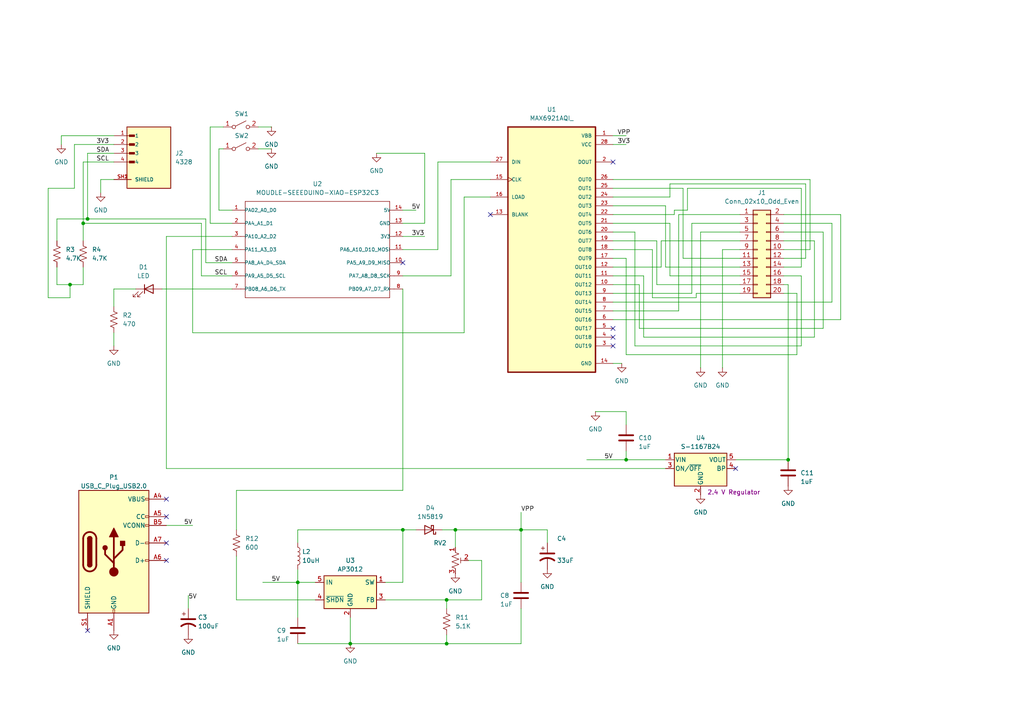
<source format=kicad_sch>
(kicad_sch
	(version 20250114)
	(generator "eeschema")
	(generator_version "9.0")
	(uuid "f4ccf12f-2c39-4319-adc8-75ef731d1807")
	(paper "A4")
	(lib_symbols
		(symbol "Connector:USB_C_Plug_USB2.0"
			(pin_names
				(offset 1.016)
			)
			(exclude_from_sim no)
			(in_bom yes)
			(on_board yes)
			(property "Reference" "P"
				(at -10.16 19.05 0)
				(effects
					(font
						(size 1.27 1.27)
					)
					(justify left)
				)
			)
			(property "Value" "USB_C_Plug_USB2.0"
				(at 12.7 19.05 0)
				(effects
					(font
						(size 1.27 1.27)
					)
					(justify right)
				)
			)
			(property "Footprint" ""
				(at 3.81 0 0)
				(effects
					(font
						(size 1.27 1.27)
					)
					(hide yes)
				)
			)
			(property "Datasheet" "https://www.usb.org/sites/default/files/documents/usb_type-c.zip"
				(at 3.81 0 0)
				(effects
					(font
						(size 1.27 1.27)
					)
					(hide yes)
				)
			)
			(property "Description" "USB 2.0-only Type-C Plug connector"
				(at 0 0 0)
				(effects
					(font
						(size 1.27 1.27)
					)
					(hide yes)
				)
			)
			(property "ki_keywords" "usb universal serial bus type-C USB2.0"
				(at 0 0 0)
				(effects
					(font
						(size 1.27 1.27)
					)
					(hide yes)
				)
			)
			(property "ki_fp_filters" "USB*C*Plug*"
				(at 0 0 0)
				(effects
					(font
						(size 1.27 1.27)
					)
					(hide yes)
				)
			)
			(symbol "USB_C_Plug_USB2.0_0_0"
				(rectangle
					(start -0.254 -17.78)
					(end 0.254 -16.764)
					(stroke
						(width 0)
						(type default)
					)
					(fill
						(type none)
					)
				)
				(rectangle
					(start 10.16 15.494)
					(end 9.144 14.986)
					(stroke
						(width 0)
						(type default)
					)
					(fill
						(type none)
					)
				)
				(rectangle
					(start 10.16 10.414)
					(end 9.144 9.906)
					(stroke
						(width 0)
						(type default)
					)
					(fill
						(type none)
					)
				)
				(rectangle
					(start 10.16 7.874)
					(end 9.144 7.366)
					(stroke
						(width 0)
						(type default)
					)
					(fill
						(type none)
					)
				)
				(rectangle
					(start 10.16 2.794)
					(end 9.144 2.286)
					(stroke
						(width 0)
						(type default)
					)
					(fill
						(type none)
					)
				)
				(rectangle
					(start 10.16 -2.286)
					(end 9.144 -2.794)
					(stroke
						(width 0)
						(type default)
					)
					(fill
						(type none)
					)
				)
			)
			(symbol "USB_C_Plug_USB2.0_0_1"
				(rectangle
					(start -10.16 17.78)
					(end 10.16 -17.78)
					(stroke
						(width 0.254)
						(type default)
					)
					(fill
						(type background)
					)
				)
				(polyline
					(pts
						(xy -8.89 -3.81) (xy -8.89 3.81)
					)
					(stroke
						(width 0.508)
						(type default)
					)
					(fill
						(type none)
					)
				)
				(rectangle
					(start -7.62 -3.81)
					(end -6.35 3.81)
					(stroke
						(width 0.254)
						(type default)
					)
					(fill
						(type outline)
					)
				)
				(arc
					(start -7.62 3.81)
					(mid -6.985 4.4423)
					(end -6.35 3.81)
					(stroke
						(width 0.254)
						(type default)
					)
					(fill
						(type none)
					)
				)
				(arc
					(start -7.62 3.81)
					(mid -6.985 4.4423)
					(end -6.35 3.81)
					(stroke
						(width 0.254)
						(type default)
					)
					(fill
						(type outline)
					)
				)
				(arc
					(start -8.89 3.81)
					(mid -6.985 5.7067)
					(end -5.08 3.81)
					(stroke
						(width 0.508)
						(type default)
					)
					(fill
						(type none)
					)
				)
				(arc
					(start -5.08 -3.81)
					(mid -6.985 -5.7067)
					(end -8.89 -3.81)
					(stroke
						(width 0.508)
						(type default)
					)
					(fill
						(type none)
					)
				)
				(arc
					(start -6.35 -3.81)
					(mid -6.985 -4.4423)
					(end -7.62 -3.81)
					(stroke
						(width 0.254)
						(type default)
					)
					(fill
						(type none)
					)
				)
				(arc
					(start -6.35 -3.81)
					(mid -6.985 -4.4423)
					(end -7.62 -3.81)
					(stroke
						(width 0.254)
						(type default)
					)
					(fill
						(type outline)
					)
				)
				(polyline
					(pts
						(xy -5.08 3.81) (xy -5.08 -3.81)
					)
					(stroke
						(width 0.508)
						(type default)
					)
					(fill
						(type none)
					)
				)
				(circle
					(center -2.54 1.143)
					(radius 0.635)
					(stroke
						(width 0.254)
						(type default)
					)
					(fill
						(type outline)
					)
				)
				(polyline
					(pts
						(xy -1.27 4.318) (xy 0 6.858) (xy 1.27 4.318) (xy -1.27 4.318)
					)
					(stroke
						(width 0.254)
						(type default)
					)
					(fill
						(type outline)
					)
				)
				(polyline
					(pts
						(xy 0 -2.032) (xy 2.54 0.508) (xy 2.54 1.778)
					)
					(stroke
						(width 0.508)
						(type default)
					)
					(fill
						(type none)
					)
				)
				(polyline
					(pts
						(xy 0 -3.302) (xy -2.54 -0.762) (xy -2.54 0.508)
					)
					(stroke
						(width 0.508)
						(type default)
					)
					(fill
						(type none)
					)
				)
				(polyline
					(pts
						(xy 0 -5.842) (xy 0 4.318)
					)
					(stroke
						(width 0.508)
						(type default)
					)
					(fill
						(type none)
					)
				)
				(circle
					(center 0 -5.842)
					(radius 1.27)
					(stroke
						(width 0)
						(type default)
					)
					(fill
						(type outline)
					)
				)
				(rectangle
					(start 1.905 1.778)
					(end 3.175 3.048)
					(stroke
						(width 0.254)
						(type default)
					)
					(fill
						(type outline)
					)
				)
			)
			(symbol "USB_C_Plug_USB2.0_1_1"
				(pin passive line
					(at -7.62 -22.86 90)
					(length 5.08)
					(name "SHIELD"
						(effects
							(font
								(size 1.27 1.27)
							)
						)
					)
					(number "S1"
						(effects
							(font
								(size 1.27 1.27)
							)
						)
					)
				)
				(pin passive line
					(at 0 -22.86 90)
					(length 5.08)
					(name "GND"
						(effects
							(font
								(size 1.27 1.27)
							)
						)
					)
					(number "A1"
						(effects
							(font
								(size 1.27 1.27)
							)
						)
					)
				)
				(pin passive line
					(at 0 -22.86 90)
					(length 5.08)
					(hide yes)
					(name "GND"
						(effects
							(font
								(size 1.27 1.27)
							)
						)
					)
					(number "A12"
						(effects
							(font
								(size 1.27 1.27)
							)
						)
					)
				)
				(pin passive line
					(at 0 -22.86 90)
					(length 5.08)
					(hide yes)
					(name "GND"
						(effects
							(font
								(size 1.27 1.27)
							)
						)
					)
					(number "B1"
						(effects
							(font
								(size 1.27 1.27)
							)
						)
					)
				)
				(pin passive line
					(at 0 -22.86 90)
					(length 5.08)
					(hide yes)
					(name "GND"
						(effects
							(font
								(size 1.27 1.27)
							)
						)
					)
					(number "B12"
						(effects
							(font
								(size 1.27 1.27)
							)
						)
					)
				)
				(pin passive line
					(at 15.24 15.24 180)
					(length 5.08)
					(name "VBUS"
						(effects
							(font
								(size 1.27 1.27)
							)
						)
					)
					(number "A4"
						(effects
							(font
								(size 1.27 1.27)
							)
						)
					)
				)
				(pin passive line
					(at 15.24 15.24 180)
					(length 5.08)
					(hide yes)
					(name "VBUS"
						(effects
							(font
								(size 1.27 1.27)
							)
						)
					)
					(number "A9"
						(effects
							(font
								(size 1.27 1.27)
							)
						)
					)
				)
				(pin passive line
					(at 15.24 15.24 180)
					(length 5.08)
					(hide yes)
					(name "VBUS"
						(effects
							(font
								(size 1.27 1.27)
							)
						)
					)
					(number "B4"
						(effects
							(font
								(size 1.27 1.27)
							)
						)
					)
				)
				(pin passive line
					(at 15.24 15.24 180)
					(length 5.08)
					(hide yes)
					(name "VBUS"
						(effects
							(font
								(size 1.27 1.27)
							)
						)
					)
					(number "B9"
						(effects
							(font
								(size 1.27 1.27)
							)
						)
					)
				)
				(pin bidirectional line
					(at 15.24 10.16 180)
					(length 5.08)
					(name "CC"
						(effects
							(font
								(size 1.27 1.27)
							)
						)
					)
					(number "A5"
						(effects
							(font
								(size 1.27 1.27)
							)
						)
					)
				)
				(pin bidirectional line
					(at 15.24 7.62 180)
					(length 5.08)
					(name "VCONN"
						(effects
							(font
								(size 1.27 1.27)
							)
						)
					)
					(number "B5"
						(effects
							(font
								(size 1.27 1.27)
							)
						)
					)
				)
				(pin bidirectional line
					(at 15.24 2.54 180)
					(length 5.08)
					(name "D-"
						(effects
							(font
								(size 1.27 1.27)
							)
						)
					)
					(number "A7"
						(effects
							(font
								(size 1.27 1.27)
							)
						)
					)
				)
				(pin bidirectional line
					(at 15.24 -2.54 180)
					(length 5.08)
					(name "D+"
						(effects
							(font
								(size 1.27 1.27)
							)
						)
					)
					(number "A6"
						(effects
							(font
								(size 1.27 1.27)
							)
						)
					)
				)
			)
			(embedded_fonts no)
		)
		(symbol "Connector_Generic:Conn_02x10_Odd_Even"
			(pin_names
				(offset 1.016)
				(hide yes)
			)
			(exclude_from_sim no)
			(in_bom yes)
			(on_board yes)
			(property "Reference" "J"
				(at 1.27 12.7 0)
				(effects
					(font
						(size 1.27 1.27)
					)
				)
			)
			(property "Value" "Conn_02x10_Odd_Even"
				(at 1.27 -15.24 0)
				(effects
					(font
						(size 1.27 1.27)
					)
				)
			)
			(property "Footprint" ""
				(at 0 0 0)
				(effects
					(font
						(size 1.27 1.27)
					)
					(hide yes)
				)
			)
			(property "Datasheet" "~"
				(at 0 0 0)
				(effects
					(font
						(size 1.27 1.27)
					)
					(hide yes)
				)
			)
			(property "Description" "Generic connector, double row, 02x10, odd/even pin numbering scheme (row 1 odd numbers, row 2 even numbers), script generated (kicad-library-utils/schlib/autogen/connector/)"
				(at 0 0 0)
				(effects
					(font
						(size 1.27 1.27)
					)
					(hide yes)
				)
			)
			(property "ki_keywords" "connector"
				(at 0 0 0)
				(effects
					(font
						(size 1.27 1.27)
					)
					(hide yes)
				)
			)
			(property "ki_fp_filters" "Connector*:*_2x??_*"
				(at 0 0 0)
				(effects
					(font
						(size 1.27 1.27)
					)
					(hide yes)
				)
			)
			(symbol "Conn_02x10_Odd_Even_1_1"
				(rectangle
					(start -1.27 11.43)
					(end 3.81 -13.97)
					(stroke
						(width 0.254)
						(type default)
					)
					(fill
						(type background)
					)
				)
				(rectangle
					(start -1.27 10.287)
					(end 0 10.033)
					(stroke
						(width 0.1524)
						(type default)
					)
					(fill
						(type none)
					)
				)
				(rectangle
					(start -1.27 7.747)
					(end 0 7.493)
					(stroke
						(width 0.1524)
						(type default)
					)
					(fill
						(type none)
					)
				)
				(rectangle
					(start -1.27 5.207)
					(end 0 4.953)
					(stroke
						(width 0.1524)
						(type default)
					)
					(fill
						(type none)
					)
				)
				(rectangle
					(start -1.27 2.667)
					(end 0 2.413)
					(stroke
						(width 0.1524)
						(type default)
					)
					(fill
						(type none)
					)
				)
				(rectangle
					(start -1.27 0.127)
					(end 0 -0.127)
					(stroke
						(width 0.1524)
						(type default)
					)
					(fill
						(type none)
					)
				)
				(rectangle
					(start -1.27 -2.413)
					(end 0 -2.667)
					(stroke
						(width 0.1524)
						(type default)
					)
					(fill
						(type none)
					)
				)
				(rectangle
					(start -1.27 -4.953)
					(end 0 -5.207)
					(stroke
						(width 0.1524)
						(type default)
					)
					(fill
						(type none)
					)
				)
				(rectangle
					(start -1.27 -7.493)
					(end 0 -7.747)
					(stroke
						(width 0.1524)
						(type default)
					)
					(fill
						(type none)
					)
				)
				(rectangle
					(start -1.27 -10.033)
					(end 0 -10.287)
					(stroke
						(width 0.1524)
						(type default)
					)
					(fill
						(type none)
					)
				)
				(rectangle
					(start -1.27 -12.573)
					(end 0 -12.827)
					(stroke
						(width 0.1524)
						(type default)
					)
					(fill
						(type none)
					)
				)
				(rectangle
					(start 3.81 10.287)
					(end 2.54 10.033)
					(stroke
						(width 0.1524)
						(type default)
					)
					(fill
						(type none)
					)
				)
				(rectangle
					(start 3.81 7.747)
					(end 2.54 7.493)
					(stroke
						(width 0.1524)
						(type default)
					)
					(fill
						(type none)
					)
				)
				(rectangle
					(start 3.81 5.207)
					(end 2.54 4.953)
					(stroke
						(width 0.1524)
						(type default)
					)
					(fill
						(type none)
					)
				)
				(rectangle
					(start 3.81 2.667)
					(end 2.54 2.413)
					(stroke
						(width 0.1524)
						(type default)
					)
					(fill
						(type none)
					)
				)
				(rectangle
					(start 3.81 0.127)
					(end 2.54 -0.127)
					(stroke
						(width 0.1524)
						(type default)
					)
					(fill
						(type none)
					)
				)
				(rectangle
					(start 3.81 -2.413)
					(end 2.54 -2.667)
					(stroke
						(width 0.1524)
						(type default)
					)
					(fill
						(type none)
					)
				)
				(rectangle
					(start 3.81 -4.953)
					(end 2.54 -5.207)
					(stroke
						(width 0.1524)
						(type default)
					)
					(fill
						(type none)
					)
				)
				(rectangle
					(start 3.81 -7.493)
					(end 2.54 -7.747)
					(stroke
						(width 0.1524)
						(type default)
					)
					(fill
						(type none)
					)
				)
				(rectangle
					(start 3.81 -10.033)
					(end 2.54 -10.287)
					(stroke
						(width 0.1524)
						(type default)
					)
					(fill
						(type none)
					)
				)
				(rectangle
					(start 3.81 -12.573)
					(end 2.54 -12.827)
					(stroke
						(width 0.1524)
						(type default)
					)
					(fill
						(type none)
					)
				)
				(pin passive line
					(at -5.08 10.16 0)
					(length 3.81)
					(name "Pin_1"
						(effects
							(font
								(size 1.27 1.27)
							)
						)
					)
					(number "1"
						(effects
							(font
								(size 1.27 1.27)
							)
						)
					)
				)
				(pin passive line
					(at -5.08 7.62 0)
					(length 3.81)
					(name "Pin_3"
						(effects
							(font
								(size 1.27 1.27)
							)
						)
					)
					(number "3"
						(effects
							(font
								(size 1.27 1.27)
							)
						)
					)
				)
				(pin passive line
					(at -5.08 5.08 0)
					(length 3.81)
					(name "Pin_5"
						(effects
							(font
								(size 1.27 1.27)
							)
						)
					)
					(number "5"
						(effects
							(font
								(size 1.27 1.27)
							)
						)
					)
				)
				(pin passive line
					(at -5.08 2.54 0)
					(length 3.81)
					(name "Pin_7"
						(effects
							(font
								(size 1.27 1.27)
							)
						)
					)
					(number "7"
						(effects
							(font
								(size 1.27 1.27)
							)
						)
					)
				)
				(pin passive line
					(at -5.08 0 0)
					(length 3.81)
					(name "Pin_9"
						(effects
							(font
								(size 1.27 1.27)
							)
						)
					)
					(number "9"
						(effects
							(font
								(size 1.27 1.27)
							)
						)
					)
				)
				(pin passive line
					(at -5.08 -2.54 0)
					(length 3.81)
					(name "Pin_11"
						(effects
							(font
								(size 1.27 1.27)
							)
						)
					)
					(number "11"
						(effects
							(font
								(size 1.27 1.27)
							)
						)
					)
				)
				(pin passive line
					(at -5.08 -5.08 0)
					(length 3.81)
					(name "Pin_13"
						(effects
							(font
								(size 1.27 1.27)
							)
						)
					)
					(number "13"
						(effects
							(font
								(size 1.27 1.27)
							)
						)
					)
				)
				(pin passive line
					(at -5.08 -7.62 0)
					(length 3.81)
					(name "Pin_15"
						(effects
							(font
								(size 1.27 1.27)
							)
						)
					)
					(number "15"
						(effects
							(font
								(size 1.27 1.27)
							)
						)
					)
				)
				(pin passive line
					(at -5.08 -10.16 0)
					(length 3.81)
					(name "Pin_17"
						(effects
							(font
								(size 1.27 1.27)
							)
						)
					)
					(number "17"
						(effects
							(font
								(size 1.27 1.27)
							)
						)
					)
				)
				(pin passive line
					(at -5.08 -12.7 0)
					(length 3.81)
					(name "Pin_19"
						(effects
							(font
								(size 1.27 1.27)
							)
						)
					)
					(number "19"
						(effects
							(font
								(size 1.27 1.27)
							)
						)
					)
				)
				(pin passive line
					(at 7.62 10.16 180)
					(length 3.81)
					(name "Pin_2"
						(effects
							(font
								(size 1.27 1.27)
							)
						)
					)
					(number "2"
						(effects
							(font
								(size 1.27 1.27)
							)
						)
					)
				)
				(pin passive line
					(at 7.62 7.62 180)
					(length 3.81)
					(name "Pin_4"
						(effects
							(font
								(size 1.27 1.27)
							)
						)
					)
					(number "4"
						(effects
							(font
								(size 1.27 1.27)
							)
						)
					)
				)
				(pin passive line
					(at 7.62 5.08 180)
					(length 3.81)
					(name "Pin_6"
						(effects
							(font
								(size 1.27 1.27)
							)
						)
					)
					(number "6"
						(effects
							(font
								(size 1.27 1.27)
							)
						)
					)
				)
				(pin passive line
					(at 7.62 2.54 180)
					(length 3.81)
					(name "Pin_8"
						(effects
							(font
								(size 1.27 1.27)
							)
						)
					)
					(number "8"
						(effects
							(font
								(size 1.27 1.27)
							)
						)
					)
				)
				(pin passive line
					(at 7.62 0 180)
					(length 3.81)
					(name "Pin_10"
						(effects
							(font
								(size 1.27 1.27)
							)
						)
					)
					(number "10"
						(effects
							(font
								(size 1.27 1.27)
							)
						)
					)
				)
				(pin passive line
					(at 7.62 -2.54 180)
					(length 3.81)
					(name "Pin_12"
						(effects
							(font
								(size 1.27 1.27)
							)
						)
					)
					(number "12"
						(effects
							(font
								(size 1.27 1.27)
							)
						)
					)
				)
				(pin passive line
					(at 7.62 -5.08 180)
					(length 3.81)
					(name "Pin_14"
						(effects
							(font
								(size 1.27 1.27)
							)
						)
					)
					(number "14"
						(effects
							(font
								(size 1.27 1.27)
							)
						)
					)
				)
				(pin passive line
					(at 7.62 -7.62 180)
					(length 3.81)
					(name "Pin_16"
						(effects
							(font
								(size 1.27 1.27)
							)
						)
					)
					(number "16"
						(effects
							(font
								(size 1.27 1.27)
							)
						)
					)
				)
				(pin passive line
					(at 7.62 -10.16 180)
					(length 3.81)
					(name "Pin_18"
						(effects
							(font
								(size 1.27 1.27)
							)
						)
					)
					(number "18"
						(effects
							(font
								(size 1.27 1.27)
							)
						)
					)
				)
				(pin passive line
					(at 7.62 -12.7 180)
					(length 3.81)
					(name "Pin_20"
						(effects
							(font
								(size 1.27 1.27)
							)
						)
					)
					(number "20"
						(effects
							(font
								(size 1.27 1.27)
							)
						)
					)
				)
			)
			(embedded_fonts no)
		)
		(symbol "Device:C"
			(pin_numbers
				(hide yes)
			)
			(pin_names
				(offset 0.254)
			)
			(exclude_from_sim no)
			(in_bom yes)
			(on_board yes)
			(property "Reference" "C"
				(at 0.635 2.54 0)
				(effects
					(font
						(size 1.27 1.27)
					)
					(justify left)
				)
			)
			(property "Value" "C"
				(at 0.635 -2.54 0)
				(effects
					(font
						(size 1.27 1.27)
					)
					(justify left)
				)
			)
			(property "Footprint" ""
				(at 0.9652 -3.81 0)
				(effects
					(font
						(size 1.27 1.27)
					)
					(hide yes)
				)
			)
			(property "Datasheet" "~"
				(at 0 0 0)
				(effects
					(font
						(size 1.27 1.27)
					)
					(hide yes)
				)
			)
			(property "Description" "Unpolarized capacitor"
				(at 0 0 0)
				(effects
					(font
						(size 1.27 1.27)
					)
					(hide yes)
				)
			)
			(property "ki_keywords" "cap capacitor"
				(at 0 0 0)
				(effects
					(font
						(size 1.27 1.27)
					)
					(hide yes)
				)
			)
			(property "ki_fp_filters" "C_*"
				(at 0 0 0)
				(effects
					(font
						(size 1.27 1.27)
					)
					(hide yes)
				)
			)
			(symbol "C_0_1"
				(polyline
					(pts
						(xy -2.032 0.762) (xy 2.032 0.762)
					)
					(stroke
						(width 0.508)
						(type default)
					)
					(fill
						(type none)
					)
				)
				(polyline
					(pts
						(xy -2.032 -0.762) (xy 2.032 -0.762)
					)
					(stroke
						(width 0.508)
						(type default)
					)
					(fill
						(type none)
					)
				)
			)
			(symbol "C_1_1"
				(pin passive line
					(at 0 3.81 270)
					(length 2.794)
					(name "~"
						(effects
							(font
								(size 1.27 1.27)
							)
						)
					)
					(number "1"
						(effects
							(font
								(size 1.27 1.27)
							)
						)
					)
				)
				(pin passive line
					(at 0 -3.81 90)
					(length 2.794)
					(name "~"
						(effects
							(font
								(size 1.27 1.27)
							)
						)
					)
					(number "2"
						(effects
							(font
								(size 1.27 1.27)
							)
						)
					)
				)
			)
			(embedded_fonts no)
		)
		(symbol "Device:C_Polarized_US"
			(pin_numbers
				(hide yes)
			)
			(pin_names
				(offset 0.254)
				(hide yes)
			)
			(exclude_from_sim no)
			(in_bom yes)
			(on_board yes)
			(property "Reference" "C"
				(at 0.635 2.54 0)
				(effects
					(font
						(size 1.27 1.27)
					)
					(justify left)
				)
			)
			(property "Value" "C_Polarized_US"
				(at 0.635 -2.54 0)
				(effects
					(font
						(size 1.27 1.27)
					)
					(justify left)
				)
			)
			(property "Footprint" ""
				(at 0 0 0)
				(effects
					(font
						(size 1.27 1.27)
					)
					(hide yes)
				)
			)
			(property "Datasheet" "~"
				(at 0 0 0)
				(effects
					(font
						(size 1.27 1.27)
					)
					(hide yes)
				)
			)
			(property "Description" "Polarized capacitor, US symbol"
				(at 0 0 0)
				(effects
					(font
						(size 1.27 1.27)
					)
					(hide yes)
				)
			)
			(property "ki_keywords" "cap capacitor"
				(at 0 0 0)
				(effects
					(font
						(size 1.27 1.27)
					)
					(hide yes)
				)
			)
			(property "ki_fp_filters" "CP_*"
				(at 0 0 0)
				(effects
					(font
						(size 1.27 1.27)
					)
					(hide yes)
				)
			)
			(symbol "C_Polarized_US_0_1"
				(polyline
					(pts
						(xy -2.032 0.762) (xy 2.032 0.762)
					)
					(stroke
						(width 0.508)
						(type default)
					)
					(fill
						(type none)
					)
				)
				(polyline
					(pts
						(xy -1.778 2.286) (xy -0.762 2.286)
					)
					(stroke
						(width 0)
						(type default)
					)
					(fill
						(type none)
					)
				)
				(polyline
					(pts
						(xy -1.27 1.778) (xy -1.27 2.794)
					)
					(stroke
						(width 0)
						(type default)
					)
					(fill
						(type none)
					)
				)
				(arc
					(start -2.032 -1.27)
					(mid 0 -0.5572)
					(end 2.032 -1.27)
					(stroke
						(width 0.508)
						(type default)
					)
					(fill
						(type none)
					)
				)
			)
			(symbol "C_Polarized_US_1_1"
				(pin passive line
					(at 0 3.81 270)
					(length 2.794)
					(name "~"
						(effects
							(font
								(size 1.27 1.27)
							)
						)
					)
					(number "1"
						(effects
							(font
								(size 1.27 1.27)
							)
						)
					)
				)
				(pin passive line
					(at 0 -3.81 90)
					(length 3.302)
					(name "~"
						(effects
							(font
								(size 1.27 1.27)
							)
						)
					)
					(number "2"
						(effects
							(font
								(size 1.27 1.27)
							)
						)
					)
				)
			)
			(embedded_fonts no)
		)
		(symbol "Device:L"
			(pin_numbers
				(hide yes)
			)
			(pin_names
				(offset 1.016)
				(hide yes)
			)
			(exclude_from_sim no)
			(in_bom yes)
			(on_board yes)
			(property "Reference" "L"
				(at -1.27 0 90)
				(effects
					(font
						(size 1.27 1.27)
					)
				)
			)
			(property "Value" "L"
				(at 1.905 0 90)
				(effects
					(font
						(size 1.27 1.27)
					)
				)
			)
			(property "Footprint" ""
				(at 0 0 0)
				(effects
					(font
						(size 1.27 1.27)
					)
					(hide yes)
				)
			)
			(property "Datasheet" "~"
				(at 0 0 0)
				(effects
					(font
						(size 1.27 1.27)
					)
					(hide yes)
				)
			)
			(property "Description" "Inductor"
				(at 0 0 0)
				(effects
					(font
						(size 1.27 1.27)
					)
					(hide yes)
				)
			)
			(property "ki_keywords" "inductor choke coil reactor magnetic"
				(at 0 0 0)
				(effects
					(font
						(size 1.27 1.27)
					)
					(hide yes)
				)
			)
			(property "ki_fp_filters" "Choke_* *Coil* Inductor_* L_*"
				(at 0 0 0)
				(effects
					(font
						(size 1.27 1.27)
					)
					(hide yes)
				)
			)
			(symbol "L_0_1"
				(arc
					(start 0 2.54)
					(mid 0.6323 1.905)
					(end 0 1.27)
					(stroke
						(width 0)
						(type default)
					)
					(fill
						(type none)
					)
				)
				(arc
					(start 0 1.27)
					(mid 0.6323 0.635)
					(end 0 0)
					(stroke
						(width 0)
						(type default)
					)
					(fill
						(type none)
					)
				)
				(arc
					(start 0 0)
					(mid 0.6323 -0.635)
					(end 0 -1.27)
					(stroke
						(width 0)
						(type default)
					)
					(fill
						(type none)
					)
				)
				(arc
					(start 0 -1.27)
					(mid 0.6323 -1.905)
					(end 0 -2.54)
					(stroke
						(width 0)
						(type default)
					)
					(fill
						(type none)
					)
				)
			)
			(symbol "L_1_1"
				(pin passive line
					(at 0 3.81 270)
					(length 1.27)
					(name "1"
						(effects
							(font
								(size 1.27 1.27)
							)
						)
					)
					(number "1"
						(effects
							(font
								(size 1.27 1.27)
							)
						)
					)
				)
				(pin passive line
					(at 0 -3.81 90)
					(length 1.27)
					(name "2"
						(effects
							(font
								(size 1.27 1.27)
							)
						)
					)
					(number "2"
						(effects
							(font
								(size 1.27 1.27)
							)
						)
					)
				)
			)
			(embedded_fonts no)
		)
		(symbol "Device:LED"
			(pin_numbers
				(hide yes)
			)
			(pin_names
				(offset 1.016)
				(hide yes)
			)
			(exclude_from_sim no)
			(in_bom yes)
			(on_board yes)
			(property "Reference" "D"
				(at 0 2.54 0)
				(effects
					(font
						(size 1.27 1.27)
					)
				)
			)
			(property "Value" "LED"
				(at 0 -2.54 0)
				(effects
					(font
						(size 1.27 1.27)
					)
				)
			)
			(property "Footprint" ""
				(at 0 0 0)
				(effects
					(font
						(size 1.27 1.27)
					)
					(hide yes)
				)
			)
			(property "Datasheet" "~"
				(at 0 0 0)
				(effects
					(font
						(size 1.27 1.27)
					)
					(hide yes)
				)
			)
			(property "Description" "Light emitting diode"
				(at 0 0 0)
				(effects
					(font
						(size 1.27 1.27)
					)
					(hide yes)
				)
			)
			(property "Sim.Pins" "1=K 2=A"
				(at 0 0 0)
				(effects
					(font
						(size 1.27 1.27)
					)
					(hide yes)
				)
			)
			(property "ki_keywords" "LED diode"
				(at 0 0 0)
				(effects
					(font
						(size 1.27 1.27)
					)
					(hide yes)
				)
			)
			(property "ki_fp_filters" "LED* LED_SMD:* LED_THT:*"
				(at 0 0 0)
				(effects
					(font
						(size 1.27 1.27)
					)
					(hide yes)
				)
			)
			(symbol "LED_0_1"
				(polyline
					(pts
						(xy -3.048 -0.762) (xy -4.572 -2.286) (xy -3.81 -2.286) (xy -4.572 -2.286) (xy -4.572 -1.524)
					)
					(stroke
						(width 0)
						(type default)
					)
					(fill
						(type none)
					)
				)
				(polyline
					(pts
						(xy -1.778 -0.762) (xy -3.302 -2.286) (xy -2.54 -2.286) (xy -3.302 -2.286) (xy -3.302 -1.524)
					)
					(stroke
						(width 0)
						(type default)
					)
					(fill
						(type none)
					)
				)
				(polyline
					(pts
						(xy -1.27 0) (xy 1.27 0)
					)
					(stroke
						(width 0)
						(type default)
					)
					(fill
						(type none)
					)
				)
				(polyline
					(pts
						(xy -1.27 -1.27) (xy -1.27 1.27)
					)
					(stroke
						(width 0.254)
						(type default)
					)
					(fill
						(type none)
					)
				)
				(polyline
					(pts
						(xy 1.27 -1.27) (xy 1.27 1.27) (xy -1.27 0) (xy 1.27 -1.27)
					)
					(stroke
						(width 0.254)
						(type default)
					)
					(fill
						(type none)
					)
				)
			)
			(symbol "LED_1_1"
				(pin passive line
					(at -3.81 0 0)
					(length 2.54)
					(name "K"
						(effects
							(font
								(size 1.27 1.27)
							)
						)
					)
					(number "1"
						(effects
							(font
								(size 1.27 1.27)
							)
						)
					)
				)
				(pin passive line
					(at 3.81 0 180)
					(length 2.54)
					(name "A"
						(effects
							(font
								(size 1.27 1.27)
							)
						)
					)
					(number "2"
						(effects
							(font
								(size 1.27 1.27)
							)
						)
					)
				)
			)
			(embedded_fonts no)
		)
		(symbol "Device:R_Potentiometer_Trim_US"
			(pin_names
				(offset 1.016)
				(hide yes)
			)
			(exclude_from_sim no)
			(in_bom yes)
			(on_board yes)
			(property "Reference" "RV"
				(at -4.445 0 90)
				(effects
					(font
						(size 1.27 1.27)
					)
				)
			)
			(property "Value" "R_Potentiometer_Trim_US"
				(at -2.54 0 90)
				(effects
					(font
						(size 1.27 1.27)
					)
				)
			)
			(property "Footprint" ""
				(at 0 0 0)
				(effects
					(font
						(size 1.27 1.27)
					)
					(hide yes)
				)
			)
			(property "Datasheet" "~"
				(at 0 0 0)
				(effects
					(font
						(size 1.27 1.27)
					)
					(hide yes)
				)
			)
			(property "Description" "Trim-potentiometer, US symbol"
				(at 0 0 0)
				(effects
					(font
						(size 1.27 1.27)
					)
					(hide yes)
				)
			)
			(property "ki_keywords" "resistor variable trimpot trimmer"
				(at 0 0 0)
				(effects
					(font
						(size 1.27 1.27)
					)
					(hide yes)
				)
			)
			(property "ki_fp_filters" "Potentiometer*"
				(at 0 0 0)
				(effects
					(font
						(size 1.27 1.27)
					)
					(hide yes)
				)
			)
			(symbol "R_Potentiometer_Trim_US_0_1"
				(polyline
					(pts
						(xy 0 2.286) (xy 0 2.54)
					)
					(stroke
						(width 0)
						(type default)
					)
					(fill
						(type none)
					)
				)
				(polyline
					(pts
						(xy 0 2.286) (xy 1.016 1.905) (xy 0 1.524) (xy -1.016 1.143) (xy 0 0.762)
					)
					(stroke
						(width 0)
						(type default)
					)
					(fill
						(type none)
					)
				)
				(polyline
					(pts
						(xy 0 0.762) (xy 1.016 0.381) (xy 0 0) (xy -1.016 -0.381) (xy 0 -0.762)
					)
					(stroke
						(width 0)
						(type default)
					)
					(fill
						(type none)
					)
				)
				(polyline
					(pts
						(xy 0 -0.762) (xy 1.016 -1.143) (xy 0 -1.524) (xy -1.016 -1.905) (xy 0 -2.286)
					)
					(stroke
						(width 0)
						(type default)
					)
					(fill
						(type none)
					)
				)
				(polyline
					(pts
						(xy 0 -2.286) (xy 0 -2.54)
					)
					(stroke
						(width 0)
						(type default)
					)
					(fill
						(type none)
					)
				)
				(polyline
					(pts
						(xy 1.524 0.762) (xy 1.524 -0.762)
					)
					(stroke
						(width 0)
						(type default)
					)
					(fill
						(type none)
					)
				)
				(polyline
					(pts
						(xy 2.54 0) (xy 1.524 0)
					)
					(stroke
						(width 0)
						(type default)
					)
					(fill
						(type none)
					)
				)
			)
			(symbol "R_Potentiometer_Trim_US_1_1"
				(pin passive line
					(at 0 3.81 270)
					(length 1.27)
					(name "1"
						(effects
							(font
								(size 1.27 1.27)
							)
						)
					)
					(number "1"
						(effects
							(font
								(size 1.27 1.27)
							)
						)
					)
				)
				(pin passive line
					(at 0 -3.81 90)
					(length 1.27)
					(name "3"
						(effects
							(font
								(size 1.27 1.27)
							)
						)
					)
					(number "3"
						(effects
							(font
								(size 1.27 1.27)
							)
						)
					)
				)
				(pin passive line
					(at 3.81 0 180)
					(length 1.27)
					(name "2"
						(effects
							(font
								(size 1.27 1.27)
							)
						)
					)
					(number "2"
						(effects
							(font
								(size 1.27 1.27)
							)
						)
					)
				)
			)
			(embedded_fonts no)
		)
		(symbol "Device:R_US"
			(pin_numbers
				(hide yes)
			)
			(pin_names
				(offset 0)
			)
			(exclude_from_sim no)
			(in_bom yes)
			(on_board yes)
			(property "Reference" "R"
				(at 2.54 0 90)
				(effects
					(font
						(size 1.27 1.27)
					)
				)
			)
			(property "Value" "R_US"
				(at -2.54 0 90)
				(effects
					(font
						(size 1.27 1.27)
					)
				)
			)
			(property "Footprint" ""
				(at 1.016 -0.254 90)
				(effects
					(font
						(size 1.27 1.27)
					)
					(hide yes)
				)
			)
			(property "Datasheet" "~"
				(at 0 0 0)
				(effects
					(font
						(size 1.27 1.27)
					)
					(hide yes)
				)
			)
			(property "Description" "Resistor, US symbol"
				(at 0 0 0)
				(effects
					(font
						(size 1.27 1.27)
					)
					(hide yes)
				)
			)
			(property "ki_keywords" "R res resistor"
				(at 0 0 0)
				(effects
					(font
						(size 1.27 1.27)
					)
					(hide yes)
				)
			)
			(property "ki_fp_filters" "R_*"
				(at 0 0 0)
				(effects
					(font
						(size 1.27 1.27)
					)
					(hide yes)
				)
			)
			(symbol "R_US_0_1"
				(polyline
					(pts
						(xy 0 2.286) (xy 0 2.54)
					)
					(stroke
						(width 0)
						(type default)
					)
					(fill
						(type none)
					)
				)
				(polyline
					(pts
						(xy 0 2.286) (xy 1.016 1.905) (xy 0 1.524) (xy -1.016 1.143) (xy 0 0.762)
					)
					(stroke
						(width 0)
						(type default)
					)
					(fill
						(type none)
					)
				)
				(polyline
					(pts
						(xy 0 0.762) (xy 1.016 0.381) (xy 0 0) (xy -1.016 -0.381) (xy 0 -0.762)
					)
					(stroke
						(width 0)
						(type default)
					)
					(fill
						(type none)
					)
				)
				(polyline
					(pts
						(xy 0 -0.762) (xy 1.016 -1.143) (xy 0 -1.524) (xy -1.016 -1.905) (xy 0 -2.286)
					)
					(stroke
						(width 0)
						(type default)
					)
					(fill
						(type none)
					)
				)
				(polyline
					(pts
						(xy 0 -2.286) (xy 0 -2.54)
					)
					(stroke
						(width 0)
						(type default)
					)
					(fill
						(type none)
					)
				)
			)
			(symbol "R_US_1_1"
				(pin passive line
					(at 0 3.81 270)
					(length 1.27)
					(name "~"
						(effects
							(font
								(size 1.27 1.27)
							)
						)
					)
					(number "1"
						(effects
							(font
								(size 1.27 1.27)
							)
						)
					)
				)
				(pin passive line
					(at 0 -3.81 90)
					(length 1.27)
					(name "~"
						(effects
							(font
								(size 1.27 1.27)
							)
						)
					)
					(number "2"
						(effects
							(font
								(size 1.27 1.27)
							)
						)
					)
				)
			)
			(embedded_fonts no)
		)
		(symbol "Diode:1N5818"
			(pin_numbers
				(hide yes)
			)
			(pin_names
				(offset 1.016)
				(hide yes)
			)
			(exclude_from_sim no)
			(in_bom yes)
			(on_board yes)
			(property "Reference" "D"
				(at 0 2.54 0)
				(effects
					(font
						(size 1.27 1.27)
					)
				)
			)
			(property "Value" "1N5818"
				(at 0 -2.54 0)
				(effects
					(font
						(size 1.27 1.27)
					)
				)
			)
			(property "Footprint" "Diode_THT:D_DO-41_SOD81_P10.16mm_Horizontal"
				(at 0 -4.445 0)
				(effects
					(font
						(size 1.27 1.27)
					)
					(hide yes)
				)
			)
			(property "Datasheet" "http://www.vishay.com/docs/88525/1n5817.pdf"
				(at 0 0 0)
				(effects
					(font
						(size 1.27 1.27)
					)
					(hide yes)
				)
			)
			(property "Description" "30V 1A Schottky Barrier Rectifier Diode, DO-41"
				(at 0 0 0)
				(effects
					(font
						(size 1.27 1.27)
					)
					(hide yes)
				)
			)
			(property "ki_keywords" "diode Schottky"
				(at 0 0 0)
				(effects
					(font
						(size 1.27 1.27)
					)
					(hide yes)
				)
			)
			(property "ki_fp_filters" "D*DO?41*"
				(at 0 0 0)
				(effects
					(font
						(size 1.27 1.27)
					)
					(hide yes)
				)
			)
			(symbol "1N5818_0_1"
				(polyline
					(pts
						(xy -1.905 0.635) (xy -1.905 1.27) (xy -1.27 1.27) (xy -1.27 -1.27) (xy -0.635 -1.27) (xy -0.635 -0.635)
					)
					(stroke
						(width 0.254)
						(type default)
					)
					(fill
						(type none)
					)
				)
				(polyline
					(pts
						(xy 1.27 1.27) (xy 1.27 -1.27) (xy -1.27 0) (xy 1.27 1.27)
					)
					(stroke
						(width 0.254)
						(type default)
					)
					(fill
						(type none)
					)
				)
				(polyline
					(pts
						(xy 1.27 0) (xy -1.27 0)
					)
					(stroke
						(width 0)
						(type default)
					)
					(fill
						(type none)
					)
				)
			)
			(symbol "1N5818_1_1"
				(pin passive line
					(at -3.81 0 0)
					(length 2.54)
					(name "K"
						(effects
							(font
								(size 1.27 1.27)
							)
						)
					)
					(number "1"
						(effects
							(font
								(size 1.27 1.27)
							)
						)
					)
				)
				(pin passive line
					(at 3.81 0 180)
					(length 2.54)
					(name "A"
						(effects
							(font
								(size 1.27 1.27)
							)
						)
					)
					(number "2"
						(effects
							(font
								(size 1.27 1.27)
							)
						)
					)
				)
			)
			(embedded_fonts no)
		)
		(symbol "JST SH 4-pin 4328 Shield:4328"
			(pin_names
				(offset 1.016)
			)
			(exclude_from_sim no)
			(in_bom yes)
			(on_board yes)
			(property "Reference" "J"
				(at -6.35 11.43 0)
				(effects
					(font
						(size 1.27 1.27)
					)
					(justify left bottom)
				)
			)
			(property "Value" "4328"
				(at -6.604 -10.414 0)
				(effects
					(font
						(size 1.27 1.27)
					)
					(justify left bottom)
				)
			)
			(property "Footprint" "4328:ADAFRUIT_4328"
				(at 0 0 0)
				(effects
					(font
						(size 1.27 1.27)
					)
					(justify bottom)
					(hide yes)
				)
			)
			(property "Datasheet" ""
				(at 0 0 0)
				(effects
					(font
						(size 1.27 1.27)
					)
					(hide yes)
				)
			)
			(property "Description" ""
				(at 0 0 0)
				(effects
					(font
						(size 1.27 1.27)
					)
					(hide yes)
				)
			)
			(property "MF" "Adafruit"
				(at 0 0 0)
				(effects
					(font
						(size 1.27 1.27)
					)
					(justify bottom)
					(hide yes)
				)
			)
			(property "MAXIMUM_PACKAGE_HEIGHT" "4.25mm"
				(at 0 0 0)
				(effects
					(font
						(size 1.27 1.27)
					)
					(justify bottom)
					(hide yes)
				)
			)
			(property "Package" "None"
				(at 0 0 0)
				(effects
					(font
						(size 1.27 1.27)
					)
					(justify bottom)
					(hide yes)
				)
			)
			(property "Price" "None"
				(at 0 0 0)
				(effects
					(font
						(size 1.27 1.27)
					)
					(justify bottom)
					(hide yes)
				)
			)
			(property "Check_prices" "https://www.snapeda.com/parts/4328/Adafruit+Industries/view-part/?ref=eda"
				(at 0 0 0)
				(effects
					(font
						(size 1.27 1.27)
					)
					(justify bottom)
					(hide yes)
				)
			)
			(property "STANDARD" "Manufacturer Recommendations"
				(at 0 0 0)
				(effects
					(font
						(size 1.27 1.27)
					)
					(justify bottom)
					(hide yes)
				)
			)
			(property "PARTREV" "23/3/21"
				(at 0 0 0)
				(effects
					(font
						(size 1.27 1.27)
					)
					(justify bottom)
					(hide yes)
				)
			)
			(property "SnapEDA_Link" "https://www.snapeda.com/parts/4328/Adafruit+Industries/view-part/?ref=snap"
				(at 0 0 0)
				(effects
					(font
						(size 1.27 1.27)
					)
					(justify bottom)
					(hide yes)
				)
			)
			(property "MP" "4328"
				(at 0 0 0)
				(effects
					(font
						(size 1.27 1.27)
					)
					(justify bottom)
					(hide yes)
				)
			)
			(property "Description_1" "Adafruit Accessories JST SH 4-pin Vertical Connector (10-pack) - Qwiic Compatible"
				(at 0 0 0)
				(effects
					(font
						(size 1.27 1.27)
					)
					(justify bottom)
					(hide yes)
				)
			)
			(property "Availability" "In Stock"
				(at 0 0 0)
				(effects
					(font
						(size 1.27 1.27)
					)
					(justify bottom)
					(hide yes)
				)
			)
			(property "MANUFACTURER" "Adafruit"
				(at 0 0 0)
				(effects
					(font
						(size 1.27 1.27)
					)
					(justify bottom)
					(hide yes)
				)
			)
			(symbol "4328_0_0"
				(rectangle
					(start -6.35 -7.62)
					(end 6.35 10.16)
					(stroke
						(width 0.254)
						(type default)
					)
					(fill
						(type background)
					)
				)
				(rectangle
					(start -5.715 7.3025)
					(end -4.1275 7.9375)
					(stroke
						(width 0.1)
						(type default)
					)
					(fill
						(type outline)
					)
				)
				(rectangle
					(start -5.715 4.7625)
					(end -4.1275 5.3975)
					(stroke
						(width 0.1)
						(type default)
					)
					(fill
						(type outline)
					)
				)
				(rectangle
					(start -5.715 2.2225)
					(end -4.1275 2.8575)
					(stroke
						(width 0.1)
						(type default)
					)
					(fill
						(type outline)
					)
				)
				(rectangle
					(start -5.715 -0.3175)
					(end -4.1275 0.3175)
					(stroke
						(width 0.1)
						(type default)
					)
					(fill
						(type outline)
					)
				)
				(pin passive line
					(at -10.16 7.62 0)
					(length 5.08)
					(name "1"
						(effects
							(font
								(size 1.016 1.016)
							)
						)
					)
					(number "1"
						(effects
							(font
								(size 1.016 1.016)
							)
						)
					)
				)
				(pin passive line
					(at -10.16 5.08 0)
					(length 5.08)
					(name "2"
						(effects
							(font
								(size 1.016 1.016)
							)
						)
					)
					(number "2"
						(effects
							(font
								(size 1.016 1.016)
							)
						)
					)
				)
				(pin passive line
					(at -10.16 2.54 0)
					(length 5.08)
					(name "3"
						(effects
							(font
								(size 1.016 1.016)
							)
						)
					)
					(number "3"
						(effects
							(font
								(size 1.016 1.016)
							)
						)
					)
				)
				(pin passive line
					(at -10.16 0 0)
					(length 5.08)
					(name "4"
						(effects
							(font
								(size 1.016 1.016)
							)
						)
					)
					(number "4"
						(effects
							(font
								(size 1.016 1.016)
							)
						)
					)
				)
				(pin passive line
					(at -10.16 -5.08 0)
					(length 5.08)
					(name "SHIELD"
						(effects
							(font
								(size 1.016 1.016)
							)
						)
					)
					(number "SH1"
						(effects
							(font
								(size 1.016 1.016)
							)
						)
					)
				)
				(pin passive line
					(at -10.16 -5.08 0)
					(length 5.08)
					(name "SHIELD"
						(effects
							(font
								(size 1.016 1.016)
							)
						)
					)
					(number "SH2"
						(effects
							(font
								(size 1.016 1.016)
							)
						)
					)
				)
			)
			(embedded_fonts no)
		)
		(symbol "MAX6921AQI_:MAX6921AQI_"
			(pin_names
				(offset 1.016)
			)
			(exclude_from_sim no)
			(in_bom yes)
			(on_board yes)
			(property "Reference" "U"
				(at -12.7 36.56 0)
				(effects
					(font
						(size 1.27 1.27)
					)
					(justify left bottom)
				)
			)
			(property "Value" "MAX6921AQI_"
				(at -12.7 -39.56 0)
				(effects
					(font
						(size 1.27 1.27)
					)
					(justify left bottom)
				)
			)
			(property "Footprint" "MAX6921AQI_:PLCC127P1244X1244X457-28N"
				(at 0 0 0)
				(effects
					(font
						(size 1.27 1.27)
					)
					(justify bottom)
					(hide yes)
				)
			)
			(property "Datasheet" ""
				(at 0 0 0)
				(effects
					(font
						(size 1.27 1.27)
					)
					(hide yes)
				)
			)
			(property "Description" "VFD DRVR 5.5V/76V 28-Pin PLCC"
				(at 0 0 0)
				(effects
					(font
						(size 1.27 1.27)
					)
					(justify bottom)
					(hide yes)
				)
			)
			(property "MF" "Analog Devices"
				(at 0 0 0)
				(effects
					(font
						(size 1.27 1.27)
					)
					(justify bottom)
					(hide yes)
				)
			)
			(property "DIGI-KEY_PURCHASE_URL" "https://www.digikey.in/product-detail/en/maxim-integrated/MAX6921AQI-/MAX6921AQI--ND/1512036?utm_source=snapeda&utm_medium=aggregator&utm_campaign=symbol"
				(at 0 0 0)
				(effects
					(font
						(size 1.27 1.27)
					)
					(justify bottom)
					(hide yes)
				)
			)
			(property "PACKAGE" "PLCC-28 Maxim"
				(at 0 0 0)
				(effects
					(font
						(size 1.27 1.27)
					)
					(justify bottom)
					(hide yes)
				)
			)
			(property "Price" "None"
				(at 0 0 0)
				(effects
					(font
						(size 1.27 1.27)
					)
					(justify bottom)
					(hide yes)
				)
			)
			(property "Package" "PLCC-28 Maxim"
				(at 0 0 0)
				(effects
					(font
						(size 1.27 1.27)
					)
					(justify bottom)
					(hide yes)
				)
			)
			(property "Check_prices" "https://www.snapeda.com/parts/MAX6921AQI+/Analog+Devices/view-part/?ref=eda"
				(at 0 0 0)
				(effects
					(font
						(size 1.27 1.27)
					)
					(justify bottom)
					(hide yes)
				)
			)
			(property "SnapEDA_Link" "https://www.snapeda.com/parts/MAX6921AQI+/Analog+Devices/view-part/?ref=snap"
				(at 0 0 0)
				(effects
					(font
						(size 1.27 1.27)
					)
					(justify bottom)
					(hide yes)
				)
			)
			(property "MP" "MAX6921AQI+"
				(at 0 0 0)
				(effects
					(font
						(size 1.27 1.27)
					)
					(justify bottom)
					(hide yes)
				)
			)
			(property "DIGI-KEY_PART_NUMBER" "MAX6921AQI+-ND"
				(at 0 0 0)
				(effects
					(font
						(size 1.27 1.27)
					)
					(justify bottom)
					(hide yes)
				)
			)
			(property "Availability" "In Stock"
				(at 0 0 0)
				(effects
					(font
						(size 1.27 1.27)
					)
					(justify bottom)
					(hide yes)
				)
			)
			(property "Description_1" "20-Output, 76V, Serial-Interfaced VFD Tube Drivers"
				(at 0 0 0)
				(effects
					(font
						(size 1.27 1.27)
					)
					(justify bottom)
					(hide yes)
				)
			)
			(symbol "MAX6921AQI__0_0"
				(rectangle
					(start -12.7 -35.56)
					(end 12.7 35.56)
					(stroke
						(width 0.41)
						(type default)
					)
					(fill
						(type background)
					)
				)
				(pin input line
					(at -17.78 25.4 0)
					(length 5.08)
					(name "DIN"
						(effects
							(font
								(size 1.016 1.016)
							)
						)
					)
					(number "27"
						(effects
							(font
								(size 1.016 1.016)
							)
						)
					)
				)
				(pin input clock
					(at -17.78 20.32 0)
					(length 5.08)
					(name "CLK"
						(effects
							(font
								(size 1.016 1.016)
							)
						)
					)
					(number "15"
						(effects
							(font
								(size 1.016 1.016)
							)
						)
					)
				)
				(pin input line
					(at -17.78 15.24 0)
					(length 5.08)
					(name "LOAD"
						(effects
							(font
								(size 1.016 1.016)
							)
						)
					)
					(number "16"
						(effects
							(font
								(size 1.016 1.016)
							)
						)
					)
				)
				(pin input line
					(at -17.78 10.16 0)
					(length 5.08)
					(name "BLANK"
						(effects
							(font
								(size 1.016 1.016)
							)
						)
					)
					(number "13"
						(effects
							(font
								(size 1.016 1.016)
							)
						)
					)
				)
				(pin power_in line
					(at 17.78 33.02 180)
					(length 5.08)
					(name "VBB"
						(effects
							(font
								(size 1.016 1.016)
							)
						)
					)
					(number "1"
						(effects
							(font
								(size 1.016 1.016)
							)
						)
					)
				)
				(pin power_in line
					(at 17.78 30.48 180)
					(length 5.08)
					(name "VCC"
						(effects
							(font
								(size 1.016 1.016)
							)
						)
					)
					(number "28"
						(effects
							(font
								(size 1.016 1.016)
							)
						)
					)
				)
				(pin output line
					(at 17.78 25.4 180)
					(length 5.08)
					(name "DOUT"
						(effects
							(font
								(size 1.016 1.016)
							)
						)
					)
					(number "2"
						(effects
							(font
								(size 1.016 1.016)
							)
						)
					)
				)
				(pin output line
					(at 17.78 20.32 180)
					(length 5.08)
					(name "OUT0"
						(effects
							(font
								(size 1.016 1.016)
							)
						)
					)
					(number "26"
						(effects
							(font
								(size 1.016 1.016)
							)
						)
					)
				)
				(pin output line
					(at 17.78 17.78 180)
					(length 5.08)
					(name "OUT1"
						(effects
							(font
								(size 1.016 1.016)
							)
						)
					)
					(number "25"
						(effects
							(font
								(size 1.016 1.016)
							)
						)
					)
				)
				(pin output line
					(at 17.78 15.24 180)
					(length 5.08)
					(name "OUT2"
						(effects
							(font
								(size 1.016 1.016)
							)
						)
					)
					(number "24"
						(effects
							(font
								(size 1.016 1.016)
							)
						)
					)
				)
				(pin output line
					(at 17.78 12.7 180)
					(length 5.08)
					(name "OUT3"
						(effects
							(font
								(size 1.016 1.016)
							)
						)
					)
					(number "23"
						(effects
							(font
								(size 1.016 1.016)
							)
						)
					)
				)
				(pin output line
					(at 17.78 10.16 180)
					(length 5.08)
					(name "OUT4"
						(effects
							(font
								(size 1.016 1.016)
							)
						)
					)
					(number "22"
						(effects
							(font
								(size 1.016 1.016)
							)
						)
					)
				)
				(pin output line
					(at 17.78 7.62 180)
					(length 5.08)
					(name "OUT5"
						(effects
							(font
								(size 1.016 1.016)
							)
						)
					)
					(number "21"
						(effects
							(font
								(size 1.016 1.016)
							)
						)
					)
				)
				(pin output line
					(at 17.78 5.08 180)
					(length 5.08)
					(name "OUT6"
						(effects
							(font
								(size 1.016 1.016)
							)
						)
					)
					(number "20"
						(effects
							(font
								(size 1.016 1.016)
							)
						)
					)
				)
				(pin output line
					(at 17.78 2.54 180)
					(length 5.08)
					(name "OUT7"
						(effects
							(font
								(size 1.016 1.016)
							)
						)
					)
					(number "19"
						(effects
							(font
								(size 1.016 1.016)
							)
						)
					)
				)
				(pin output line
					(at 17.78 0 180)
					(length 5.08)
					(name "OUT8"
						(effects
							(font
								(size 1.016 1.016)
							)
						)
					)
					(number "18"
						(effects
							(font
								(size 1.016 1.016)
							)
						)
					)
				)
				(pin output line
					(at 17.78 -2.54 180)
					(length 5.08)
					(name "OUT9"
						(effects
							(font
								(size 1.016 1.016)
							)
						)
					)
					(number "17"
						(effects
							(font
								(size 1.016 1.016)
							)
						)
					)
				)
				(pin output line
					(at 17.78 -5.08 180)
					(length 5.08)
					(name "OUT10"
						(effects
							(font
								(size 1.016 1.016)
							)
						)
					)
					(number "12"
						(effects
							(font
								(size 1.016 1.016)
							)
						)
					)
				)
				(pin output line
					(at 17.78 -7.62 180)
					(length 5.08)
					(name "OUT11"
						(effects
							(font
								(size 1.016 1.016)
							)
						)
					)
					(number "11"
						(effects
							(font
								(size 1.016 1.016)
							)
						)
					)
				)
				(pin output line
					(at 17.78 -10.16 180)
					(length 5.08)
					(name "OUT12"
						(effects
							(font
								(size 1.016 1.016)
							)
						)
					)
					(number "10"
						(effects
							(font
								(size 1.016 1.016)
							)
						)
					)
				)
				(pin output line
					(at 17.78 -12.7 180)
					(length 5.08)
					(name "OUT13"
						(effects
							(font
								(size 1.016 1.016)
							)
						)
					)
					(number "9"
						(effects
							(font
								(size 1.016 1.016)
							)
						)
					)
				)
				(pin output line
					(at 17.78 -15.24 180)
					(length 5.08)
					(name "OUT14"
						(effects
							(font
								(size 1.016 1.016)
							)
						)
					)
					(number "8"
						(effects
							(font
								(size 1.016 1.016)
							)
						)
					)
				)
				(pin output line
					(at 17.78 -17.78 180)
					(length 5.08)
					(name "OUT15"
						(effects
							(font
								(size 1.016 1.016)
							)
						)
					)
					(number "7"
						(effects
							(font
								(size 1.016 1.016)
							)
						)
					)
				)
				(pin output line
					(at 17.78 -20.32 180)
					(length 5.08)
					(name "OUT16"
						(effects
							(font
								(size 1.016 1.016)
							)
						)
					)
					(number "6"
						(effects
							(font
								(size 1.016 1.016)
							)
						)
					)
				)
				(pin output line
					(at 17.78 -22.86 180)
					(length 5.08)
					(name "OUT17"
						(effects
							(font
								(size 1.016 1.016)
							)
						)
					)
					(number "5"
						(effects
							(font
								(size 1.016 1.016)
							)
						)
					)
				)
				(pin output line
					(at 17.78 -25.4 180)
					(length 5.08)
					(name "OUT18"
						(effects
							(font
								(size 1.016 1.016)
							)
						)
					)
					(number "4"
						(effects
							(font
								(size 1.016 1.016)
							)
						)
					)
				)
				(pin output line
					(at 17.78 -27.94 180)
					(length 5.08)
					(name "OUT19"
						(effects
							(font
								(size 1.016 1.016)
							)
						)
					)
					(number "3"
						(effects
							(font
								(size 1.016 1.016)
							)
						)
					)
				)
				(pin power_in line
					(at 17.78 -33.02 180)
					(length 5.08)
					(name "GND"
						(effects
							(font
								(size 1.016 1.016)
							)
						)
					)
					(number "14"
						(effects
							(font
								(size 1.016 1.016)
							)
						)
					)
				)
			)
			(embedded_fonts no)
		)
		(symbol "MOUDLE-SEEEDUINO-XIAO-ESP32C3:MOUDLE-SEEEDUINO-XIAO-ESP32C3"
			(pin_names
				(offset 1.016)
			)
			(exclude_from_sim no)
			(in_bom yes)
			(on_board yes)
			(property "Reference" "U"
				(at -21.59 15.24 0)
				(effects
					(font
						(size 1.27 1.27)
					)
					(justify left bottom)
				)
			)
			(property "Value" "MOUDLE-SEEEDUINO-XIAO-ESP32C3"
				(at -21.59 13.97 0)
				(effects
					(font
						(size 1.27 1.27)
					)
					(justify left bottom)
				)
			)
			(property "Footprint" "MOUDLE14P-SMD-2.54-21X17.8MM"
				(at 0 0 0)
				(effects
					(font
						(size 1.27 1.27)
					)
					(justify bottom)
					(hide yes)
				)
			)
			(property "Datasheet" ""
				(at 0 0 0)
				(effects
					(font
						(size 1.27 1.27)
					)
					(hide yes)
				)
			)
			(property "Description" ""
				(at 0 0 0)
				(effects
					(font
						(size 1.27 1.27)
					)
					(hide yes)
				)
			)
			(symbol "MOUDLE-SEEEDUINO-XIAO-ESP32C3_0_0"
				(polyline
					(pts
						(xy -21.59 13.97) (xy 20.32 13.97)
					)
					(stroke
						(width 0.1524)
						(type default)
					)
					(fill
						(type none)
					)
				)
				(polyline
					(pts
						(xy -21.59 11.43) (xy -22.86 11.43)
					)
					(stroke
						(width 0.1524)
						(type default)
					)
					(fill
						(type none)
					)
				)
				(polyline
					(pts
						(xy -21.59 11.43) (xy -21.59 13.97)
					)
					(stroke
						(width 0.1524)
						(type default)
					)
					(fill
						(type none)
					)
				)
				(polyline
					(pts
						(xy -21.59 7.62) (xy -22.86 7.62)
					)
					(stroke
						(width 0.1524)
						(type default)
					)
					(fill
						(type none)
					)
				)
				(polyline
					(pts
						(xy -21.59 7.62) (xy -21.59 11.43)
					)
					(stroke
						(width 0.1524)
						(type default)
					)
					(fill
						(type none)
					)
				)
				(polyline
					(pts
						(xy -21.59 3.81) (xy -22.86 3.81)
					)
					(stroke
						(width 0.1524)
						(type default)
					)
					(fill
						(type none)
					)
				)
				(polyline
					(pts
						(xy -21.59 3.81) (xy -21.59 7.62)
					)
					(stroke
						(width 0.1524)
						(type default)
					)
					(fill
						(type none)
					)
				)
				(polyline
					(pts
						(xy -21.59 0) (xy -22.86 0)
					)
					(stroke
						(width 0.1524)
						(type default)
					)
					(fill
						(type none)
					)
				)
				(polyline
					(pts
						(xy -21.59 0) (xy -21.59 3.81)
					)
					(stroke
						(width 0.1524)
						(type default)
					)
					(fill
						(type none)
					)
				)
				(polyline
					(pts
						(xy -21.59 -3.81) (xy -22.86 -3.81)
					)
					(stroke
						(width 0.1524)
						(type default)
					)
					(fill
						(type none)
					)
				)
				(polyline
					(pts
						(xy -21.59 -7.62) (xy -22.86 -7.62)
					)
					(stroke
						(width 0.1524)
						(type default)
					)
					(fill
						(type none)
					)
				)
				(polyline
					(pts
						(xy -21.59 -11.43) (xy -22.86 -11.43)
					)
					(stroke
						(width 0.1524)
						(type default)
					)
					(fill
						(type none)
					)
				)
				(polyline
					(pts
						(xy -21.59 -13.97) (xy -21.59 0)
					)
					(stroke
						(width 0.1524)
						(type default)
					)
					(fill
						(type none)
					)
				)
				(polyline
					(pts
						(xy 20.32 13.97) (xy 20.32 11.43)
					)
					(stroke
						(width 0.1524)
						(type default)
					)
					(fill
						(type none)
					)
				)
				(polyline
					(pts
						(xy 20.32 11.43) (xy 20.32 7.62)
					)
					(stroke
						(width 0.1524)
						(type default)
					)
					(fill
						(type none)
					)
				)
				(polyline
					(pts
						(xy 20.32 7.62) (xy 20.32 3.81)
					)
					(stroke
						(width 0.1524)
						(type default)
					)
					(fill
						(type none)
					)
				)
				(polyline
					(pts
						(xy 20.32 3.81) (xy 20.32 -13.97)
					)
					(stroke
						(width 0.1524)
						(type default)
					)
					(fill
						(type none)
					)
				)
				(polyline
					(pts
						(xy 20.32 -13.97) (xy -21.59 -13.97)
					)
					(stroke
						(width 0.1524)
						(type default)
					)
					(fill
						(type none)
					)
				)
				(polyline
					(pts
						(xy 21.59 11.43) (xy 20.32 11.43)
					)
					(stroke
						(width 0.1524)
						(type default)
					)
					(fill
						(type none)
					)
				)
				(polyline
					(pts
						(xy 21.59 7.62) (xy 20.32 7.62)
					)
					(stroke
						(width 0.1524)
						(type default)
					)
					(fill
						(type none)
					)
				)
				(polyline
					(pts
						(xy 21.59 3.81) (xy 20.32 3.81)
					)
					(stroke
						(width 0.1524)
						(type default)
					)
					(fill
						(type none)
					)
				)
				(polyline
					(pts
						(xy 21.59 0) (xy 20.32 0)
					)
					(stroke
						(width 0.1524)
						(type default)
					)
					(fill
						(type none)
					)
				)
				(polyline
					(pts
						(xy 21.59 -3.81) (xy 20.32 -3.81)
					)
					(stroke
						(width 0.1524)
						(type default)
					)
					(fill
						(type none)
					)
				)
				(polyline
					(pts
						(xy 21.59 -7.62) (xy 20.32 -7.62)
					)
					(stroke
						(width 0.1524)
						(type default)
					)
					(fill
						(type none)
					)
				)
				(polyline
					(pts
						(xy 21.59 -11.43) (xy 20.32 -11.43)
					)
					(stroke
						(width 0.1524)
						(type default)
					)
					(fill
						(type none)
					)
				)
				(pin bidirectional line
					(at -25.4 11.43 0)
					(length 2.54)
					(name "PA02_A0_D0"
						(effects
							(font
								(size 1.016 1.016)
							)
						)
					)
					(number "1"
						(effects
							(font
								(size 1.016 1.016)
							)
						)
					)
				)
				(pin bidirectional line
					(at -25.4 7.62 0)
					(length 2.54)
					(name "PA4_A1_D1"
						(effects
							(font
								(size 1.016 1.016)
							)
						)
					)
					(number "2"
						(effects
							(font
								(size 1.016 1.016)
							)
						)
					)
				)
				(pin bidirectional line
					(at -25.4 3.81 0)
					(length 2.54)
					(name "PA10_A2_D2"
						(effects
							(font
								(size 1.016 1.016)
							)
						)
					)
					(number "3"
						(effects
							(font
								(size 1.016 1.016)
							)
						)
					)
				)
				(pin bidirectional line
					(at -25.4 0 0)
					(length 2.54)
					(name "PA11_A3_D3"
						(effects
							(font
								(size 1.016 1.016)
							)
						)
					)
					(number "4"
						(effects
							(font
								(size 1.016 1.016)
							)
						)
					)
				)
				(pin bidirectional line
					(at -25.4 -3.81 0)
					(length 2.54)
					(name "PA8_A4_D4_SDA"
						(effects
							(font
								(size 1.016 1.016)
							)
						)
					)
					(number "5"
						(effects
							(font
								(size 1.016 1.016)
							)
						)
					)
				)
				(pin bidirectional line
					(at -25.4 -7.62 0)
					(length 2.54)
					(name "PA9_A5_D5_SCL"
						(effects
							(font
								(size 1.016 1.016)
							)
						)
					)
					(number "6"
						(effects
							(font
								(size 1.016 1.016)
							)
						)
					)
				)
				(pin bidirectional line
					(at -25.4 -11.43 0)
					(length 2.54)
					(name "PB08_A6_D6_TX"
						(effects
							(font
								(size 1.016 1.016)
							)
						)
					)
					(number "7"
						(effects
							(font
								(size 1.016 1.016)
							)
						)
					)
				)
				(pin bidirectional line
					(at 24.13 11.43 180)
					(length 2.54)
					(name "5V"
						(effects
							(font
								(size 1.016 1.016)
							)
						)
					)
					(number "14"
						(effects
							(font
								(size 1.016 1.016)
							)
						)
					)
				)
				(pin bidirectional line
					(at 24.13 7.62 180)
					(length 2.54)
					(name "GND"
						(effects
							(font
								(size 1.016 1.016)
							)
						)
					)
					(number "13"
						(effects
							(font
								(size 1.016 1.016)
							)
						)
					)
				)
				(pin bidirectional line
					(at 24.13 3.81 180)
					(length 2.54)
					(name "3V3"
						(effects
							(font
								(size 1.016 1.016)
							)
						)
					)
					(number "12"
						(effects
							(font
								(size 1.016 1.016)
							)
						)
					)
				)
				(pin bidirectional line
					(at 24.13 0 180)
					(length 2.54)
					(name "PA6_A10_D10_MOSI"
						(effects
							(font
								(size 1.016 1.016)
							)
						)
					)
					(number "11"
						(effects
							(font
								(size 1.016 1.016)
							)
						)
					)
				)
				(pin bidirectional line
					(at 24.13 -3.81 180)
					(length 2.54)
					(name "PA5_A9_D9_MISO"
						(effects
							(font
								(size 1.016 1.016)
							)
						)
					)
					(number "10"
						(effects
							(font
								(size 1.016 1.016)
							)
						)
					)
				)
				(pin bidirectional line
					(at 24.13 -7.62 180)
					(length 2.54)
					(name "PA7_A8_D8_SCK"
						(effects
							(font
								(size 1.016 1.016)
							)
						)
					)
					(number "9"
						(effects
							(font
								(size 1.016 1.016)
							)
						)
					)
				)
				(pin bidirectional line
					(at 24.13 -11.43 180)
					(length 2.54)
					(name "PB09_A7_D7_RX"
						(effects
							(font
								(size 1.016 1.016)
							)
						)
					)
					(number "8"
						(effects
							(font
								(size 1.016 1.016)
							)
						)
					)
				)
			)
			(embedded_fonts no)
		)
		(symbol "Regulator_Linear:LP2985-1.8"
			(pin_names
				(offset 0.254)
			)
			(exclude_from_sim no)
			(in_bom yes)
			(on_board yes)
			(property "Reference" "U"
				(at -6.35 5.715 0)
				(effects
					(font
						(size 1.27 1.27)
					)
				)
			)
			(property "Value" "LP2985-1.8"
				(at 0 5.715 0)
				(effects
					(font
						(size 1.27 1.27)
					)
					(justify left)
				)
			)
			(property "Footprint" "Package_TO_SOT_SMD:SOT-23-5"
				(at 0 8.255 0)
				(effects
					(font
						(size 1.27 1.27)
					)
					(hide yes)
				)
			)
			(property "Datasheet" "http://www.ti.com/lit/ds/symlink/lp2985.pdf"
				(at 0 0 0)
				(effects
					(font
						(size 1.27 1.27)
					)
					(hide yes)
				)
			)
			(property "Description" "150mA 16V Low-noise Low-dropout Regulator With Shutdown, 1.8V output voltage, SOT-23-5"
				(at 0 0 0)
				(effects
					(font
						(size 1.27 1.27)
					)
					(hide yes)
				)
			)
			(property "ki_keywords" "LDO regulator linear  SOT-23-5"
				(at 0 0 0)
				(effects
					(font
						(size 1.27 1.27)
					)
					(hide yes)
				)
			)
			(property "ki_fp_filters" "SOT?23*"
				(at 0 0 0)
				(effects
					(font
						(size 1.27 1.27)
					)
					(hide yes)
				)
			)
			(symbol "LP2985-1.8_0_1"
				(rectangle
					(start -7.62 -5.08)
					(end 7.62 4.445)
					(stroke
						(width 0.254)
						(type default)
					)
					(fill
						(type background)
					)
				)
			)
			(symbol "LP2985-1.8_1_1"
				(pin power_in line
					(at -10.16 2.54 0)
					(length 2.54)
					(name "VIN"
						(effects
							(font
								(size 1.27 1.27)
							)
						)
					)
					(number "1"
						(effects
							(font
								(size 1.27 1.27)
							)
						)
					)
				)
				(pin input line
					(at -10.16 0 0)
					(length 2.54)
					(name "ON/~{OFF}"
						(effects
							(font
								(size 1.27 1.27)
							)
						)
					)
					(number "3"
						(effects
							(font
								(size 1.27 1.27)
							)
						)
					)
				)
				(pin power_in line
					(at 0 -7.62 90)
					(length 2.54)
					(name "GND"
						(effects
							(font
								(size 1.27 1.27)
							)
						)
					)
					(number "2"
						(effects
							(font
								(size 1.27 1.27)
							)
						)
					)
				)
				(pin power_out line
					(at 10.16 2.54 180)
					(length 2.54)
					(name "VOUT"
						(effects
							(font
								(size 1.27 1.27)
							)
						)
					)
					(number "5"
						(effects
							(font
								(size 1.27 1.27)
							)
						)
					)
				)
				(pin input line
					(at 10.16 0 180)
					(length 2.54)
					(name "BP"
						(effects
							(font
								(size 1.27 1.27)
							)
						)
					)
					(number "4"
						(effects
							(font
								(size 1.27 1.27)
							)
						)
					)
				)
			)
			(embedded_fonts no)
		)
		(symbol "Regulator_Switching:AP3012"
			(exclude_from_sim no)
			(in_bom yes)
			(on_board yes)
			(property "Reference" "U"
				(at -7.62 5.715 0)
				(effects
					(font
						(size 1.27 1.27)
					)
					(justify left)
				)
			)
			(property "Value" "AP3012"
				(at 0 5.715 0)
				(effects
					(font
						(size 1.27 1.27)
					)
					(justify left)
				)
			)
			(property "Footprint" "Package_TO_SOT_SMD:SOT-23-5"
				(at 0.635 -6.35 0)
				(effects
					(font
						(size 1.27 1.27)
						(italic yes)
					)
					(justify left)
					(hide yes)
				)
			)
			(property "Datasheet" "https://www.diodes.com/assets/Datasheets/AP3012.pdf"
				(at 0 0 0)
				(effects
					(font
						(size 1.27 1.27)
					)
					(hide yes)
				)
			)
			(property "Description" "500mA, Adjustable Step-Up Voltage Regulator, 1.5MHz Frequency, SOT-23-5"
				(at 0 0 0)
				(effects
					(font
						(size 1.27 1.27)
					)
					(hide yes)
				)
			)
			(property "ki_keywords" "Step-Up Boost Voltage Regulator"
				(at 0 0 0)
				(effects
					(font
						(size 1.27 1.27)
					)
					(hide yes)
				)
			)
			(property "ki_fp_filters" "SOT?23*"
				(at 0 0 0)
				(effects
					(font
						(size 1.27 1.27)
					)
					(hide yes)
				)
			)
			(symbol "AP3012_0_1"
				(rectangle
					(start -7.62 4.445)
					(end 7.62 -5.08)
					(stroke
						(width 0.254)
						(type default)
					)
					(fill
						(type background)
					)
				)
			)
			(symbol "AP3012_1_1"
				(pin power_in line
					(at -10.16 2.54 0)
					(length 2.54)
					(name "IN"
						(effects
							(font
								(size 1.27 1.27)
							)
						)
					)
					(number "5"
						(effects
							(font
								(size 1.27 1.27)
							)
						)
					)
				)
				(pin input line
					(at -10.16 -2.54 0)
					(length 2.54)
					(name "~{SHDN}"
						(effects
							(font
								(size 1.27 1.27)
							)
						)
					)
					(number "4"
						(effects
							(font
								(size 1.27 1.27)
							)
						)
					)
				)
				(pin power_in line
					(at 0 -7.62 90)
					(length 2.54)
					(name "GND"
						(effects
							(font
								(size 1.27 1.27)
							)
						)
					)
					(number "2"
						(effects
							(font
								(size 1.27 1.27)
							)
						)
					)
				)
				(pin passive line
					(at 10.16 2.54 180)
					(length 2.54)
					(name "SW"
						(effects
							(font
								(size 1.27 1.27)
							)
						)
					)
					(number "1"
						(effects
							(font
								(size 1.27 1.27)
							)
						)
					)
				)
				(pin input line
					(at 10.16 -2.54 180)
					(length 2.54)
					(name "FB"
						(effects
							(font
								(size 1.27 1.27)
							)
						)
					)
					(number "3"
						(effects
							(font
								(size 1.27 1.27)
							)
						)
					)
				)
			)
			(embedded_fonts no)
		)
		(symbol "Switch:SW_SPST"
			(pin_names
				(offset 0)
				(hide yes)
			)
			(exclude_from_sim no)
			(in_bom yes)
			(on_board yes)
			(property "Reference" "SW"
				(at 0 3.175 0)
				(effects
					(font
						(size 1.27 1.27)
					)
				)
			)
			(property "Value" "SW_SPST"
				(at 0 -2.54 0)
				(effects
					(font
						(size 1.27 1.27)
					)
				)
			)
			(property "Footprint" ""
				(at 0 0 0)
				(effects
					(font
						(size 1.27 1.27)
					)
					(hide yes)
				)
			)
			(property "Datasheet" "~"
				(at 0 0 0)
				(effects
					(font
						(size 1.27 1.27)
					)
					(hide yes)
				)
			)
			(property "Description" "Single Pole Single Throw (SPST) switch"
				(at 0 0 0)
				(effects
					(font
						(size 1.27 1.27)
					)
					(hide yes)
				)
			)
			(property "ki_keywords" "switch lever"
				(at 0 0 0)
				(effects
					(font
						(size 1.27 1.27)
					)
					(hide yes)
				)
			)
			(symbol "SW_SPST_0_0"
				(circle
					(center -2.032 0)
					(radius 0.508)
					(stroke
						(width 0)
						(type default)
					)
					(fill
						(type none)
					)
				)
				(polyline
					(pts
						(xy -1.524 0.254) (xy 1.524 1.778)
					)
					(stroke
						(width 0)
						(type default)
					)
					(fill
						(type none)
					)
				)
				(circle
					(center 2.032 0)
					(radius 0.508)
					(stroke
						(width 0)
						(type default)
					)
					(fill
						(type none)
					)
				)
			)
			(symbol "SW_SPST_1_1"
				(pin passive line
					(at -5.08 0 0)
					(length 2.54)
					(name "A"
						(effects
							(font
								(size 1.27 1.27)
							)
						)
					)
					(number "1"
						(effects
							(font
								(size 1.27 1.27)
							)
						)
					)
				)
				(pin passive line
					(at 5.08 0 180)
					(length 2.54)
					(name "B"
						(effects
							(font
								(size 1.27 1.27)
							)
						)
					)
					(number "2"
						(effects
							(font
								(size 1.27 1.27)
							)
						)
					)
				)
			)
			(embedded_fonts no)
		)
		(symbol "power:GND"
			(power)
			(pin_numbers
				(hide yes)
			)
			(pin_names
				(offset 0)
				(hide yes)
			)
			(exclude_from_sim no)
			(in_bom yes)
			(on_board yes)
			(property "Reference" "#PWR"
				(at 0 -6.35 0)
				(effects
					(font
						(size 1.27 1.27)
					)
					(hide yes)
				)
			)
			(property "Value" "GND"
				(at 0 -3.81 0)
				(effects
					(font
						(size 1.27 1.27)
					)
				)
			)
			(property "Footprint" ""
				(at 0 0 0)
				(effects
					(font
						(size 1.27 1.27)
					)
					(hide yes)
				)
			)
			(property "Datasheet" ""
				(at 0 0 0)
				(effects
					(font
						(size 1.27 1.27)
					)
					(hide yes)
				)
			)
			(property "Description" "Power symbol creates a global label with name \"GND\" , ground"
				(at 0 0 0)
				(effects
					(font
						(size 1.27 1.27)
					)
					(hide yes)
				)
			)
			(property "ki_keywords" "global power"
				(at 0 0 0)
				(effects
					(font
						(size 1.27 1.27)
					)
					(hide yes)
				)
			)
			(symbol "GND_0_1"
				(polyline
					(pts
						(xy 0 0) (xy 0 -1.27) (xy 1.27 -1.27) (xy 0 -2.54) (xy -1.27 -1.27) (xy 0 -1.27)
					)
					(stroke
						(width 0)
						(type default)
					)
					(fill
						(type none)
					)
				)
			)
			(symbol "GND_1_1"
				(pin power_in line
					(at 0 0 270)
					(length 0)
					(name "~"
						(effects
							(font
								(size 1.27 1.27)
							)
						)
					)
					(number "1"
						(effects
							(font
								(size 1.27 1.27)
							)
						)
					)
				)
			)
			(embedded_fonts no)
		)
	)
	(junction
		(at 129.54 173.99)
		(diameter 0)
		(color 0 0 0 0)
		(uuid "27a67ee4-ec42-4980-9162-e0f48983bcf9")
	)
	(junction
		(at 181.61 133.35)
		(diameter 0)
		(color 0 0 0 0)
		(uuid "49c19568-fe6d-406a-b339-4f2b4ee0a651")
	)
	(junction
		(at 86.36 168.91)
		(diameter 0)
		(color 0 0 0 0)
		(uuid "5c48d685-f50b-4d36-9a20-0dd6306266b5")
	)
	(junction
		(at 132.08 153.67)
		(diameter 0)
		(color 0 0 0 0)
		(uuid "619400e4-082c-4b1d-a4ca-d9abfa756b2a")
	)
	(junction
		(at 101.6 186.69)
		(diameter 0)
		(color 0 0 0 0)
		(uuid "697dc97a-dfaa-4e01-8a50-b9a328cc3e05")
	)
	(junction
		(at 116.84 153.67)
		(diameter 0)
		(color 0 0 0 0)
		(uuid "78f8df93-e819-475a-87c7-a697fcf6fe90")
	)
	(junction
		(at 25.4 63.5)
		(diameter 0)
		(color 0 0 0 0)
		(uuid "88043e73-a8c1-4599-8955-b601e02bcc5d")
	)
	(junction
		(at 129.54 186.69)
		(diameter 0)
		(color 0 0 0 0)
		(uuid "940d5244-9d3d-476d-815e-41c1c43ea078")
	)
	(junction
		(at 228.6 133.35)
		(diameter 0)
		(color 0 0 0 0)
		(uuid "aa23d0c2-732e-4400-8b57-de32e604c971")
	)
	(junction
		(at 24.13 64.77)
		(diameter 0)
		(color 0 0 0 0)
		(uuid "cc54acd0-f19c-49a4-bb8d-8981645084bb")
	)
	(junction
		(at 151.13 153.67)
		(diameter 0)
		(color 0 0 0 0)
		(uuid "ec1c4afb-5515-4cab-9f0d-81c950114f5f")
	)
	(junction
		(at 20.32 82.55)
		(diameter 0)
		(color 0 0 0 0)
		(uuid "fdce63c8-c368-4089-a78e-48ca7339908b")
	)
	(no_connect
		(at 177.8 100.33)
		(uuid "0a65a33a-7481-48cc-b9e8-8fd280298fd6")
	)
	(no_connect
		(at 48.26 162.56)
		(uuid "10b7197a-d253-4416-aff3-1d7889cc09c7")
	)
	(no_connect
		(at 25.4 182.88)
		(uuid "33679373-82fd-454a-a8cb-ee75889a4d46")
	)
	(no_connect
		(at 116.84 76.2)
		(uuid "33f7fb27-c3fd-4c06-8079-1cadaa233eb7")
	)
	(no_connect
		(at 177.8 46.99)
		(uuid "36841fe7-0227-4e56-8ac4-5c0d280f5f2b")
	)
	(no_connect
		(at 48.26 157.48)
		(uuid "553bc5dc-0f36-40a5-bf62-e7a9d78e2a27")
	)
	(no_connect
		(at 142.24 62.23)
		(uuid "74ad4cb0-cb29-47e3-9aa0-81df73148f6f")
	)
	(no_connect
		(at 213.36 135.89)
		(uuid "7b58e936-1be4-4fbc-bea4-b98fa5314a4c")
	)
	(no_connect
		(at 48.26 149.86)
		(uuid "af42ee1c-7356-4c69-bbc5-13def1913fb6")
	)
	(no_connect
		(at 48.26 144.78)
		(uuid "b9bf52a5-f804-4de9-a75b-14a27154db4c")
	)
	(no_connect
		(at 177.8 95.25)
		(uuid "c8499c14-6182-4ba4-9cc5-a096bf48de05")
	)
	(no_connect
		(at 177.8 97.79)
		(uuid "f15378b4-4338-4d07-b6ae-f31a3229c078")
	)
	(wire
		(pts
			(xy 129.54 186.69) (xy 151.13 186.69)
		)
		(stroke
			(width 0)
			(type default)
		)
		(uuid "027344e0-0c23-4a91-a5f9-261a06fcd8ee")
	)
	(wire
		(pts
			(xy 129.54 173.99) (xy 139.7 173.99)
		)
		(stroke
			(width 0)
			(type default)
		)
		(uuid "043ecea4-2e46-4144-8aa2-07c304d02cd4")
	)
	(wire
		(pts
			(xy 48.26 68.58) (xy 67.31 68.58)
		)
		(stroke
			(width 0)
			(type default)
		)
		(uuid "0ece759c-8a71-4cb4-ac71-f457749c23d8")
	)
	(wire
		(pts
			(xy 48.26 135.89) (xy 48.26 68.58)
		)
		(stroke
			(width 0)
			(type default)
		)
		(uuid "12283827-70c2-43ff-974a-92de2e00d9f4")
	)
	(wire
		(pts
			(xy 127 46.99) (xy 142.24 46.99)
		)
		(stroke
			(width 0)
			(type default)
		)
		(uuid "135ee8f4-9e26-42b1-a374-e4484b00df5b")
	)
	(wire
		(pts
			(xy 201.93 86.36) (xy 189.23 86.36)
		)
		(stroke
			(width 0)
			(type default)
		)
		(uuid "137a1144-6826-4066-8ddf-c38e2075a8fc")
	)
	(wire
		(pts
			(xy 58.42 64.77) (xy 58.42 80.01)
		)
		(stroke
			(width 0)
			(type default)
		)
		(uuid "13db059a-4ba7-4b3b-96c1-bf14233b3933")
	)
	(wire
		(pts
			(xy 33.02 52.07) (xy 29.21 52.07)
		)
		(stroke
			(width 0)
			(type default)
		)
		(uuid "146b2581-d640-4ac2-882a-bda283eed7a1")
	)
	(wire
		(pts
			(xy 13.97 54.61) (xy 21.59 54.61)
		)
		(stroke
			(width 0)
			(type default)
		)
		(uuid "14c6fc01-5f99-4e46-b0be-aae036d681d4")
	)
	(wire
		(pts
			(xy 17.78 39.37) (xy 17.78 41.91)
		)
		(stroke
			(width 0)
			(type default)
		)
		(uuid "16597a62-a046-410c-92d9-33b1f2d6edec")
	)
	(wire
		(pts
			(xy 33.02 44.45) (xy 25.4 44.45)
		)
		(stroke
			(width 0)
			(type default)
		)
		(uuid "16ebed4d-977b-4ad1-af24-176003544e2a")
	)
	(wire
		(pts
			(xy 29.21 52.07) (xy 29.21 55.88)
		)
		(stroke
			(width 0)
			(type default)
		)
		(uuid "17f34eb9-818e-4d5d-862b-c15edab62b2c")
	)
	(wire
		(pts
			(xy 177.8 59.69) (xy 193.04 59.69)
		)
		(stroke
			(width 0)
			(type default)
		)
		(uuid "19ca1b6c-4b10-4327-8510-5f7b9ebcf1ab")
	)
	(wire
		(pts
			(xy 24.13 46.99) (xy 24.13 64.77)
		)
		(stroke
			(width 0)
			(type default)
		)
		(uuid "1b3a543a-05c6-441f-aaf3-a400b5540ada")
	)
	(wire
		(pts
			(xy 132.08 153.67) (xy 132.08 158.75)
		)
		(stroke
			(width 0)
			(type default)
		)
		(uuid "1ba3fdeb-da87-4ea5-8b8a-54c8db23395a")
	)
	(wire
		(pts
			(xy 24.13 64.77) (xy 24.13 69.85)
		)
		(stroke
			(width 0)
			(type default)
		)
		(uuid "1d9cbbcc-266c-46ca-b147-fa5187427937")
	)
	(wire
		(pts
			(xy 236.22 97.79) (xy 186.69 97.79)
		)
		(stroke
			(width 0)
			(type default)
		)
		(uuid "1ef51864-8dea-458d-8d57-3b3461d776ff")
	)
	(wire
		(pts
			(xy 200.66 64.77) (xy 200.66 85.09)
		)
		(stroke
			(width 0)
			(type default)
		)
		(uuid "2057de0f-7851-4aed-9fe8-d415fabfe911")
	)
	(wire
		(pts
			(xy 227.33 69.85) (xy 236.22 69.85)
		)
		(stroke
			(width 0)
			(type default)
		)
		(uuid "213ad0ab-520a-4566-b8cd-e578bf20d450")
	)
	(wire
		(pts
			(xy 241.3 64.77) (xy 241.3 87.63)
		)
		(stroke
			(width 0)
			(type default)
		)
		(uuid "22bcbe90-238a-48b9-97e7-a468907560de")
	)
	(wire
		(pts
			(xy 116.84 64.77) (xy 123.19 64.77)
		)
		(stroke
			(width 0)
			(type default)
		)
		(uuid "23e1b6a5-134b-4452-b1b3-9dd356050309")
	)
	(wire
		(pts
			(xy 48.26 135.89) (xy 193.04 135.89)
		)
		(stroke
			(width 0)
			(type default)
		)
		(uuid "26edea28-b17e-4895-bdad-e1231a323ce4")
	)
	(wire
		(pts
			(xy 203.2 67.31) (xy 203.2 106.68)
		)
		(stroke
			(width 0)
			(type default)
		)
		(uuid "299185e4-08bd-49c4-b42d-16b35a9d349f")
	)
	(wire
		(pts
			(xy 214.63 72.39) (xy 209.55 72.39)
		)
		(stroke
			(width 0)
			(type default)
		)
		(uuid "2eb37535-d43b-4674-b329-ee56ff03aee7")
	)
	(wire
		(pts
			(xy 33.02 46.99) (xy 24.13 46.99)
		)
		(stroke
			(width 0)
			(type default)
		)
		(uuid "2ffb0cd9-019b-4478-b6d0-9d08ed7541cb")
	)
	(wire
		(pts
			(xy 199.39 60.96) (xy 195.58 60.96)
		)
		(stroke
			(width 0)
			(type default)
		)
		(uuid "301b31d6-5470-470e-9ed7-d8de731282d5")
	)
	(wire
		(pts
			(xy 111.76 168.91) (xy 116.84 168.91)
		)
		(stroke
			(width 0)
			(type default)
		)
		(uuid "326e2191-80e5-4a0d-8144-469ab7251d17")
	)
	(wire
		(pts
			(xy 123.19 64.77) (xy 123.19 44.45)
		)
		(stroke
			(width 0)
			(type default)
		)
		(uuid "33394ed1-0a9c-4731-aa42-afa02a702af1")
	)
	(wire
		(pts
			(xy 181.61 133.35) (xy 193.04 133.35)
		)
		(stroke
			(width 0)
			(type default)
		)
		(uuid "3356b39a-3f35-40f5-8519-d21d2aea3de9")
	)
	(wire
		(pts
			(xy 120.65 153.67) (xy 116.84 153.67)
		)
		(stroke
			(width 0)
			(type default)
		)
		(uuid "33fbdcfc-6f81-42ec-bfbe-1aeac86587d0")
	)
	(wire
		(pts
			(xy 151.13 176.53) (xy 151.13 186.69)
		)
		(stroke
			(width 0)
			(type default)
		)
		(uuid "3593aa1e-9338-4de1-9181-cb41a2416a17")
	)
	(wire
		(pts
			(xy 200.66 85.09) (xy 177.8 85.09)
		)
		(stroke
			(width 0)
			(type default)
		)
		(uuid "366c3e03-01da-41b5-9bc2-cd5440758b90")
	)
	(wire
		(pts
			(xy 63.5 43.18) (xy 63.5 60.96)
		)
		(stroke
			(width 0)
			(type default)
		)
		(uuid "3a6548da-22e8-4585-86ea-688e58183230")
	)
	(wire
		(pts
			(xy 214.63 64.77) (xy 200.66 64.77)
		)
		(stroke
			(width 0)
			(type default)
		)
		(uuid "3b3dc835-914b-41e4-a8fc-b0d762803622")
	)
	(wire
		(pts
			(xy 181.61 74.93) (xy 177.8 74.93)
		)
		(stroke
			(width 0)
			(type default)
		)
		(uuid "3cba5261-9062-49f2-a3ef-a58e34677ead")
	)
	(wire
		(pts
			(xy 86.36 153.67) (xy 116.84 153.67)
		)
		(stroke
			(width 0)
			(type default)
		)
		(uuid "3f5c3049-9d4d-4046-87ec-306e143ba0da")
	)
	(wire
		(pts
			(xy 227.33 67.31) (xy 238.76 67.31)
		)
		(stroke
			(width 0)
			(type default)
		)
		(uuid "40327237-a742-46ed-937e-6a24efde63ae")
	)
	(wire
		(pts
			(xy 194.31 57.15) (xy 177.8 57.15)
		)
		(stroke
			(width 0)
			(type default)
		)
		(uuid "433112a0-082e-4374-a4f7-4c94a8d7ec2b")
	)
	(wire
		(pts
			(xy 68.58 173.99) (xy 91.44 173.99)
		)
		(stroke
			(width 0)
			(type default)
		)
		(uuid "43768100-ee63-439d-bc6a-0cc170483d6c")
	)
	(wire
		(pts
			(xy 151.13 153.67) (xy 158.75 153.67)
		)
		(stroke
			(width 0)
			(type default)
		)
		(uuid "471c9e0a-3be1-42ee-9fd2-9521f58b2075")
	)
	(wire
		(pts
			(xy 238.76 67.31) (xy 238.76 95.25)
		)
		(stroke
			(width 0)
			(type default)
		)
		(uuid "49b54ade-1c5f-4cfd-a4c5-17391bd11d0e")
	)
	(wire
		(pts
			(xy 68.58 142.24) (xy 116.84 142.24)
		)
		(stroke
			(width 0)
			(type default)
		)
		(uuid "4b795517-f31a-479b-a21e-cd6c952a3de7")
	)
	(wire
		(pts
			(xy 33.02 39.37) (xy 17.78 39.37)
		)
		(stroke
			(width 0)
			(type default)
		)
		(uuid "4c88f76f-2898-4096-b657-661cb7c83f94")
	)
	(wire
		(pts
			(xy 243.84 62.23) (xy 243.84 92.71)
		)
		(stroke
			(width 0)
			(type default)
		)
		(uuid "4d3c96e6-0cf0-41ea-a5c6-416c4c0a3d89")
	)
	(wire
		(pts
			(xy 74.93 43.18) (xy 78.74 43.18)
		)
		(stroke
			(width 0)
			(type default)
		)
		(uuid "4f9dd86d-095a-4260-aa4b-645fa1ef8196")
	)
	(wire
		(pts
			(xy 177.8 105.41) (xy 180.34 105.41)
		)
		(stroke
			(width 0)
			(type default)
		)
		(uuid "502e444f-2786-40b1-b40e-1d89696aff77")
	)
	(wire
		(pts
			(xy 233.68 74.93) (xy 233.68 53.34)
		)
		(stroke
			(width 0)
			(type default)
		)
		(uuid "5083bf70-d90a-427a-8e58-c48c622cfab9")
	)
	(wire
		(pts
			(xy 227.33 64.77) (xy 241.3 64.77)
		)
		(stroke
			(width 0)
			(type default)
		)
		(uuid "5275b57e-30f1-4fbe-bf37-c3b6cfd2e981")
	)
	(wire
		(pts
			(xy 227.33 74.93) (xy 233.68 74.93)
		)
		(stroke
			(width 0)
			(type default)
		)
		(uuid "53066870-e5b2-4e8e-9ae8-b870fd89d6ad")
	)
	(wire
		(pts
			(xy 25.4 63.5) (xy 59.69 63.5)
		)
		(stroke
			(width 0)
			(type default)
		)
		(uuid "53835775-aaa6-4f80-9726-cf9e6dfc39c2")
	)
	(wire
		(pts
			(xy 55.88 72.39) (xy 55.88 96.52)
		)
		(stroke
			(width 0)
			(type default)
		)
		(uuid "547dd627-d675-4ca5-854b-068f248603bb")
	)
	(wire
		(pts
			(xy 238.76 95.25) (xy 185.42 95.25)
		)
		(stroke
			(width 0)
			(type default)
		)
		(uuid "54edb72e-da99-4d37-890b-1189450cd9f2")
	)
	(wire
		(pts
			(xy 214.63 74.93) (xy 198.12 74.93)
		)
		(stroke
			(width 0)
			(type default)
		)
		(uuid "582bc537-e4ad-4868-bccc-ef03d58e40f2")
	)
	(wire
		(pts
			(xy 68.58 161.29) (xy 68.58 173.99)
		)
		(stroke
			(width 0)
			(type default)
		)
		(uuid "5bbd01ae-5158-4551-a78d-4bdf37b64ed1")
	)
	(wire
		(pts
			(xy 214.63 82.55) (xy 190.5 82.55)
		)
		(stroke
			(width 0)
			(type default)
		)
		(uuid "5d53362c-1798-46ac-9648-86b277f110d9")
	)
	(wire
		(pts
			(xy 232.41 100.33) (xy 184.15 100.33)
		)
		(stroke
			(width 0)
			(type default)
		)
		(uuid "6022af00-7ac7-4feb-bc81-1cb966670b89")
	)
	(wire
		(pts
			(xy 214.63 80.01) (xy 194.31 80.01)
		)
		(stroke
			(width 0)
			(type default)
		)
		(uuid "609d6576-a228-4f79-8665-e560b6328a12")
	)
	(wire
		(pts
			(xy 25.4 44.45) (xy 25.4 63.5)
		)
		(stroke
			(width 0)
			(type default)
		)
		(uuid "60ff8be0-7dbe-4455-9291-aaa0b564c4e8")
	)
	(wire
		(pts
			(xy 24.13 82.55) (xy 20.32 82.55)
		)
		(stroke
			(width 0)
			(type default)
		)
		(uuid "668443ba-2338-4ff8-b417-deef928040f8")
	)
	(wire
		(pts
			(xy 191.77 69.85) (xy 191.77 77.47)
		)
		(stroke
			(width 0)
			(type default)
		)
		(uuid "682d1a9d-8529-4c7a-9697-db8b8b033b8d")
	)
	(wire
		(pts
			(xy 181.61 119.38) (xy 172.72 119.38)
		)
		(stroke
			(width 0)
			(type default)
		)
		(uuid "69c4be09-5f2e-4499-9d21-2b497d3a422f")
	)
	(wire
		(pts
			(xy 241.3 87.63) (xy 177.8 87.63)
		)
		(stroke
			(width 0)
			(type default)
		)
		(uuid "6a6ecf26-ccea-4729-9f80-313b961dc639")
	)
	(wire
		(pts
			(xy 116.84 80.01) (xy 130.81 80.01)
		)
		(stroke
			(width 0)
			(type default)
		)
		(uuid "6aabc6eb-5f9b-436a-8177-cc9db8733a33")
	)
	(wire
		(pts
			(xy 227.33 85.09) (xy 231.14 85.09)
		)
		(stroke
			(width 0)
			(type default)
		)
		(uuid "6d35eaad-c989-4f94-bfed-ddf874cde6fe")
	)
	(wire
		(pts
			(xy 116.84 60.96) (xy 120.65 60.96)
		)
		(stroke
			(width 0)
			(type default)
		)
		(uuid "6ea13884-f403-4746-a364-74ab94503674")
	)
	(wire
		(pts
			(xy 194.31 64.77) (xy 177.8 64.77)
		)
		(stroke
			(width 0)
			(type default)
		)
		(uuid "6eb7571e-47bd-41fb-85b5-ed9ae048f524")
	)
	(wire
		(pts
			(xy 55.88 96.52) (xy 134.62 96.52)
		)
		(stroke
			(width 0)
			(type default)
		)
		(uuid "7004037e-867b-49e4-85ed-5b51c5e89493")
	)
	(wire
		(pts
			(xy 129.54 173.99) (xy 129.54 176.53)
		)
		(stroke
			(width 0)
			(type default)
		)
		(uuid "70594818-e4d2-4321-a941-6735ff43c07e")
	)
	(wire
		(pts
			(xy 64.77 43.18) (xy 63.5 43.18)
		)
		(stroke
			(width 0)
			(type default)
		)
		(uuid "71281e63-61e6-4a83-9d7c-606b44e96998")
	)
	(wire
		(pts
			(xy 58.42 80.01) (xy 67.31 80.01)
		)
		(stroke
			(width 0)
			(type default)
		)
		(uuid "71c4f445-9086-4f94-bf44-2c8aba01d84e")
	)
	(wire
		(pts
			(xy 129.54 184.15) (xy 129.54 186.69)
		)
		(stroke
			(width 0)
			(type default)
		)
		(uuid "725109b4-e421-4c23-898a-568aee8b8b30")
	)
	(wire
		(pts
			(xy 16.51 63.5) (xy 25.4 63.5)
		)
		(stroke
			(width 0)
			(type default)
		)
		(uuid "74a06844-637d-4771-8f57-4dd791be0d1f")
	)
	(wire
		(pts
			(xy 24.13 77.47) (xy 24.13 82.55)
		)
		(stroke
			(width 0)
			(type default)
		)
		(uuid "74d37913-1827-41bb-9330-e5d3af789010")
	)
	(wire
		(pts
			(xy 76.2 168.91) (xy 86.36 168.91)
		)
		(stroke
			(width 0)
			(type default)
		)
		(uuid "75c5648e-0ce5-44c9-9f09-a17574296789")
	)
	(wire
		(pts
			(xy 86.36 168.91) (xy 86.36 179.07)
		)
		(stroke
			(width 0)
			(type default)
		)
		(uuid "7881c637-d377-4b8c-80b8-00fe04406bea")
	)
	(wire
		(pts
			(xy 116.84 68.58) (xy 123.19 68.58)
		)
		(stroke
			(width 0)
			(type default)
		)
		(uuid "79657312-7721-4404-91bc-62962d9df598")
	)
	(wire
		(pts
			(xy 189.23 72.39) (xy 177.8 72.39)
		)
		(stroke
			(width 0)
			(type default)
		)
		(uuid "79fd7e50-4475-49c3-9cbf-9f487761087b")
	)
	(wire
		(pts
			(xy 190.5 82.55) (xy 190.5 69.85)
		)
		(stroke
			(width 0)
			(type default)
		)
		(uuid "7e7c2459-10ca-4ab7-9a15-b8c7d26c5db6")
	)
	(wire
		(pts
			(xy 39.37 83.82) (xy 33.02 83.82)
		)
		(stroke
			(width 0)
			(type default)
		)
		(uuid "8028b8ff-3e94-4b1d-ba9a-9f72003a9f49")
	)
	(wire
		(pts
			(xy 142.24 52.07) (xy 130.81 52.07)
		)
		(stroke
			(width 0)
			(type default)
		)
		(uuid "80df043b-dcaa-4874-929d-b3f794c641ae")
	)
	(wire
		(pts
			(xy 21.59 54.61) (xy 21.59 41.91)
		)
		(stroke
			(width 0)
			(type default)
		)
		(uuid "88fb21b2-9e0d-4afc-a59f-52ba72daab70")
	)
	(wire
		(pts
			(xy 24.13 64.77) (xy 58.42 64.77)
		)
		(stroke
			(width 0)
			(type default)
		)
		(uuid "8907fdb3-43cd-4a6d-84bb-48bc408cfa80")
	)
	(wire
		(pts
			(xy 184.15 100.33) (xy 184.15 67.31)
		)
		(stroke
			(width 0)
			(type default)
		)
		(uuid "891a644f-0fdc-48c0-9be7-22b211536d69")
	)
	(wire
		(pts
			(xy 60.96 64.77) (xy 67.31 64.77)
		)
		(stroke
			(width 0)
			(type default)
		)
		(uuid "8ca45dea-fdef-48c3-9e6e-47050a731b43")
	)
	(wire
		(pts
			(xy 33.02 83.82) (xy 33.02 88.9)
		)
		(stroke
			(width 0)
			(type default)
		)
		(uuid "8dd80230-01ca-416d-857e-41492a565757")
	)
	(wire
		(pts
			(xy 132.08 153.67) (xy 151.13 153.67)
		)
		(stroke
			(width 0)
			(type default)
		)
		(uuid "8fd57fe0-d6c5-4c46-b1e3-a4ff3e682f0c")
	)
	(wire
		(pts
			(xy 74.93 36.83) (xy 78.74 36.83)
		)
		(stroke
			(width 0)
			(type default)
		)
		(uuid "94a7a040-1379-4017-bb26-105100131246")
	)
	(wire
		(pts
			(xy 227.33 72.39) (xy 234.95 72.39)
		)
		(stroke
			(width 0)
			(type default)
		)
		(uuid "94eefced-755f-4a51-9f93-766477686fba")
	)
	(wire
		(pts
			(xy 134.62 57.15) (xy 142.24 57.15)
		)
		(stroke
			(width 0)
			(type default)
		)
		(uuid "96c89bf3-6a41-4c9f-b8f3-b4152c8031cd")
	)
	(wire
		(pts
			(xy 139.7 162.56) (xy 139.7 173.99)
		)
		(stroke
			(width 0)
			(type default)
		)
		(uuid "9786e700-57b7-4dc9-8c49-a3f9e24cd455")
	)
	(wire
		(pts
			(xy 177.8 80.01) (xy 186.69 80.01)
		)
		(stroke
			(width 0)
			(type default)
		)
		(uuid "9935d415-6503-49a4-bd02-209279b85147")
	)
	(wire
		(pts
			(xy 21.59 41.91) (xy 33.02 41.91)
		)
		(stroke
			(width 0)
			(type default)
		)
		(uuid "998e5036-64a0-4844-bf3e-48465862ea05")
	)
	(wire
		(pts
			(xy 236.22 69.85) (xy 236.22 97.79)
		)
		(stroke
			(width 0)
			(type default)
		)
		(uuid "9af65cc5-5c8a-43c9-949e-25db15c5f06b")
	)
	(wire
		(pts
			(xy 194.31 53.34) (xy 194.31 57.15)
		)
		(stroke
			(width 0)
			(type default)
		)
		(uuid "9c70b55e-0d3d-40ce-9dc1-87c6e1d03c83")
	)
	(wire
		(pts
			(xy 59.69 76.2) (xy 67.31 76.2)
		)
		(stroke
			(width 0)
			(type default)
		)
		(uuid "9d89b15e-f085-4d79-8f98-0c73d814d79f")
	)
	(wire
		(pts
			(xy 177.8 62.23) (xy 195.58 62.23)
		)
		(stroke
			(width 0)
			(type default)
		)
		(uuid "9db5f043-e788-4246-9252-9db8dfe8f349")
	)
	(wire
		(pts
			(xy 54.61 172.72) (xy 54.61 176.53)
		)
		(stroke
			(width 0)
			(type default)
		)
		(uuid "9ec3ceee-528f-49ee-a5bb-e10372c4873b")
	)
	(wire
		(pts
			(xy 16.51 77.47) (xy 16.51 82.55)
		)
		(stroke
			(width 0)
			(type default)
		)
		(uuid "9f5901ac-8271-4628-b4c9-95f804c6b7dd")
	)
	(wire
		(pts
			(xy 16.51 82.55) (xy 20.32 82.55)
		)
		(stroke
			(width 0)
			(type default)
		)
		(uuid "a07db518-d5ad-4826-8851-c1d526c17d9d")
	)
	(wire
		(pts
			(xy 214.63 62.23) (xy 196.85 62.23)
		)
		(stroke
			(width 0)
			(type default)
		)
		(uuid "a15f4504-ff4b-4807-a1be-5e7e451731e0")
	)
	(wire
		(pts
			(xy 190.5 69.85) (xy 177.8 69.85)
		)
		(stroke
			(width 0)
			(type default)
		)
		(uuid "a20035ed-afa4-477a-a391-2c8a44f2252f")
	)
	(wire
		(pts
			(xy 181.61 123.19) (xy 181.61 119.38)
		)
		(stroke
			(width 0)
			(type default)
		)
		(uuid "a244a322-ae36-44f7-9827-cbfcc4e06ccc")
	)
	(wire
		(pts
			(xy 201.93 85.09) (xy 201.93 86.36)
		)
		(stroke
			(width 0)
			(type default)
		)
		(uuid "a29f8016-21b9-41ac-b8f8-71896177b784")
	)
	(wire
		(pts
			(xy 151.13 148.59) (xy 151.13 153.67)
		)
		(stroke
			(width 0)
			(type default)
		)
		(uuid "a52d40e9-6917-4ee3-b753-29667a83547d")
	)
	(wire
		(pts
			(xy 20.32 82.55) (xy 20.32 86.36)
		)
		(stroke
			(width 0)
			(type default)
		)
		(uuid "a61db612-0485-46ed-831f-151605049594")
	)
	(wire
		(pts
			(xy 158.75 153.67) (xy 158.75 157.48)
		)
		(stroke
			(width 0)
			(type default)
		)
		(uuid "a6b8ccd8-1ee2-4d8e-84c3-7d334c102062")
	)
	(wire
		(pts
			(xy 59.69 63.5) (xy 59.69 76.2)
		)
		(stroke
			(width 0)
			(type default)
		)
		(uuid "a8ca2a22-f2b0-4a26-9818-493bfc6d5e95")
	)
	(wire
		(pts
			(xy 186.69 97.79) (xy 186.69 80.01)
		)
		(stroke
			(width 0)
			(type default)
		)
		(uuid "aae12924-0110-496f-aa2f-0776e86fa67a")
	)
	(wire
		(pts
			(xy 233.68 53.34) (xy 194.31 53.34)
		)
		(stroke
			(width 0)
			(type default)
		)
		(uuid "aca9be8a-e3b9-4a4a-9d36-7ef42c831287")
	)
	(wire
		(pts
			(xy 177.8 54.61) (xy 198.12 54.61)
		)
		(stroke
			(width 0)
			(type default)
		)
		(uuid "af846c47-ead5-4b7b-a677-acb9d79ba5a1")
	)
	(wire
		(pts
			(xy 16.51 63.5) (xy 16.51 69.85)
		)
		(stroke
			(width 0)
			(type default)
		)
		(uuid "b326cf98-e427-4e17-8fcd-b426c9e269d0")
	)
	(wire
		(pts
			(xy 234.95 72.39) (xy 234.95 52.07)
		)
		(stroke
			(width 0)
			(type default)
		)
		(uuid "b3492d9d-165f-4e56-a4a9-d278b6301dd5")
	)
	(wire
		(pts
			(xy 135.89 162.56) (xy 139.7 162.56)
		)
		(stroke
			(width 0)
			(type default)
		)
		(uuid "b5c50fc3-8f27-4b64-b8d9-2111f3524805")
	)
	(wire
		(pts
			(xy 64.77 36.83) (xy 60.96 36.83)
		)
		(stroke
			(width 0)
			(type default)
		)
		(uuid "b5da3f99-8ac1-4b47-84f8-8c7c1fe9f2c5")
	)
	(wire
		(pts
			(xy 109.22 44.45) (xy 123.19 44.45)
		)
		(stroke
			(width 0)
			(type default)
		)
		(uuid "b62af913-76b6-4434-815d-70108f715eeb")
	)
	(wire
		(pts
			(xy 189.23 86.36) (xy 189.23 72.39)
		)
		(stroke
			(width 0)
			(type default)
		)
		(uuid "b6518d93-3c28-4b77-9268-c5fd9bb4aa15")
	)
	(wire
		(pts
			(xy 127 72.39) (xy 127 46.99)
		)
		(stroke
			(width 0)
			(type default)
		)
		(uuid "b90925d2-8448-43da-895c-4979a342ecc7")
	)
	(wire
		(pts
			(xy 46.99 83.82) (xy 67.31 83.82)
		)
		(stroke
			(width 0)
			(type default)
		)
		(uuid "b9905ff5-6205-45cd-91cf-9fcda09c77af")
	)
	(wire
		(pts
			(xy 48.26 152.4) (xy 55.88 152.4)
		)
		(stroke
			(width 0)
			(type default)
		)
		(uuid "b9e32c3b-15ce-48c7-beed-4ab5139c8150")
	)
	(wire
		(pts
			(xy 227.33 62.23) (xy 243.84 62.23)
		)
		(stroke
			(width 0)
			(type default)
		)
		(uuid "bdda2af9-d39d-4860-8c07-fa7663808b9e")
	)
	(wire
		(pts
			(xy 196.85 90.17) (xy 177.8 90.17)
		)
		(stroke
			(width 0)
			(type default)
		)
		(uuid "be32a6c9-79be-46b6-bb06-af473d2afc88")
	)
	(wire
		(pts
			(xy 199.39 54.61) (xy 199.39 60.96)
		)
		(stroke
			(width 0)
			(type default)
		)
		(uuid "bed1f867-986b-4e9f-8de2-a0f50ad67d12")
	)
	(wire
		(pts
			(xy 231.14 85.09) (xy 231.14 102.87)
		)
		(stroke
			(width 0)
			(type default)
		)
		(uuid "bf433528-11ff-4f78-97a8-b6823ff2951a")
	)
	(wire
		(pts
			(xy 209.55 72.39) (xy 209.55 106.68)
		)
		(stroke
			(width 0)
			(type default)
		)
		(uuid "bffe6ce5-f75a-4031-8329-bfb0ea1861aa")
	)
	(wire
		(pts
			(xy 13.97 86.36) (xy 13.97 54.61)
		)
		(stroke
			(width 0)
			(type default)
		)
		(uuid "c2a39331-9d4b-4efc-871c-a0915d4d7fd4")
	)
	(wire
		(pts
			(xy 68.58 142.24) (xy 68.58 153.67)
		)
		(stroke
			(width 0)
			(type default)
		)
		(uuid "c3f4bb68-d646-4c61-8d20-e35e450fa8d4")
	)
	(wire
		(pts
			(xy 232.41 80.01) (xy 232.41 100.33)
		)
		(stroke
			(width 0)
			(type default)
		)
		(uuid "c51868f4-9d59-463c-859d-4ee1fdf503d5")
	)
	(wire
		(pts
			(xy 128.27 153.67) (xy 132.08 153.67)
		)
		(stroke
			(width 0)
			(type default)
		)
		(uuid "c5ef7bc1-1a8d-4f47-9161-d1c2c8f866e1")
	)
	(wire
		(pts
			(xy 231.14 102.87) (xy 181.61 102.87)
		)
		(stroke
			(width 0)
			(type default)
		)
		(uuid "c79eaa23-9512-423e-89f0-1c031ceb4b64")
	)
	(wire
		(pts
			(xy 181.61 130.81) (xy 181.61 133.35)
		)
		(stroke
			(width 0)
			(type default)
		)
		(uuid "cb6b9642-559c-4b7d-8d2e-b164a0391fab")
	)
	(wire
		(pts
			(xy 243.84 92.71) (xy 177.8 92.71)
		)
		(stroke
			(width 0)
			(type default)
		)
		(uuid "cb9432f4-6a8f-429f-8496-f45fa4c4970e")
	)
	(wire
		(pts
			(xy 86.36 165.1) (xy 86.36 168.91)
		)
		(stroke
			(width 0)
			(type default)
		)
		(uuid "cc1f2e30-655c-4946-a630-c8da4b53818f")
	)
	(wire
		(pts
			(xy 214.63 69.85) (xy 191.77 69.85)
		)
		(stroke
			(width 0)
			(type default)
		)
		(uuid "cd8f6af6-38cf-450b-8b1b-a6940b030b19")
	)
	(wire
		(pts
			(xy 232.41 54.61) (xy 199.39 54.61)
		)
		(stroke
			(width 0)
			(type default)
		)
		(uuid "cd9f7674-caf5-4944-a40f-f11011bda028")
	)
	(wire
		(pts
			(xy 86.36 186.69) (xy 101.6 186.69)
		)
		(stroke
			(width 0)
			(type default)
		)
		(uuid "ce6ddfe6-02a1-48c9-ba69-348251bb78a3")
	)
	(wire
		(pts
			(xy 227.33 80.01) (xy 232.41 80.01)
		)
		(stroke
			(width 0)
			(type default)
		)
		(uuid "d157d001-ddf7-4031-9e71-56fdb532e5f3")
	)
	(wire
		(pts
			(xy 134.62 96.52) (xy 134.62 57.15)
		)
		(stroke
			(width 0)
			(type default)
		)
		(uuid "d1ea75bc-f689-4b00-99d7-786e595d2c25")
	)
	(wire
		(pts
			(xy 116.84 153.67) (xy 116.84 168.91)
		)
		(stroke
			(width 0)
			(type default)
		)
		(uuid "d1f56a58-ce58-483f-912a-045e6253470f")
	)
	(wire
		(pts
			(xy 214.63 85.09) (xy 201.93 85.09)
		)
		(stroke
			(width 0)
			(type default)
		)
		(uuid "d245b04f-91a3-4106-a8a3-4b6994f1d2cc")
	)
	(wire
		(pts
			(xy 198.12 74.93) (xy 198.12 54.61)
		)
		(stroke
			(width 0)
			(type default)
		)
		(uuid "d554d3e0-916a-48fc-875f-413fd4dd88ef")
	)
	(wire
		(pts
			(xy 213.36 133.35) (xy 228.6 133.35)
		)
		(stroke
			(width 0)
			(type default)
		)
		(uuid "d65f6601-746f-409d-8bdf-017984443542")
	)
	(wire
		(pts
			(xy 101.6 186.69) (xy 129.54 186.69)
		)
		(stroke
			(width 0)
			(type default)
		)
		(uuid "d6856f36-1322-47c0-b8b9-957129a6ffc1")
	)
	(wire
		(pts
			(xy 86.36 168.91) (xy 91.44 168.91)
		)
		(stroke
			(width 0)
			(type default)
		)
		(uuid "da245776-1812-44e8-8382-306bd417be0e")
	)
	(wire
		(pts
			(xy 193.04 77.47) (xy 193.04 59.69)
		)
		(stroke
			(width 0)
			(type default)
		)
		(uuid "dac67954-4613-4334-a426-a19be5892d11")
	)
	(wire
		(pts
			(xy 232.41 77.47) (xy 232.41 54.61)
		)
		(stroke
			(width 0)
			(type default)
		)
		(uuid "dc0deac9-ec63-4e76-a340-3847f6fb3518")
	)
	(wire
		(pts
			(xy 116.84 72.39) (xy 127 72.39)
		)
		(stroke
			(width 0)
			(type default)
		)
		(uuid "dd8aa74c-a919-43d7-b945-cff97a888066")
	)
	(wire
		(pts
			(xy 184.15 67.31) (xy 177.8 67.31)
		)
		(stroke
			(width 0)
			(type default)
		)
		(uuid "ddb54e73-9d5b-411c-9b73-f0be9b02b339")
	)
	(wire
		(pts
			(xy 116.84 83.82) (xy 116.84 142.24)
		)
		(stroke
			(width 0)
			(type default)
		)
		(uuid "de0e4f7e-dc12-4b94-8a67-6a428b1a1f81")
	)
	(wire
		(pts
			(xy 181.61 102.87) (xy 181.61 74.93)
		)
		(stroke
			(width 0)
			(type default)
		)
		(uuid "de9fc76a-bf52-470e-8bd9-ca44d323ef03")
	)
	(wire
		(pts
			(xy 20.32 86.36) (xy 13.97 86.36)
		)
		(stroke
			(width 0)
			(type default)
		)
		(uuid "df1c6d7f-b8d4-4bbc-82a8-81994e4c2e58")
	)
	(wire
		(pts
			(xy 101.6 179.07) (xy 101.6 186.69)
		)
		(stroke
			(width 0)
			(type default)
		)
		(uuid "df8de882-4bbf-4595-9890-e05cf7595b80")
	)
	(wire
		(pts
			(xy 177.8 39.37) (xy 181.61 39.37)
		)
		(stroke
			(width 0)
			(type default)
		)
		(uuid "dffe5493-a9d7-4901-adfe-4e657af92b3e")
	)
	(wire
		(pts
			(xy 111.76 173.99) (xy 129.54 173.99)
		)
		(stroke
			(width 0)
			(type default)
		)
		(uuid "e039cdd0-ebf3-415d-8025-9c1b5d7ac2ca")
	)
	(wire
		(pts
			(xy 151.13 153.67) (xy 151.13 168.91)
		)
		(stroke
			(width 0)
			(type default)
		)
		(uuid "e0d41946-8c88-46ed-8817-2e597db217e5")
	)
	(wire
		(pts
			(xy 196.85 62.23) (xy 196.85 90.17)
		)
		(stroke
			(width 0)
			(type default)
		)
		(uuid "e4e6d1e0-18f3-4884-b4a3-e3f59f97cbd7")
	)
	(wire
		(pts
			(xy 63.5 60.96) (xy 67.31 60.96)
		)
		(stroke
			(width 0)
			(type default)
		)
		(uuid "e5076d84-d392-4ee9-a15c-d549ad3464f0")
	)
	(wire
		(pts
			(xy 191.77 77.47) (xy 177.8 77.47)
		)
		(stroke
			(width 0)
			(type default)
		)
		(uuid "e7127203-6a22-4be4-9965-d9867d44c55d")
	)
	(wire
		(pts
			(xy 227.33 77.47) (xy 232.41 77.47)
		)
		(stroke
			(width 0)
			(type default)
		)
		(uuid "e7389413-df17-482d-87f0-eef5543e10b0")
	)
	(wire
		(pts
			(xy 170.18 133.35) (xy 181.61 133.35)
		)
		(stroke
			(width 0)
			(type default)
		)
		(uuid "e9a2e032-8037-4ae1-b441-6f2bcc0db659")
	)
	(wire
		(pts
			(xy 86.36 157.48) (xy 86.36 153.67)
		)
		(stroke
			(width 0)
			(type default)
		)
		(uuid "eaa9130e-687f-4ad1-8052-8065a7e140b4")
	)
	(wire
		(pts
			(xy 195.58 60.96) (xy 195.58 62.23)
		)
		(stroke
			(width 0)
			(type default)
		)
		(uuid "eb06d5a6-dc9f-46c5-82a3-4d8f15482ed4")
	)
	(wire
		(pts
			(xy 194.31 80.01) (xy 194.31 64.77)
		)
		(stroke
			(width 0)
			(type default)
		)
		(uuid "ec305039-f9e9-4373-a6d3-4a26aef49194")
	)
	(wire
		(pts
			(xy 130.81 52.07) (xy 130.81 80.01)
		)
		(stroke
			(width 0)
			(type default)
		)
		(uuid "ee59aa09-bdbf-4cdd-8567-424ca1841def")
	)
	(wire
		(pts
			(xy 214.63 77.47) (xy 193.04 77.47)
		)
		(stroke
			(width 0)
			(type default)
		)
		(uuid "ef52634b-4409-4240-93cb-cb8f1b42cd24")
	)
	(wire
		(pts
			(xy 228.6 82.55) (xy 228.6 133.35)
		)
		(stroke
			(width 0)
			(type default)
		)
		(uuid "eff7c076-bc70-46d7-a5ff-ffbb0eeeb811")
	)
	(wire
		(pts
			(xy 234.95 52.07) (xy 177.8 52.07)
		)
		(stroke
			(width 0)
			(type default)
		)
		(uuid "f1eeb4b5-57e3-4b85-8bd1-f5d0f58aae0e")
	)
	(wire
		(pts
			(xy 185.42 82.55) (xy 177.8 82.55)
		)
		(stroke
			(width 0)
			(type default)
		)
		(uuid "f253c186-25b4-4316-a37a-fe6496549ee1")
	)
	(wire
		(pts
			(xy 228.6 82.55) (xy 227.33 82.55)
		)
		(stroke
			(width 0)
			(type default)
		)
		(uuid "f2a795f1-fe65-4061-aff7-e2fbdf01a3e6")
	)
	(wire
		(pts
			(xy 60.96 36.83) (xy 60.96 64.77)
		)
		(stroke
			(width 0)
			(type default)
		)
		(uuid "f2b9309c-a340-42f0-85a2-57f09fbf3e21")
	)
	(wire
		(pts
			(xy 55.88 72.39) (xy 67.31 72.39)
		)
		(stroke
			(width 0)
			(type default)
		)
		(uuid "f51dcb58-a73a-48c7-a0bc-efd8d9934d02")
	)
	(wire
		(pts
			(xy 185.42 95.25) (xy 185.42 82.55)
		)
		(stroke
			(width 0)
			(type default)
		)
		(uuid "f5611c41-5d8e-45d9-bc7e-27d30c9bd221")
	)
	(wire
		(pts
			(xy 177.8 41.91) (xy 181.61 41.91)
		)
		(stroke
			(width 0)
			(type default)
		)
		(uuid "f59db76a-c879-494b-8334-3f7ead6300d3")
	)
	(wire
		(pts
			(xy 33.02 96.52) (xy 33.02 100.33)
		)
		(stroke
			(width 0)
			(type default)
		)
		(uuid "f6dd0859-a1f1-4ce8-b9d2-673ef7c6831c")
	)
	(wire
		(pts
			(xy 203.2 67.31) (xy 214.63 67.31)
		)
		(stroke
			(width 0)
			(type default)
		)
		(uuid "f9acc2d6-4774-4da6-9f60-8a88db47b221")
	)
	(label "5V"
		(at 53.34 152.4 0)
		(effects
			(font
				(size 1.27 1.27)
			)
			(justify left bottom)
		)
		(uuid "00f6b387-4a1c-4c5b-aeee-73654dbcd325")
	)
	(label "5V"
		(at 54.61 173.99 0)
		(effects
			(font
				(size 1.27 1.27)
			)
			(justify left bottom)
		)
		(uuid "1fa1aef1-b2b5-48be-90aa-97c4e1a9558c")
	)
	(label "SCL"
		(at 62.23 80.01 0)
		(effects
			(font
				(size 1.27 1.27)
			)
			(justify left bottom)
		)
		(uuid "288e598a-f985-4c42-ad8f-b04d0fb0164c")
	)
	(label "SCL"
		(at 27.94 46.99 0)
		(effects
			(font
				(size 1.27 1.27)
			)
			(justify left bottom)
		)
		(uuid "697e1718-0833-4d52-a37e-75725507d44b")
	)
	(label "3V3"
		(at 119.38 68.58 0)
		(effects
			(font
				(size 1.27 1.27)
			)
			(justify left bottom)
		)
		(uuid "6a731c41-8e77-461f-8995-1e7688d7a7ec")
	)
	(label "5V"
		(at 175.26 133.35 0)
		(effects
			(font
				(size 1.27 1.27)
			)
			(justify left bottom)
		)
		(uuid "7f5b057a-0350-47e9-8948-c09e94909621")
	)
	(label "5V"
		(at 78.74 168.91 0)
		(effects
			(font
				(size 1.27 1.27)
			)
			(justify left bottom)
		)
		(uuid "9ad0c7e8-e756-4122-83d7-51e6886ceb37")
	)
	(label "VPP"
		(at 151.13 148.59 0)
		(effects
			(font
				(size 1.27 1.27)
			)
			(justify left bottom)
		)
		(uuid "9e4aac96-bd25-4d8d-9d0c-5cada7d01cad")
	)
	(label "3V3"
		(at 179.07 41.91 0)
		(effects
			(font
				(size 1.27 1.27)
			)
			(justify left bottom)
		)
		(uuid "a2feb310-5293-44ad-a97e-86f331150a31")
	)
	(label "3V3"
		(at 27.94 41.91 0)
		(effects
			(font
				(size 1.27 1.27)
			)
			(justify left bottom)
		)
		(uuid "b87e1bed-b2e9-4a5e-8c32-4510d2ca06da")
	)
	(label "SDA"
		(at 27.94 44.45 0)
		(effects
			(font
				(size 1.27 1.27)
			)
			(justify left bottom)
		)
		(uuid "c8805a13-39b7-4b12-8c48-dfb0b659c7b0")
	)
	(label "5V"
		(at 119.38 60.96 0)
		(effects
			(font
				(size 1.27 1.27)
			)
			(justify left bottom)
		)
		(uuid "cd18407a-0a3d-4e6d-84ae-c5b8ccad0f1c")
	)
	(label "SDA"
		(at 62.23 76.2 0)
		(effects
			(font
				(size 1.27 1.27)
			)
			(justify left bottom)
		)
		(uuid "e23590e9-5706-404c-b38c-7ebad3eb7997")
	)
	(label "VPP"
		(at 179.07 39.37 0)
		(effects
			(font
				(size 1.27 1.27)
			)
			(justify left bottom)
		)
		(uuid "e35408db-8f36-455d-a430-9a2194f5c982")
	)
	(symbol
		(lib_id "Device:R_US")
		(at 129.54 180.34 0)
		(unit 1)
		(exclude_from_sim no)
		(in_bom yes)
		(on_board yes)
		(dnp no)
		(fields_autoplaced yes)
		(uuid "13c897da-63c6-4b41-9b76-30a2a6a4ecd4")
		(property "Reference" "R11"
			(at 132.08 179.0699 0)
			(effects
				(font
					(size 1.27 1.27)
				)
				(justify left)
			)
		)
		(property "Value" "5.1K"
			(at 132.08 181.6099 0)
			(effects
				(font
					(size 1.27 1.27)
				)
				(justify left)
			)
		)
		(property "Footprint" "Resistor_SMD:R_0805_2012Metric_Pad1.20x1.40mm_HandSolder"
			(at 130.556 180.594 90)
			(effects
				(font
					(size 1.27 1.27)
				)
				(hide yes)
			)
		)
		(property "Datasheet" "~"
			(at 129.54 180.34 0)
			(effects
				(font
					(size 1.27 1.27)
				)
				(hide yes)
			)
		)
		(property "Description" "Resistor, US symbol"
			(at 129.54 180.34 0)
			(effects
				(font
					(size 1.27 1.27)
				)
				(hide yes)
			)
		)
		(pin "1"
			(uuid "9f80421b-9673-4077-a68e-3e47c8ace672")
		)
		(pin "2"
			(uuid "a58fecf5-519d-4ecc-be50-3f60e0cc7b1e")
		)
		(instances
			(project "iv21-vfd-clock-with-esp32"
				(path "/f4ccf12f-2c39-4319-adc8-75ef731d1807"
					(reference "R11")
					(unit 1)
				)
			)
		)
	)
	(symbol
		(lib_id "Device:R_US")
		(at 68.58 157.48 0)
		(unit 1)
		(exclude_from_sim no)
		(in_bom yes)
		(on_board yes)
		(dnp no)
		(fields_autoplaced yes)
		(uuid "146715c9-254f-4081-beac-da8626d99c4e")
		(property "Reference" "R12"
			(at 71.12 156.2099 0)
			(effects
				(font
					(size 1.27 1.27)
				)
				(justify left)
			)
		)
		(property "Value" "600"
			(at 71.12 158.7499 0)
			(effects
				(font
					(size 1.27 1.27)
				)
				(justify left)
			)
		)
		(property "Footprint" "Resistor_SMD:R_0805_2012Metric_Pad1.20x1.40mm_HandSolder"
			(at 69.596 157.734 90)
			(effects
				(font
					(size 1.27 1.27)
				)
				(hide yes)
			)
		)
		(property "Datasheet" "~"
			(at 68.58 157.48 0)
			(effects
				(font
					(size 1.27 1.27)
				)
				(hide yes)
			)
		)
		(property "Description" "Resistor, US symbol"
			(at 68.58 157.48 0)
			(effects
				(font
					(size 1.27 1.27)
				)
				(hide yes)
			)
		)
		(pin "1"
			(uuid "2d27d32f-4fa1-43e9-a63b-b80bc08fca50")
		)
		(pin "2"
			(uuid "7b9e8123-6fde-4830-b08f-ed20368c791c")
		)
		(instances
			(project "iv21-vfd-clock-with-esp32"
				(path "/f4ccf12f-2c39-4319-adc8-75ef731d1807"
					(reference "R12")
					(unit 1)
				)
			)
		)
	)
	(symbol
		(lib_id "power:GND")
		(at 33.02 182.88 0)
		(unit 1)
		(exclude_from_sim no)
		(in_bom yes)
		(on_board yes)
		(dnp no)
		(fields_autoplaced yes)
		(uuid "14b04860-f003-4b1d-8b23-676bb1d9de3c")
		(property "Reference" "#PWR020"
			(at 33.02 189.23 0)
			(effects
				(font
					(size 1.27 1.27)
				)
				(hide yes)
			)
		)
		(property "Value" "GND"
			(at 33.02 187.96 0)
			(effects
				(font
					(size 1.27 1.27)
				)
			)
		)
		(property "Footprint" ""
			(at 33.02 182.88 0)
			(effects
				(font
					(size 1.27 1.27)
				)
				(hide yes)
			)
		)
		(property "Datasheet" ""
			(at 33.02 182.88 0)
			(effects
				(font
					(size 1.27 1.27)
				)
				(hide yes)
			)
		)
		(property "Description" "Power symbol creates a global label with name \"GND\" , ground"
			(at 33.02 182.88 0)
			(effects
				(font
					(size 1.27 1.27)
				)
				(hide yes)
			)
		)
		(pin "1"
			(uuid "200132d3-6368-4099-bd2c-adaf9b824810")
		)
		(instances
			(project "iv21-vfd-clock-with-esp32"
				(path "/f4ccf12f-2c39-4319-adc8-75ef731d1807"
					(reference "#PWR020")
					(unit 1)
				)
			)
		)
	)
	(symbol
		(lib_id "Regulator_Switching:AP3012")
		(at 101.6 171.45 0)
		(unit 1)
		(exclude_from_sim no)
		(in_bom yes)
		(on_board yes)
		(dnp no)
		(fields_autoplaced yes)
		(uuid "15edd85c-6059-4087-b2c1-9a5fa9cb40b9")
		(property "Reference" "U3"
			(at 101.6 162.56 0)
			(effects
				(font
					(size 1.27 1.27)
				)
			)
		)
		(property "Value" "AP3012"
			(at 101.6 165.1 0)
			(effects
				(font
					(size 1.27 1.27)
				)
			)
		)
		(property "Footprint" "Package_TO_SOT_SMD:SOT-23-5"
			(at 102.235 177.8 0)
			(effects
				(font
					(size 1.27 1.27)
					(italic yes)
				)
				(justify left)
				(hide yes)
			)
		)
		(property "Datasheet" "https://www.mouser.com/datasheet/2/115/AP3012-3213883.pdf"
			(at 101.6 171.45 0)
			(effects
				(font
					(size 1.27 1.27)
				)
				(hide yes)
			)
		)
		(property "Description" "500mA, Adjustable Step-Up Voltage Regulator, 1.5MHz Frequency, SOT-23-5"
			(at 101.6 171.45 0)
			(effects
				(font
					(size 1.27 1.27)
				)
				(hide yes)
			)
		)
		(property "Product URL" "https://www.mouser.com/ProductDetail/Diodes-Incorporated/AP3012KTR-G1?qs=x6A8l6qLYDDQ%252B3KTjfzHFg%3D%3D&utm_id=10957129881&utm_source=google&utm_medium=cpc&utm_marketing_tactic=amercorp&gad_source=1&gad_campaignid=10957129881&gbraid=0AAAAADn_wf2NOgWrNFLWm_NbqlR-JFQw2&gclid=CjwKCAjwgb_CBhBMEiwA0p3oOPqiAKu0i-ob7gnyUfQvK1WNjeHxCwvRZGTp8m5EGEQxHWQWORnTDBoCZbEQAvD_BwE"
			(at 101.6 171.45 0)
			(effects
				(font
					(size 1.27 1.27)
				)
				(hide yes)
			)
		)
		(pin "2"
			(uuid "7cef47bc-03c0-46bd-b309-b4c92586c6bd")
		)
		(pin "1"
			(uuid "6435deb5-2e97-4812-ba18-e90773b8376f")
		)
		(pin "3"
			(uuid "f78da6ed-ff19-40d5-816d-5dd148667b0c")
		)
		(pin "5"
			(uuid "d5e61ef1-c7d5-441a-9e41-977ee3082f66")
		)
		(pin "4"
			(uuid "e1b61254-2fa5-44cc-a27b-4ed9e4d8aee9")
		)
		(instances
			(project ""
				(path "/f4ccf12f-2c39-4319-adc8-75ef731d1807"
					(reference "U3")
					(unit 1)
				)
			)
		)
	)
	(symbol
		(lib_id "power:GND")
		(at 132.08 166.37 0)
		(unit 1)
		(exclude_from_sim no)
		(in_bom yes)
		(on_board yes)
		(dnp no)
		(fields_autoplaced yes)
		(uuid "16776735-2433-4dd7-a3f8-604ec06d8166")
		(property "Reference" "#PWR015"
			(at 132.08 172.72 0)
			(effects
				(font
					(size 1.27 1.27)
				)
				(hide yes)
			)
		)
		(property "Value" "GND"
			(at 132.08 171.45 0)
			(effects
				(font
					(size 1.27 1.27)
				)
			)
		)
		(property "Footprint" ""
			(at 132.08 166.37 0)
			(effects
				(font
					(size 1.27 1.27)
				)
				(hide yes)
			)
		)
		(property "Datasheet" ""
			(at 132.08 166.37 0)
			(effects
				(font
					(size 1.27 1.27)
				)
				(hide yes)
			)
		)
		(property "Description" "Power symbol creates a global label with name \"GND\" , ground"
			(at 132.08 166.37 0)
			(effects
				(font
					(size 1.27 1.27)
				)
				(hide yes)
			)
		)
		(pin "1"
			(uuid "c2d128ba-3c6d-4d51-a40b-4bb20e397dda")
		)
		(instances
			(project "iv21-vfd-clock-with-esp32"
				(path "/f4ccf12f-2c39-4319-adc8-75ef731d1807"
					(reference "#PWR015")
					(unit 1)
				)
			)
		)
	)
	(symbol
		(lib_id "power:GND")
		(at 33.02 100.33 0)
		(unit 1)
		(exclude_from_sim no)
		(in_bom yes)
		(on_board yes)
		(dnp no)
		(fields_autoplaced yes)
		(uuid "177fa5a6-21c2-48f7-ba70-c28cc3b23605")
		(property "Reference" "#PWR05"
			(at 33.02 106.68 0)
			(effects
				(font
					(size 1.27 1.27)
				)
				(hide yes)
			)
		)
		(property "Value" "GND"
			(at 33.02 105.41 0)
			(effects
				(font
					(size 1.27 1.27)
				)
			)
		)
		(property "Footprint" ""
			(at 33.02 100.33 0)
			(effects
				(font
					(size 1.27 1.27)
				)
				(hide yes)
			)
		)
		(property "Datasheet" ""
			(at 33.02 100.33 0)
			(effects
				(font
					(size 1.27 1.27)
				)
				(hide yes)
			)
		)
		(property "Description" "Power symbol creates a global label with name \"GND\" , ground"
			(at 33.02 100.33 0)
			(effects
				(font
					(size 1.27 1.27)
				)
				(hide yes)
			)
		)
		(pin "1"
			(uuid "f1a965bc-93c0-4d92-ade7-90117302ad07")
		)
		(instances
			(project "iv21-vfd-clock-with-esp32"
				(path "/f4ccf12f-2c39-4319-adc8-75ef731d1807"
					(reference "#PWR05")
					(unit 1)
				)
			)
		)
	)
	(symbol
		(lib_id "Device:LED")
		(at 43.18 83.82 0)
		(unit 1)
		(exclude_from_sim no)
		(in_bom yes)
		(on_board yes)
		(dnp no)
		(fields_autoplaced yes)
		(uuid "1ee1d095-0c5d-47ed-8d87-43a8ddcf3712")
		(property "Reference" "D1"
			(at 41.5925 77.47 0)
			(effects
				(font
					(size 1.27 1.27)
				)
			)
		)
		(property "Value" "LED"
			(at 41.5925 80.01 0)
			(effects
				(font
					(size 1.27 1.27)
				)
			)
		)
		(property "Footprint" "LED_SMD:LED_1206_3216Metric"
			(at 43.18 83.82 0)
			(effects
				(font
					(size 1.27 1.27)
				)
				(hide yes)
			)
		)
		(property "Datasheet" "~"
			(at 43.18 83.82 0)
			(effects
				(font
					(size 1.27 1.27)
				)
				(hide yes)
			)
		)
		(property "Description" "Light emitting diode"
			(at 43.18 83.82 0)
			(effects
				(font
					(size 1.27 1.27)
				)
				(hide yes)
			)
		)
		(property "Sim.Pins" "1=K 2=A"
			(at 43.18 83.82 0)
			(effects
				(font
					(size 1.27 1.27)
				)
				(hide yes)
			)
		)
		(pin "1"
			(uuid "45734d5c-8700-44f6-867d-acb632eb3819")
		)
		(pin "2"
			(uuid "2ab6cb48-4a85-4a3c-89b8-114baf8b4105")
		)
		(instances
			(project ""
				(path "/f4ccf12f-2c39-4319-adc8-75ef731d1807"
					(reference "D1")
					(unit 1)
				)
			)
		)
	)
	(symbol
		(lib_id "Device:R_US")
		(at 16.51 73.66 0)
		(unit 1)
		(exclude_from_sim no)
		(in_bom yes)
		(on_board yes)
		(dnp no)
		(fields_autoplaced yes)
		(uuid "25bc4adc-da99-4721-a1ec-ab0f546dbb62")
		(property "Reference" "R3"
			(at 19.05 72.3899 0)
			(effects
				(font
					(size 1.27 1.27)
				)
				(justify left)
			)
		)
		(property "Value" "4.7K"
			(at 19.05 74.9299 0)
			(effects
				(font
					(size 1.27 1.27)
				)
				(justify left)
			)
		)
		(property "Footprint" "Resistor_SMD:R_0805_2012Metric_Pad1.20x1.40mm_HandSolder"
			(at 17.526 73.914 90)
			(effects
				(font
					(size 1.27 1.27)
				)
				(hide yes)
			)
		)
		(property "Datasheet" "~"
			(at 16.51 73.66 0)
			(effects
				(font
					(size 1.27 1.27)
				)
				(hide yes)
			)
		)
		(property "Description" "Resistor, US symbol"
			(at 16.51 73.66 0)
			(effects
				(font
					(size 1.27 1.27)
				)
				(hide yes)
			)
		)
		(pin "2"
			(uuid "82bd04a4-ac2f-44b5-af5f-aad696078b82")
		)
		(pin "1"
			(uuid "f5831293-1dc0-4920-a24d-213f83d7a640")
		)
		(instances
			(project "iv21-vfd-clock-with-esp32"
				(path "/f4ccf12f-2c39-4319-adc8-75ef731d1807"
					(reference "R3")
					(unit 1)
				)
			)
		)
	)
	(symbol
		(lib_id "Connector:USB_C_Plug_USB2.0")
		(at 33.02 160.02 0)
		(unit 1)
		(exclude_from_sim no)
		(in_bom yes)
		(on_board yes)
		(dnp no)
		(fields_autoplaced yes)
		(uuid "2e39fdc7-4cac-4d73-9251-78830f5a3567")
		(property "Reference" "P1"
			(at 33.02 138.43 0)
			(effects
				(font
					(size 1.27 1.27)
				)
			)
		)
		(property "Value" "USB_C_Plug_USB2.0"
			(at 33.02 140.97 0)
			(effects
				(font
					(size 1.27 1.27)
				)
			)
		)
		(property "Footprint" "Connector_USB:USB_C_Receptacle_GCT_USB4105-xx-A_16P_TopMnt_Horizontal"
			(at 36.83 160.02 0)
			(effects
				(font
					(size 1.27 1.27)
				)
				(hide yes)
			)
		)
		(property "Datasheet" "https://www.usb.org/sites/default/files/documents/usb_type-c.zip"
			(at 36.83 160.02 0)
			(effects
				(font
					(size 1.27 1.27)
				)
				(hide yes)
			)
		)
		(property "Description" "USB 2.0-only Type-C Plug connector"
			(at 33.02 160.02 0)
			(effects
				(font
					(size 1.27 1.27)
				)
				(hide yes)
			)
		)
		(pin "A12"
			(uuid "96953a72-75a0-4833-bc42-f484bb12bfa4")
		)
		(pin "A9"
			(uuid "b4b6fa19-6440-44bb-9f59-1ef5eaab2670")
		)
		(pin "A1"
			(uuid "48187e3f-74e0-40db-80ea-52e6c96327ce")
		)
		(pin "B12"
			(uuid "86bf49d4-25d5-4f3a-b372-98726686e895")
		)
		(pin "B4"
			(uuid "b18d4c37-5c74-4690-bc2a-d259aae0eda4")
		)
		(pin "B5"
			(uuid "41e08f95-56e7-435a-a3d5-10f435d1a65c")
		)
		(pin "S1"
			(uuid "c6724458-7275-484d-847c-de0a0ea2dc5b")
		)
		(pin "B1"
			(uuid "ca1fd8b7-b79a-4544-8e2e-ba02d4391de9")
		)
		(pin "B9"
			(uuid "6ea8d599-04a2-468f-8dfc-a91ee83a0aa1")
		)
		(pin "A5"
			(uuid "3da6cae6-42bb-45c2-92de-fb820fef9ed0")
		)
		(pin "A7"
			(uuid "26cf7e89-179c-41e4-b68f-aea5bd8c7fb8")
		)
		(pin "A6"
			(uuid "5c00eeb2-9c74-469e-b70b-6be1ac40f987")
		)
		(pin "A4"
			(uuid "45f1c232-040f-469b-a861-006811f0a034")
		)
		(instances
			(project ""
				(path "/f4ccf12f-2c39-4319-adc8-75ef731d1807"
					(reference "P1")
					(unit 1)
				)
			)
		)
	)
	(symbol
		(lib_id "power:GND")
		(at 203.2 143.51 0)
		(unit 1)
		(exclude_from_sim no)
		(in_bom yes)
		(on_board yes)
		(dnp no)
		(fields_autoplaced yes)
		(uuid "36bc9969-0308-42dd-b16d-63d5ffb17c75")
		(property "Reference" "#PWR08"
			(at 203.2 149.86 0)
			(effects
				(font
					(size 1.27 1.27)
				)
				(hide yes)
			)
		)
		(property "Value" "GND"
			(at 203.2 148.59 0)
			(effects
				(font
					(size 1.27 1.27)
				)
			)
		)
		(property "Footprint" ""
			(at 203.2 143.51 0)
			(effects
				(font
					(size 1.27 1.27)
				)
				(hide yes)
			)
		)
		(property "Datasheet" ""
			(at 203.2 143.51 0)
			(effects
				(font
					(size 1.27 1.27)
				)
				(hide yes)
			)
		)
		(property "Description" "Power symbol creates a global label with name \"GND\" , ground"
			(at 203.2 143.51 0)
			(effects
				(font
					(size 1.27 1.27)
				)
				(hide yes)
			)
		)
		(pin "1"
			(uuid "888732a5-faaf-4e13-b0ad-ee65d675437f")
		)
		(instances
			(project "iv21-vfd-clock-with-esp32"
				(path "/f4ccf12f-2c39-4319-adc8-75ef731d1807"
					(reference "#PWR08")
					(unit 1)
				)
			)
		)
	)
	(symbol
		(lib_id "power:GND")
		(at 203.2 106.68 0)
		(unit 1)
		(exclude_from_sim no)
		(in_bom yes)
		(on_board yes)
		(dnp no)
		(fields_autoplaced yes)
		(uuid "39121777-7f47-4a20-8367-77bca51fe63c")
		(property "Reference" "#PWR01"
			(at 203.2 113.03 0)
			(effects
				(font
					(size 1.27 1.27)
				)
				(hide yes)
			)
		)
		(property "Value" "GND"
			(at 203.2 111.76 0)
			(effects
				(font
					(size 1.27 1.27)
				)
			)
		)
		(property "Footprint" ""
			(at 203.2 106.68 0)
			(effects
				(font
					(size 1.27 1.27)
				)
				(hide yes)
			)
		)
		(property "Datasheet" ""
			(at 203.2 106.68 0)
			(effects
				(font
					(size 1.27 1.27)
				)
				(hide yes)
			)
		)
		(property "Description" "Power symbol creates a global label with name \"GND\" , ground"
			(at 203.2 106.68 0)
			(effects
				(font
					(size 1.27 1.27)
				)
				(hide yes)
			)
		)
		(pin "1"
			(uuid "8eb584d7-600d-4bec-8f34-23971c10bfdf")
		)
		(instances
			(project ""
				(path "/f4ccf12f-2c39-4319-adc8-75ef731d1807"
					(reference "#PWR01")
					(unit 1)
				)
			)
		)
	)
	(symbol
		(lib_id "Diode:1N5818")
		(at 124.46 153.67 180)
		(unit 1)
		(exclude_from_sim no)
		(in_bom yes)
		(on_board yes)
		(dnp no)
		(fields_autoplaced yes)
		(uuid "39b4bb7c-9c16-41f8-9b78-07609c8abef1")
		(property "Reference" "D4"
			(at 124.7775 147.32 0)
			(effects
				(font
					(size 1.27 1.27)
				)
			)
		)
		(property "Value" "1N5819"
			(at 124.7775 149.86 0)
			(effects
				(font
					(size 1.27 1.27)
				)
			)
		)
		(property "Footprint" "Diode_SMD:D_SOD-123"
			(at 124.46 149.225 0)
			(effects
				(font
					(size 1.27 1.27)
				)
				(hide yes)
			)
		)
		(property "Datasheet" "https://www.mouser.com/ProductDetail/Diodes-Incorporated/1N5819HWQ-7-F?qs=gZXFycFWdAPDr8BmsK1ygg%3D%3D"
			(at 124.46 153.67 0)
			(effects
				(font
					(size 1.27 1.27)
				)
				(hide yes)
			)
		)
		(property "Description" "1N5819HWQ"
			(at 124.46 153.67 0)
			(effects
				(font
					(size 1.27 1.27)
				)
				(hide yes)
			)
		)
		(pin "2"
			(uuid "94633c58-3285-45bf-8de8-4eb1ae6f728e")
		)
		(pin "1"
			(uuid "012006b2-552e-4021-a4dc-aedf55210d81")
		)
		(instances
			(project "iv21-vfd-clock-with-esp32"
				(path "/f4ccf12f-2c39-4319-adc8-75ef731d1807"
					(reference "D4")
					(unit 1)
				)
			)
		)
	)
	(symbol
		(lib_id "Device:R_Potentiometer_Trim_US")
		(at 132.08 162.56 0)
		(unit 1)
		(exclude_from_sim no)
		(in_bom yes)
		(on_board yes)
		(dnp no)
		(uuid "458a0c3d-f179-4b4c-8257-700b9999d215")
		(property "Reference" "RV2"
			(at 129.54 157.4799 0)
			(effects
				(font
					(size 1.27 1.27)
				)
				(justify right)
			)
		)
		(property "Value" "100K"
			(at 149.606 170.18 0)
			(effects
				(font
					(size 1.27 1.27)
				)
				(justify right)
				(hide yes)
			)
		)
		(property "Footprint" "Potentiometer_THT:Potentiometer_Vishay_T93XA_Horizontal"
			(at 132.08 162.56 0)
			(effects
				(font
					(size 1.27 1.27)
				)
				(hide yes)
			)
		)
		(property "Datasheet" "~"
			(at 132.08 162.56 0)
			(effects
				(font
					(size 1.27 1.27)
				)
				(hide yes)
			)
		)
		(property "Description" "Trim-potentiometer, US symbol"
			(at 132.08 162.56 0)
			(effects
				(font
					(size 1.27 1.27)
				)
				(hide yes)
			)
		)
		(pin "2"
			(uuid "6a752417-dcb7-4ab2-8fc4-7dcdd2a3a305")
		)
		(pin "3"
			(uuid "58df96ab-ab23-4cf9-9da6-02d1cd66b53e")
		)
		(pin "1"
			(uuid "0017b5f0-db92-4048-b876-abd55764b1d2")
		)
		(instances
			(project "iv21-vfd-clock-with-esp32"
				(path "/f4ccf12f-2c39-4319-adc8-75ef731d1807"
					(reference "RV2")
					(unit 1)
				)
			)
		)
	)
	(symbol
		(lib_id "Device:R_US")
		(at 33.02 92.71 0)
		(unit 1)
		(exclude_from_sim no)
		(in_bom yes)
		(on_board yes)
		(dnp no)
		(fields_autoplaced yes)
		(uuid "49959689-3fdd-42ee-bdbb-2c035427ceb7")
		(property "Reference" "R2"
			(at 35.56 91.4399 0)
			(effects
				(font
					(size 1.27 1.27)
				)
				(justify left)
			)
		)
		(property "Value" "470"
			(at 35.56 93.9799 0)
			(effects
				(font
					(size 1.27 1.27)
				)
				(justify left)
			)
		)
		(property "Footprint" "Resistor_SMD:R_0805_2012Metric_Pad1.20x1.40mm_HandSolder"
			(at 34.036 92.964 90)
			(effects
				(font
					(size 1.27 1.27)
				)
				(hide yes)
			)
		)
		(property "Datasheet" "~"
			(at 33.02 92.71 0)
			(effects
				(font
					(size 1.27 1.27)
				)
				(hide yes)
			)
		)
		(property "Description" "Resistor, US symbol"
			(at 33.02 92.71 0)
			(effects
				(font
					(size 1.27 1.27)
				)
				(hide yes)
			)
		)
		(pin "2"
			(uuid "89fd96bc-0231-4237-869b-ad894b6cdf3b")
		)
		(pin "1"
			(uuid "932b02b1-5d5c-4b31-ad79-b151c3fa473c")
		)
		(instances
			(project ""
				(path "/f4ccf12f-2c39-4319-adc8-75ef731d1807"
					(reference "R2")
					(unit 1)
				)
			)
		)
	)
	(symbol
		(lib_id "Device:C_Polarized_US")
		(at 54.61 180.34 0)
		(unit 1)
		(exclude_from_sim no)
		(in_bom yes)
		(on_board yes)
		(dnp no)
		(uuid "54329149-ca84-4217-8767-213d2e33bcff")
		(property "Reference" "C3"
			(at 57.404 179.07 0)
			(effects
				(font
					(size 1.27 1.27)
				)
				(justify left)
			)
		)
		(property "Value" "100uF"
			(at 57.404 181.61 0)
			(effects
				(font
					(size 1.27 1.27)
				)
				(justify left)
			)
		)
		(property "Footprint" "Capacitor_SMD:CP_Elec_8x10.5"
			(at 54.61 180.34 0)
			(effects
				(font
					(size 1.27 1.27)
				)
				(hide yes)
			)
		)
		(property "Datasheet" "https://www.mouser.com/datasheet/2/40/kyocera_avx_aha_series-2887216.pdf"
			(at 54.61 180.34 0)
			(effects
				(font
					(size 1.27 1.27)
				)
				(hide yes)
			)
		)
		(property "Description" "Polarized capacitor, US symbol"
			(at 54.61 180.34 0)
			(effects
				(font
					(size 1.27 1.27)
				)
				(hide yes)
			)
		)
		(property "Voltage Rating" "35V DC"
			(at 54.61 180.34 0)
			(effects
				(font
					(size 1.27 1.27)
				)
				(hide yes)
			)
		)
		(property "Product URL" "https://www.mouser.com/ProductDetail/581-AHA0810101M035R"
			(at 54.61 180.34 0)
			(effects
				(font
					(size 1.27 1.27)
				)
				(hide yes)
			)
		)
		(pin "1"
			(uuid "4f5bd462-7e1f-47d9-b622-4d16258b65cf")
		)
		(pin "2"
			(uuid "0c189b3e-271b-48a1-a107-9beb8ceb6051")
		)
		(instances
			(project "iv21-vfd-clock-with-esp32"
				(path "/f4ccf12f-2c39-4319-adc8-75ef731d1807"
					(reference "C3")
					(unit 1)
				)
			)
		)
	)
	(symbol
		(lib_id "Device:C")
		(at 228.6 137.16 0)
		(unit 1)
		(exclude_from_sim no)
		(in_bom yes)
		(on_board yes)
		(dnp no)
		(uuid "57dd5860-5e5c-43b3-8875-e05038b0713b")
		(property "Reference" "C11"
			(at 232.156 137.16 0)
			(effects
				(font
					(size 1.27 1.27)
				)
				(justify left)
			)
		)
		(property "Value" "1uF"
			(at 232.156 139.7 0)
			(effects
				(font
					(size 1.27 1.27)
				)
				(justify left)
			)
		)
		(property "Footprint" "Resistor_SMD:R_0805_2012Metric_Pad1.20x1.40mm_HandSolder"
			(at 229.5652 140.97 0)
			(effects
				(font
					(size 1.27 1.27)
				)
				(hide yes)
			)
		)
		(property "Datasheet" "~"
			(at 228.6 137.16 0)
			(effects
				(font
					(size 1.27 1.27)
				)
				(hide yes)
			)
		)
		(property "Description" "Unpolarized capacitor"
			(at 228.6 137.16 0)
			(effects
				(font
					(size 1.27 1.27)
				)
				(hide yes)
			)
		)
		(pin "2"
			(uuid "f3f0d88c-079f-41e8-ba53-e63a99b22814")
		)
		(pin "1"
			(uuid "a283b923-c8f8-4492-a29a-2837013950dd")
		)
		(instances
			(project "iv21-vfd-clock-with-esp32"
				(path "/f4ccf12f-2c39-4319-adc8-75ef731d1807"
					(reference "C11")
					(unit 1)
				)
			)
		)
	)
	(symbol
		(lib_id "power:GND")
		(at 101.6 186.69 0)
		(unit 1)
		(exclude_from_sim no)
		(in_bom yes)
		(on_board yes)
		(dnp no)
		(fields_autoplaced yes)
		(uuid "5aa7ec0e-b20d-4002-be1d-fc66f858e5e4")
		(property "Reference" "#PWR014"
			(at 101.6 193.04 0)
			(effects
				(font
					(size 1.27 1.27)
				)
				(hide yes)
			)
		)
		(property "Value" "GND"
			(at 101.6 191.77 0)
			(effects
				(font
					(size 1.27 1.27)
				)
			)
		)
		(property "Footprint" ""
			(at 101.6 186.69 0)
			(effects
				(font
					(size 1.27 1.27)
				)
				(hide yes)
			)
		)
		(property "Datasheet" ""
			(at 101.6 186.69 0)
			(effects
				(font
					(size 1.27 1.27)
				)
				(hide yes)
			)
		)
		(property "Description" "Power symbol creates a global label with name \"GND\" , ground"
			(at 101.6 186.69 0)
			(effects
				(font
					(size 1.27 1.27)
				)
				(hide yes)
			)
		)
		(pin "1"
			(uuid "ad424421-c401-40ef-b225-724e57a6a800")
		)
		(instances
			(project "iv21-vfd-clock-with-esp32"
				(path "/f4ccf12f-2c39-4319-adc8-75ef731d1807"
					(reference "#PWR014")
					(unit 1)
				)
			)
		)
	)
	(symbol
		(lib_id "JST SH 4-pin 4328 Shield:4328")
		(at 43.18 46.99 0)
		(unit 1)
		(exclude_from_sim no)
		(in_bom yes)
		(on_board yes)
		(dnp no)
		(fields_autoplaced yes)
		(uuid "642f420e-f2bc-4bee-b3ff-216cd48cc9d5")
		(property "Reference" "J2"
			(at 50.8 44.4499 0)
			(effects
				(font
					(size 1.27 1.27)
				)
				(justify left)
			)
		)
		(property "Value" "4328"
			(at 50.8 46.9899 0)
			(effects
				(font
					(size 1.27 1.27)
				)
				(justify left)
			)
		)
		(property "Footprint" "JST SH 4-pin 4328 Shield:ADAFRUIT_4328"
			(at 43.18 46.99 0)
			(effects
				(font
					(size 1.27 1.27)
				)
				(justify bottom)
				(hide yes)
			)
		)
		(property "Datasheet" ""
			(at 43.18 46.99 0)
			(effects
				(font
					(size 1.27 1.27)
				)
				(hide yes)
			)
		)
		(property "Description" ""
			(at 43.18 46.99 0)
			(effects
				(font
					(size 1.27 1.27)
				)
				(hide yes)
			)
		)
		(property "MF" "Adafruit"
			(at 43.18 46.99 0)
			(effects
				(font
					(size 1.27 1.27)
				)
				(justify bottom)
				(hide yes)
			)
		)
		(property "MAXIMUM_PACKAGE_HEIGHT" "4.25mm"
			(at 43.18 46.99 0)
			(effects
				(font
					(size 1.27 1.27)
				)
				(justify bottom)
				(hide yes)
			)
		)
		(property "Package" "None"
			(at 43.18 46.99 0)
			(effects
				(font
					(size 1.27 1.27)
				)
				(justify bottom)
				(hide yes)
			)
		)
		(property "Price" "None"
			(at 43.18 46.99 0)
			(effects
				(font
					(size 1.27 1.27)
				)
				(justify bottom)
				(hide yes)
			)
		)
		(property "Check_prices" "https://www.snapeda.com/parts/4328/Adafruit+Industries/view-part/?ref=eda"
			(at 43.18 46.99 0)
			(effects
				(font
					(size 1.27 1.27)
				)
				(justify bottom)
				(hide yes)
			)
		)
		(property "STANDARD" "Manufacturer Recommendations"
			(at 43.18 46.99 0)
			(effects
				(font
					(size 1.27 1.27)
				)
				(justify bottom)
				(hide yes)
			)
		)
		(property "PARTREV" "23/3/21"
			(at 43.18 46.99 0)
			(effects
				(font
					(size 1.27 1.27)
				)
				(justify bottom)
				(hide yes)
			)
		)
		(property "SnapEDA_Link" "https://www.snapeda.com/parts/4328/Adafruit+Industries/view-part/?ref=snap"
			(at 43.18 46.99 0)
			(effects
				(font
					(size 1.27 1.27)
				)
				(justify bottom)
				(hide yes)
			)
		)
		(property "MP" "4328"
			(at 43.18 46.99 0)
			(effects
				(font
					(size 1.27 1.27)
				)
				(justify bottom)
				(hide yes)
			)
		)
		(property "Description_1" "Adafruit Accessories JST SH 4-pin Vertical Connector (10-pack) - Qwiic Compatible"
			(at 43.18 46.99 0)
			(effects
				(font
					(size 1.27 1.27)
				)
				(justify bottom)
				(hide yes)
			)
		)
		(property "Availability" "In Stock"
			(at 43.18 46.99 0)
			(effects
				(font
					(size 1.27 1.27)
				)
				(justify bottom)
				(hide yes)
			)
		)
		(property "MANUFACTURER" "Adafruit"
			(at 43.18 46.99 0)
			(effects
				(font
					(size 1.27 1.27)
				)
				(justify bottom)
				(hide yes)
			)
		)
		(pin "1"
			(uuid "049574a0-ae9f-4866-8647-22dc47ae6c97")
		)
		(pin "3"
			(uuid "f0eae05f-a8ec-41a3-ae12-025619b8618d")
		)
		(pin "SH1"
			(uuid "fb5dfb08-7dad-4422-bc52-b4d8d9149498")
		)
		(pin "SH2"
			(uuid "b0850e75-bf44-453d-b472-f0b31ea273f4")
		)
		(pin "2"
			(uuid "e5ced049-eabe-4c54-9e14-f9a9410f9b18")
		)
		(pin "4"
			(uuid "f3ea5d7b-617b-4bf1-acb2-aa56946e7fe3")
		)
		(instances
			(project ""
				(path "/f4ccf12f-2c39-4319-adc8-75ef731d1807"
					(reference "J2")
					(unit 1)
				)
			)
		)
	)
	(symbol
		(lib_id "power:GND")
		(at 180.34 105.41 0)
		(unit 1)
		(exclude_from_sim no)
		(in_bom yes)
		(on_board yes)
		(dnp no)
		(fields_autoplaced yes)
		(uuid "658d61af-b4cb-4a75-be7f-342ce654f166")
		(property "Reference" "#PWR02"
			(at 180.34 111.76 0)
			(effects
				(font
					(size 1.27 1.27)
				)
				(hide yes)
			)
		)
		(property "Value" "GND"
			(at 180.34 110.49 0)
			(effects
				(font
					(size 1.27 1.27)
				)
			)
		)
		(property "Footprint" ""
			(at 180.34 105.41 0)
			(effects
				(font
					(size 1.27 1.27)
				)
				(hide yes)
			)
		)
		(property "Datasheet" ""
			(at 180.34 105.41 0)
			(effects
				(font
					(size 1.27 1.27)
				)
				(hide yes)
			)
		)
		(property "Description" "Power symbol creates a global label with name \"GND\" , ground"
			(at 180.34 105.41 0)
			(effects
				(font
					(size 1.27 1.27)
				)
				(hide yes)
			)
		)
		(pin "1"
			(uuid "9ebf08c4-b965-488a-bfb1-a6ff7bd797f4")
		)
		(instances
			(project "iv21-vfd-clock-with-esp32"
				(path "/f4ccf12f-2c39-4319-adc8-75ef731d1807"
					(reference "#PWR02")
					(unit 1)
				)
			)
		)
	)
	(symbol
		(lib_id "Switch:SW_SPST")
		(at 69.85 43.18 0)
		(unit 1)
		(exclude_from_sim no)
		(in_bom yes)
		(on_board yes)
		(dnp no)
		(uuid "670da4ba-a742-41f0-944a-a2def9187243")
		(property "Reference" "SW2"
			(at 70.104 39.37 0)
			(effects
				(font
					(size 1.27 1.27)
				)
			)
		)
		(property "Value" "SW_SPST"
			(at 69.85 39.37 0)
			(effects
				(font
					(size 1.27 1.27)
				)
				(hide yes)
			)
		)
		(property "Footprint" "Button_Switch_THT:SW_Tactile_SPST_Angled_PTS645Vx58-2LFS"
			(at 69.85 43.18 0)
			(effects
				(font
					(size 1.27 1.27)
				)
				(hide yes)
			)
		)
		(property "Datasheet" "~"
			(at 69.85 43.18 0)
			(effects
				(font
					(size 1.27 1.27)
				)
				(hide yes)
			)
		)
		(property "Description" "Single Pole Single Throw (SPST) switch"
			(at 69.85 43.18 0)
			(effects
				(font
					(size 1.27 1.27)
				)
				(hide yes)
			)
		)
		(pin "2"
			(uuid "64574e7e-4110-4024-bd68-9c99a828c40b")
		)
		(pin "1"
			(uuid "d886aed6-5cb2-472b-a664-4fb5fd309a75")
		)
		(instances
			(project "iv21-vfd-clock-with-esp32"
				(path "/f4ccf12f-2c39-4319-adc8-75ef731d1807"
					(reference "SW2")
					(unit 1)
				)
			)
		)
	)
	(symbol
		(lib_id "Switch:SW_SPST")
		(at 69.85 36.83 0)
		(unit 1)
		(exclude_from_sim no)
		(in_bom yes)
		(on_board yes)
		(dnp no)
		(uuid "7214ff48-3ef5-4f11-beab-05944f8af793")
		(property "Reference" "SW1"
			(at 70.104 33.02 0)
			(effects
				(font
					(size 1.27 1.27)
				)
			)
		)
		(property "Value" "SW_SPST"
			(at 69.85 33.02 0)
			(effects
				(font
					(size 1.27 1.27)
				)
				(hide yes)
			)
		)
		(property "Footprint" "Button_Switch_THT:SW_Tactile_SPST_Angled_PTS645Vx58-2LFS"
			(at 69.85 36.83 0)
			(effects
				(font
					(size 1.27 1.27)
				)
				(hide yes)
			)
		)
		(property "Datasheet" "~"
			(at 69.85 36.83 0)
			(effects
				(font
					(size 1.27 1.27)
				)
				(hide yes)
			)
		)
		(property "Description" "Single Pole Single Throw (SPST) switch"
			(at 69.85 36.83 0)
			(effects
				(font
					(size 1.27 1.27)
				)
				(hide yes)
			)
		)
		(pin "2"
			(uuid "fa0faf02-be3e-40bb-aa47-a81649ec8d10")
		)
		(pin "1"
			(uuid "4931cdd0-fb8c-4dd8-83e7-5494f2c0d87d")
		)
		(instances
			(project ""
				(path "/f4ccf12f-2c39-4319-adc8-75ef731d1807"
					(reference "SW1")
					(unit 1)
				)
			)
		)
	)
	(symbol
		(lib_id "Device:L")
		(at 86.36 161.29 0)
		(unit 1)
		(exclude_from_sim no)
		(in_bom yes)
		(on_board yes)
		(dnp no)
		(fields_autoplaced yes)
		(uuid "73730d3b-a7c9-43d4-8aa8-4246c3c1d923")
		(property "Reference" "L2"
			(at 87.63 160.0199 0)
			(effects
				(font
					(size 1.27 1.27)
				)
				(justify left)
			)
		)
		(property "Value" "10uH"
			(at 87.63 162.5599 0)
			(effects
				(font
					(size 1.27 1.27)
				)
				(justify left)
			)
		)
		(property "Footprint" "Inductor_THT:L_Radial_D12.0mm_P5.00mm_Fastron_11P"
			(at 86.36 161.29 0)
			(effects
				(font
					(size 1.27 1.27)
				)
				(hide yes)
			)
		)
		(property "Datasheet" "~"
			(at 86.36 161.29 0)
			(effects
				(font
					(size 1.27 1.27)
				)
				(hide yes)
			)
		)
		(property "Description" "Inductor"
			(at 86.36 161.29 0)
			(effects
				(font
					(size 1.27 1.27)
				)
				(hide yes)
			)
		)
		(pin "2"
			(uuid "a159d789-c959-4a68-aabe-578a482cb99d")
		)
		(pin "1"
			(uuid "aa00fac5-d492-496d-a46e-866c90ed04b5")
		)
		(instances
			(project "iv21-vfd-clock-with-esp32"
				(path "/f4ccf12f-2c39-4319-adc8-75ef731d1807"
					(reference "L2")
					(unit 1)
				)
			)
		)
	)
	(symbol
		(lib_id "Connector_Generic:Conn_02x10_Odd_Even")
		(at 219.71 72.39 0)
		(unit 1)
		(exclude_from_sim no)
		(in_bom yes)
		(on_board yes)
		(dnp no)
		(fields_autoplaced yes)
		(uuid "753b3939-3881-449e-842c-f11a6ae8d5cd")
		(property "Reference" "J1"
			(at 220.98 55.88 0)
			(effects
				(font
					(size 1.27 1.27)
				)
			)
		)
		(property "Value" "Conn_02x10_Odd_Even"
			(at 220.98 58.42 0)
			(effects
				(font
					(size 1.27 1.27)
				)
			)
		)
		(property "Footprint" "Connector_PinHeader_2.54mm:PinHeader_2x10_P2.54mm_Vertical"
			(at 219.71 72.39 0)
			(effects
				(font
					(size 1.27 1.27)
				)
				(hide yes)
			)
		)
		(property "Datasheet" "~"
			(at 219.71 72.39 0)
			(effects
				(font
					(size 1.27 1.27)
				)
				(hide yes)
			)
		)
		(property "Description" "Generic connector, double row, 02x10, odd/even pin numbering scheme (row 1 odd numbers, row 2 even numbers), script generated (kicad-library-utils/schlib/autogen/connector/)"
			(at 219.71 72.39 0)
			(effects
				(font
					(size 1.27 1.27)
				)
				(hide yes)
			)
		)
		(pin "9"
			(uuid "120553b5-eb62-4a96-8880-e96c5cac3cc7")
		)
		(pin "4"
			(uuid "53a3d3b5-b36e-4727-b5f2-ad4fe271deb3")
		)
		(pin "14"
			(uuid "0f28e4ad-3178-4433-a76d-84960eb3c8a0")
		)
		(pin "15"
			(uuid "c0b69b11-ed69-444d-9dbf-4025a7e09a46")
		)
		(pin "1"
			(uuid "e752769c-27af-4130-8b82-c38cfc81dc40")
		)
		(pin "3"
			(uuid "af49dfdd-1b29-4cde-99d4-0c882cf340b8")
		)
		(pin "11"
			(uuid "f6afb46b-118a-4195-8367-873d7b0a16ec")
		)
		(pin "13"
			(uuid "4e1ef16f-d42e-48e8-83bf-d425935a8d68")
		)
		(pin "8"
			(uuid "40bbe029-ccac-4209-824f-e98f7be2e35c")
		)
		(pin "10"
			(uuid "71448b62-ee84-4144-a706-0ec082dfe9ac")
		)
		(pin "2"
			(uuid "1f8dc3b0-4039-49b4-bd0f-6029bf1a46e5")
		)
		(pin "5"
			(uuid "81c37d84-82cf-412f-9482-0673719f88ef")
		)
		(pin "6"
			(uuid "16b2954a-5829-48c3-8306-4b0b47a16b6d")
		)
		(pin "16"
			(uuid "493a2a1a-e969-4fd3-892f-4f34db97b6e4")
		)
		(pin "18"
			(uuid "dfe2ff10-87ff-446d-b537-6dcdd4319457")
		)
		(pin "7"
			(uuid "9971e971-aff2-4fa9-909f-47de36f040f8")
		)
		(pin "19"
			(uuid "7ab4e6f2-faea-4d73-93ab-ae189a2cac6a")
		)
		(pin "17"
			(uuid "8f037208-443f-493b-9f8e-ef1b968982f6")
		)
		(pin "12"
			(uuid "c26d98cb-75cc-40a1-8e07-7688cc4b9f20")
		)
		(pin "20"
			(uuid "612994fc-9615-4e3a-b00c-aaa5064e4a0c")
		)
		(instances
			(project ""
				(path "/f4ccf12f-2c39-4319-adc8-75ef731d1807"
					(reference "J1")
					(unit 1)
				)
			)
		)
	)
	(symbol
		(lib_id "power:GND")
		(at 158.75 165.1 0)
		(unit 1)
		(exclude_from_sim no)
		(in_bom yes)
		(on_board yes)
		(dnp no)
		(fields_autoplaced yes)
		(uuid "786307b0-4f20-499c-ad60-2c74ac3cb401")
		(property "Reference" "#PWR019"
			(at 158.75 171.45 0)
			(effects
				(font
					(size 1.27 1.27)
				)
				(hide yes)
			)
		)
		(property "Value" "GND"
			(at 158.75 170.18 0)
			(effects
				(font
					(size 1.27 1.27)
				)
			)
		)
		(property "Footprint" ""
			(at 158.75 165.1 0)
			(effects
				(font
					(size 1.27 1.27)
				)
				(hide yes)
			)
		)
		(property "Datasheet" ""
			(at 158.75 165.1 0)
			(effects
				(font
					(size 1.27 1.27)
				)
				(hide yes)
			)
		)
		(property "Description" "Power symbol creates a global label with name \"GND\" , ground"
			(at 158.75 165.1 0)
			(effects
				(font
					(size 1.27 1.27)
				)
				(hide yes)
			)
		)
		(pin "1"
			(uuid "b70c072d-cf2b-4ab8-8da4-d3add4f91b86")
		)
		(instances
			(project "iv21-vfd-clock-with-esp32"
				(path "/f4ccf12f-2c39-4319-adc8-75ef731d1807"
					(reference "#PWR019")
					(unit 1)
				)
			)
		)
	)
	(symbol
		(lib_id "MOUDLE-SEEEDUINO-XIAO-ESP32C3:MOUDLE-SEEEDUINO-XIAO-ESP32C3")
		(at 92.71 72.39 0)
		(unit 1)
		(exclude_from_sim no)
		(in_bom yes)
		(on_board yes)
		(dnp no)
		(fields_autoplaced yes)
		(uuid "790f145e-fc93-4419-a89d-35c796d17667")
		(property "Reference" "U2"
			(at 92.075 53.34 0)
			(effects
				(font
					(size 1.27 1.27)
				)
			)
		)
		(property "Value" "MOUDLE-SEEEDUINO-XIAO-ESP32C3"
			(at 92.075 55.88 0)
			(effects
				(font
					(size 1.27 1.27)
				)
			)
		)
		(property "Footprint" "Seeeduino xiao ESP32C3 KiCAD Library:MOUDLE14P-SMD-2.54-21X17.8MM (With Through Holes)"
			(at 92.71 72.39 0)
			(effects
				(font
					(size 1.27 1.27)
				)
				(justify bottom)
				(hide yes)
			)
		)
		(property "Datasheet" ""
			(at 92.71 72.39 0)
			(effects
				(font
					(size 1.27 1.27)
				)
				(hide yes)
			)
		)
		(property "Description" ""
			(at 92.71 72.39 0)
			(effects
				(font
					(size 1.27 1.27)
				)
				(hide yes)
			)
		)
		(pin "6"
			(uuid "6a223245-abfc-493b-ba37-984dc3c82973")
		)
		(pin "4"
			(uuid "2b7f9243-0939-4d68-aa4a-9fda325dc821")
		)
		(pin "7"
			(uuid "2bc091f6-e3b1-47d5-972c-3684a099caeb")
		)
		(pin "13"
			(uuid "b5859a5e-f252-4373-a51b-3e41b746270c")
		)
		(pin "1"
			(uuid "c73d0966-b47f-4004-a080-051ff375ddba")
		)
		(pin "5"
			(uuid "42a8cc8f-3800-4198-9e8d-9a19bfe5bba1")
		)
		(pin "14"
			(uuid "b2f4f430-15e6-495f-b992-9b6cd662f0b3")
		)
		(pin "12"
			(uuid "cb6faa35-5dee-4703-98fd-01d9caeded41")
		)
		(pin "11"
			(uuid "eeb1098d-260a-43ba-9e7b-a0752292c581")
		)
		(pin "10"
			(uuid "96dc264f-58a8-4f5e-937c-e1abea7b30df")
		)
		(pin "9"
			(uuid "1e1d6bee-d4b5-43ab-93ab-9eb200750433")
		)
		(pin "3"
			(uuid "b0e98169-fe27-4556-8b02-36f9d822a2ac")
		)
		(pin "2"
			(uuid "eaf48bff-731b-468a-b407-f0a5b4c50580")
		)
		(pin "8"
			(uuid "b4f4141a-3ebc-4a2e-8a0e-48767af7ee5c")
		)
		(instances
			(project ""
				(path "/f4ccf12f-2c39-4319-adc8-75ef731d1807"
					(reference "U2")
					(unit 1)
				)
			)
		)
	)
	(symbol
		(lib_id "power:GND")
		(at 54.61 184.15 0)
		(unit 1)
		(exclude_from_sim no)
		(in_bom yes)
		(on_board yes)
		(dnp no)
		(fields_autoplaced yes)
		(uuid "7a648868-babe-4318-9ed3-bdb7bdbb4b2c")
		(property "Reference" "#PWR016"
			(at 54.61 190.5 0)
			(effects
				(font
					(size 1.27 1.27)
				)
				(hide yes)
			)
		)
		(property "Value" "GND"
			(at 54.61 189.23 0)
			(effects
				(font
					(size 1.27 1.27)
				)
			)
		)
		(property "Footprint" ""
			(at 54.61 184.15 0)
			(effects
				(font
					(size 1.27 1.27)
				)
				(hide yes)
			)
		)
		(property "Datasheet" ""
			(at 54.61 184.15 0)
			(effects
				(font
					(size 1.27 1.27)
				)
				(hide yes)
			)
		)
		(property "Description" "Power symbol creates a global label with name \"GND\" , ground"
			(at 54.61 184.15 0)
			(effects
				(font
					(size 1.27 1.27)
				)
				(hide yes)
			)
		)
		(pin "1"
			(uuid "cd6e8ba2-e701-4c85-981a-f35123bcaa36")
		)
		(instances
			(project "iv21-vfd-clock-with-esp32"
				(path "/f4ccf12f-2c39-4319-adc8-75ef731d1807"
					(reference "#PWR016")
					(unit 1)
				)
			)
		)
	)
	(symbol
		(lib_id "power:GND")
		(at 209.55 106.68 0)
		(unit 1)
		(exclude_from_sim no)
		(in_bom yes)
		(on_board yes)
		(dnp no)
		(fields_autoplaced yes)
		(uuid "83e13991-a91d-49ff-9ec0-8edf7b63e805")
		(property "Reference" "#PWR04"
			(at 209.55 113.03 0)
			(effects
				(font
					(size 1.27 1.27)
				)
				(hide yes)
			)
		)
		(property "Value" "GND"
			(at 209.55 111.76 0)
			(effects
				(font
					(size 1.27 1.27)
				)
			)
		)
		(property "Footprint" ""
			(at 209.55 106.68 0)
			(effects
				(font
					(size 1.27 1.27)
				)
				(hide yes)
			)
		)
		(property "Datasheet" ""
			(at 209.55 106.68 0)
			(effects
				(font
					(size 1.27 1.27)
				)
				(hide yes)
			)
		)
		(property "Description" "Power symbol creates a global label with name \"GND\" , ground"
			(at 209.55 106.68 0)
			(effects
				(font
					(size 1.27 1.27)
				)
				(hide yes)
			)
		)
		(pin "1"
			(uuid "58577cba-3cb1-4d26-a131-1d6fa5a0b275")
		)
		(instances
			(project "iv21-vfd-clock-with-esp32"
				(path "/f4ccf12f-2c39-4319-adc8-75ef731d1807"
					(reference "#PWR04")
					(unit 1)
				)
			)
		)
	)
	(symbol
		(lib_id "power:GND")
		(at 17.78 41.91 0)
		(unit 1)
		(exclude_from_sim no)
		(in_bom yes)
		(on_board yes)
		(dnp no)
		(fields_autoplaced yes)
		(uuid "84dfcacf-60fc-4243-815a-ddad2f4f760c")
		(property "Reference" "#PWR06"
			(at 17.78 48.26 0)
			(effects
				(font
					(size 1.27 1.27)
				)
				(hide yes)
			)
		)
		(property "Value" "GND"
			(at 17.78 46.99 0)
			(effects
				(font
					(size 1.27 1.27)
				)
			)
		)
		(property "Footprint" ""
			(at 17.78 41.91 0)
			(effects
				(font
					(size 1.27 1.27)
				)
				(hide yes)
			)
		)
		(property "Datasheet" ""
			(at 17.78 41.91 0)
			(effects
				(font
					(size 1.27 1.27)
				)
				(hide yes)
			)
		)
		(property "Description" "Power symbol creates a global label with name \"GND\" , ground"
			(at 17.78 41.91 0)
			(effects
				(font
					(size 1.27 1.27)
				)
				(hide yes)
			)
		)
		(pin "1"
			(uuid "2bb8ff8c-692d-46ba-b0e3-07eecd4c27e7")
		)
		(instances
			(project "iv21-vfd-clock-with-esp32"
				(path "/f4ccf12f-2c39-4319-adc8-75ef731d1807"
					(reference "#PWR06")
					(unit 1)
				)
			)
		)
	)
	(symbol
		(lib_id "power:GND")
		(at 172.72 119.38 0)
		(unit 1)
		(exclude_from_sim no)
		(in_bom yes)
		(on_board yes)
		(dnp no)
		(fields_autoplaced yes)
		(uuid "860dea54-b2ba-4c72-afac-efbc448f97dd")
		(property "Reference" "#PWR010"
			(at 172.72 125.73 0)
			(effects
				(font
					(size 1.27 1.27)
				)
				(hide yes)
			)
		)
		(property "Value" "GND"
			(at 172.72 124.46 0)
			(effects
				(font
					(size 1.27 1.27)
				)
			)
		)
		(property "Footprint" ""
			(at 172.72 119.38 0)
			(effects
				(font
					(size 1.27 1.27)
				)
				(hide yes)
			)
		)
		(property "Datasheet" ""
			(at 172.72 119.38 0)
			(effects
				(font
					(size 1.27 1.27)
				)
				(hide yes)
			)
		)
		(property "Description" "Power symbol creates a global label with name \"GND\" , ground"
			(at 172.72 119.38 0)
			(effects
				(font
					(size 1.27 1.27)
				)
				(hide yes)
			)
		)
		(pin "1"
			(uuid "d85e78f0-76af-42f6-a6a6-07bc16253c33")
		)
		(instances
			(project "iv21-vfd-clock-with-esp32"
				(path "/f4ccf12f-2c39-4319-adc8-75ef731d1807"
					(reference "#PWR010")
					(unit 1)
				)
			)
		)
	)
	(symbol
		(lib_id "Device:C")
		(at 181.61 127 0)
		(unit 1)
		(exclude_from_sim no)
		(in_bom yes)
		(on_board yes)
		(dnp no)
		(uuid "9a5788f3-02e3-449f-93cb-9478e0ca386b")
		(property "Reference" "C10"
			(at 185.166 127 0)
			(effects
				(font
					(size 1.27 1.27)
				)
				(justify left)
			)
		)
		(property "Value" "1uF"
			(at 185.166 129.54 0)
			(effects
				(font
					(size 1.27 1.27)
				)
				(justify left)
			)
		)
		(property "Footprint" "Resistor_SMD:R_0805_2012Metric_Pad1.20x1.40mm_HandSolder"
			(at 182.5752 130.81 0)
			(effects
				(font
					(size 1.27 1.27)
				)
				(hide yes)
			)
		)
		(property "Datasheet" "~"
			(at 181.61 127 0)
			(effects
				(font
					(size 1.27 1.27)
				)
				(hide yes)
			)
		)
		(property "Description" "Unpolarized capacitor"
			(at 181.61 127 0)
			(effects
				(font
					(size 1.27 1.27)
				)
				(hide yes)
			)
		)
		(pin "2"
			(uuid "09767783-4fc2-4fc6-a1f5-88537caf955b")
		)
		(pin "1"
			(uuid "4091a017-c81b-4cf4-bdbb-85a77fed90f5")
		)
		(instances
			(project "iv21-vfd-clock-with-esp32"
				(path "/f4ccf12f-2c39-4319-adc8-75ef731d1807"
					(reference "C10")
					(unit 1)
				)
			)
		)
	)
	(symbol
		(lib_id "Regulator_Linear:LP2985-1.8")
		(at 203.2 135.89 0)
		(unit 1)
		(exclude_from_sim no)
		(in_bom yes)
		(on_board yes)
		(dnp no)
		(uuid "a3c1ca51-e828-42ff-9979-fbfa296cf6c4")
		(property "Reference" "U4"
			(at 203.2 127 0)
			(effects
				(font
					(size 1.27 1.27)
				)
			)
		)
		(property "Value" "S-1167B24"
			(at 203.2 129.54 0)
			(effects
				(font
					(size 1.27 1.27)
				)
			)
		)
		(property "Footprint" "Package_TO_SOT_SMD:SOT-23-5"
			(at 203.2 127.635 0)
			(effects
				(font
					(size 1.27 1.27)
				)
				(hide yes)
			)
		)
		(property "Datasheet" "https://www.mouser.com/datasheet/2/1490/S1167_E-3431012.pdf"
			(at 203.2 135.89 0)
			(effects
				(font
					(size 1.27 1.27)
				)
				(hide yes)
			)
		)
		(property "Description" "S-1167B24-M5T1U: LDO Voltage Regulators ULTRA LOW CURRENT CONSUMPTION, HIGH RIPPLE REJECTION AND LOW DROPOUT CMOS VOLTAGE REGULATOR"
			(at 203.2 135.89 0)
			(effects
				(font
					(size 1.27 1.27)
				)
				(hide yes)
			)
		)
		(property "URL" "https://www.mouser.com/ProductDetail/ABLIC/S-1167B24-M5T1U?qs=2wMNvWM5ZX5qdX7pUf9HBw%3D%3D"
			(at 203.2 135.89 0)
			(effects
				(font
					(size 1.27 1.27)
				)
				(hide yes)
			)
		)
		(property "Label" "2.4 V Regulator"
			(at 212.852 142.748 0)
			(effects
				(font
					(size 1.27 1.27)
				)
			)
		)
		(pin "4"
			(uuid "cf65e9a2-bab9-4bf4-8168-6c3fc593620b")
		)
		(pin "1"
			(uuid "af55c5f4-9099-44e1-a76e-03c6517f349f")
		)
		(pin "3"
			(uuid "fa4936d2-d455-4c02-b5b0-9705c773d8be")
		)
		(pin "2"
			(uuid "d30d1a4f-4d24-4cad-ab99-e2e07bbd182e")
		)
		(pin "5"
			(uuid "6088c126-722d-4865-91f8-d757ccbe3393")
		)
		(instances
			(project ""
				(path "/f4ccf12f-2c39-4319-adc8-75ef731d1807"
					(reference "U4")
					(unit 1)
				)
			)
		)
	)
	(symbol
		(lib_id "MAX6921AQI_:MAX6921AQI_")
		(at 160.02 72.39 0)
		(unit 1)
		(exclude_from_sim no)
		(in_bom yes)
		(on_board yes)
		(dnp no)
		(fields_autoplaced yes)
		(uuid "a6a73503-f70b-4986-9ee8-1e68a2d554a6")
		(property "Reference" "U1"
			(at 160.02 31.75 0)
			(effects
				(font
					(size 1.27 1.27)
				)
			)
		)
		(property "Value" "MAX6921AQI_"
			(at 160.02 34.29 0)
			(effects
				(font
					(size 1.27 1.27)
				)
			)
		)
		(property "Footprint" "MAX6921AQI_:PLCC127P1244X1244X457-28N"
			(at 160.02 72.39 0)
			(effects
				(font
					(size 1.27 1.27)
				)
				(justify bottom)
				(hide yes)
			)
		)
		(property "Datasheet" ""
			(at 160.02 72.39 0)
			(effects
				(font
					(size 1.27 1.27)
				)
				(hide yes)
			)
		)
		(property "Description" ""
			(at 160.02 72.39 0)
			(effects
				(font
					(size 1.27 1.27)
				)
				(hide yes)
			)
		)
		(property "MF" "Analog Devices"
			(at 160.02 72.39 0)
			(effects
				(font
					(size 1.27 1.27)
				)
				(justify bottom)
				(hide yes)
			)
		)
		(property "DIGI-KEY_PURCHASE_URL" "https://www.digikey.in/product-detail/en/maxim-integrated/MAX6921AQI-/MAX6921AQI--ND/1512036?utm_source=snapeda&utm_medium=aggregator&utm_campaign=symbol"
			(at 160.02 72.39 0)
			(effects
				(font
					(size 1.27 1.27)
				)
				(justify bottom)
				(hide yes)
			)
		)
		(property "DESCRIPTION" "VFD DRVR 5.5V/76V 28-Pin PLCC"
			(at 160.02 72.39 0)
			(effects
				(font
					(size 1.27 1.27)
				)
				(justify bottom)
				(hide yes)
			)
		)
		(property "PACKAGE" "PLCC-28 Maxim"
			(at 160.02 72.39 0)
			(effects
				(font
					(size 1.27 1.27)
				)
				(justify bottom)
				(hide yes)
			)
		)
		(property "Price" "None"
			(at 160.02 72.39 0)
			(effects
				(font
					(size 1.27 1.27)
				)
				(justify bottom)
				(hide yes)
			)
		)
		(property "Package" "PLCC-28 Maxim"
			(at 160.02 72.39 0)
			(effects
				(font
					(size 1.27 1.27)
				)
				(justify bottom)
				(hide yes)
			)
		)
		(property "Check_prices" "https://www.snapeda.com/parts/MAX6921AQI+/Analog+Devices/view-part/?ref=eda"
			(at 160.02 72.39 0)
			(effects
				(font
					(size 1.27 1.27)
				)
				(justify bottom)
				(hide yes)
			)
		)
		(property "SnapEDA_Link" "https://www.snapeda.com/parts/MAX6921AQI+/Analog+Devices/view-part/?ref=snap"
			(at 160.02 72.39 0)
			(effects
				(font
					(size 1.27 1.27)
				)
				(justify bottom)
				(hide yes)
			)
		)
		(property "MP" "MAX6921AQI+"
			(at 160.02 72.39 0)
			(effects
				(font
					(size 1.27 1.27)
				)
				(justify bottom)
				(hide yes)
			)
		)
		(property "DIGI-KEY_PART_NUMBER" "MAX6921AQI+-ND"
			(at 160.02 72.39 0)
			(effects
				(font
					(size 1.27 1.27)
				)
				(justify bottom)
				(hide yes)
			)
		)
		(property "Availability" "In Stock"
			(at 160.02 72.39 0)
			(effects
				(font
					(size 1.27 1.27)
				)
				(justify bottom)
				(hide yes)
			)
		)
		(property "Description_1" "20-Output, 76V, Serial-Interfaced VFD Tube Drivers"
			(at 160.02 72.39 0)
			(effects
				(font
					(size 1.27 1.27)
				)
				(justify bottom)
				(hide yes)
			)
		)
		(pin "20"
			(uuid "3989ddb5-10c6-4843-98d7-6263682fb1d8")
		)
		(pin "16"
			(uuid "77db8bdb-38b2-4e94-8c53-f413809770e5")
		)
		(pin "22"
			(uuid "3e9ffb55-15b7-4244-903c-b765d4368ee4")
		)
		(pin "28"
			(uuid "e5a38a89-56d0-4a70-bce5-026af536a10a")
		)
		(pin "7"
			(uuid "980090cb-325f-46a6-be03-0f046a870b61")
		)
		(pin "4"
			(uuid "579cf6f4-c5d4-41c7-ba22-728c5b5f1562")
		)
		(pin "25"
			(uuid "8c7598a1-c63e-4f97-ad5c-9820b7fdd814")
		)
		(pin "27"
			(uuid "a05092f2-6f0d-4391-aefe-5894284cf754")
		)
		(pin "26"
			(uuid "84a1f962-bed9-4c2e-8762-3d30054d30bb")
		)
		(pin "10"
			(uuid "3c0ef6ca-7068-4bc2-a8ac-8983b5cd5da4")
		)
		(pin "24"
			(uuid "624c2fcb-354c-4eae-b76f-eabf2196037b")
		)
		(pin "13"
			(uuid "daa9f2d1-0929-4d2e-9565-aef081ad01bb")
		)
		(pin "1"
			(uuid "8032d8c9-6889-440d-ab81-180c8db56ed6")
		)
		(pin "15"
			(uuid "6858ba8b-46c7-41d1-afb6-3cf450849b74")
		)
		(pin "2"
			(uuid "87ba0523-efc4-4026-a35c-c367147c2772")
		)
		(pin "23"
			(uuid "b935405f-c947-4c42-9754-ed79add315a9")
		)
		(pin "21"
			(uuid "92c88fd7-4624-47e1-a42b-dd600b0a2421")
		)
		(pin "18"
			(uuid "5ed9d7b1-d2d8-44f6-b476-72b17895b9c0")
		)
		(pin "17"
			(uuid "e218157e-d46a-4295-a6a8-233c9ce82a54")
		)
		(pin "11"
			(uuid "dc6ff0c9-6e19-474a-8c4f-bdeb623086c6")
		)
		(pin "9"
			(uuid "f6b38065-5cc8-4481-80c0-6cc9fda0569a")
		)
		(pin "19"
			(uuid "03967434-6fa9-4500-8bba-2bc51b1c679f")
		)
		(pin "12"
			(uuid "01c72fbe-8fa0-4486-92b3-6604161c37ea")
		)
		(pin "8"
			(uuid "d3e9d2d9-e844-4bd1-a130-d7b5440c7a91")
		)
		(pin "6"
			(uuid "9239ee04-efad-481e-bd26-b28e25d85e57")
		)
		(pin "5"
			(uuid "fd51715d-4b0c-406d-a4a3-80bed3abb3b0")
		)
		(pin "3"
			(uuid "7749c4f4-a18a-4606-bcce-f07d3642630a")
		)
		(pin "14"
			(uuid "f8903f0f-e775-46a2-b302-0441d239120d")
		)
		(instances
			(project ""
				(path "/f4ccf12f-2c39-4319-adc8-75ef731d1807"
					(reference "U1")
					(unit 1)
				)
			)
		)
	)
	(symbol
		(lib_id "power:GND")
		(at 228.6 140.97 0)
		(unit 1)
		(exclude_from_sim no)
		(in_bom yes)
		(on_board yes)
		(dnp no)
		(fields_autoplaced yes)
		(uuid "b1afa3aa-ab10-44d5-9fcc-56b15eb9ee82")
		(property "Reference" "#PWR09"
			(at 228.6 147.32 0)
			(effects
				(font
					(size 1.27 1.27)
				)
				(hide yes)
			)
		)
		(property "Value" "GND"
			(at 228.6 146.05 0)
			(effects
				(font
					(size 1.27 1.27)
				)
			)
		)
		(property "Footprint" ""
			(at 228.6 140.97 0)
			(effects
				(font
					(size 1.27 1.27)
				)
				(hide yes)
			)
		)
		(property "Datasheet" ""
			(at 228.6 140.97 0)
			(effects
				(font
					(size 1.27 1.27)
				)
				(hide yes)
			)
		)
		(property "Description" "Power symbol creates a global label with name \"GND\" , ground"
			(at 228.6 140.97 0)
			(effects
				(font
					(size 1.27 1.27)
				)
				(hide yes)
			)
		)
		(pin "1"
			(uuid "8434551f-016b-4bc4-b737-0cac284203b3")
		)
		(instances
			(project "iv21-vfd-clock-with-esp32"
				(path "/f4ccf12f-2c39-4319-adc8-75ef731d1807"
					(reference "#PWR09")
					(unit 1)
				)
			)
		)
	)
	(symbol
		(lib_id "power:GND")
		(at 78.74 36.83 0)
		(unit 1)
		(exclude_from_sim no)
		(in_bom yes)
		(on_board yes)
		(dnp no)
		(fields_autoplaced yes)
		(uuid "bc0120d8-b83e-4f63-b048-3a794274f0d4")
		(property "Reference" "#PWR018"
			(at 78.74 43.18 0)
			(effects
				(font
					(size 1.27 1.27)
				)
				(hide yes)
			)
		)
		(property "Value" "GND"
			(at 78.74 41.91 0)
			(effects
				(font
					(size 1.27 1.27)
				)
			)
		)
		(property "Footprint" ""
			(at 78.74 36.83 0)
			(effects
				(font
					(size 1.27 1.27)
				)
				(hide yes)
			)
		)
		(property "Datasheet" ""
			(at 78.74 36.83 0)
			(effects
				(font
					(size 1.27 1.27)
				)
				(hide yes)
			)
		)
		(property "Description" "Power symbol creates a global label with name \"GND\" , ground"
			(at 78.74 36.83 0)
			(effects
				(font
					(size 1.27 1.27)
				)
				(hide yes)
			)
		)
		(pin "1"
			(uuid "bf632320-0e68-4474-aed3-bad4a0366070")
		)
		(instances
			(project "iv21-vfd-clock-with-esp32"
				(path "/f4ccf12f-2c39-4319-adc8-75ef731d1807"
					(reference "#PWR018")
					(unit 1)
				)
			)
		)
	)
	(symbol
		(lib_id "power:GND")
		(at 78.74 43.18 0)
		(unit 1)
		(exclude_from_sim no)
		(in_bom yes)
		(on_board yes)
		(dnp no)
		(fields_autoplaced yes)
		(uuid "ca9135e0-870f-4b51-8a4c-85dd0a2e1fea")
		(property "Reference" "#PWR017"
			(at 78.74 49.53 0)
			(effects
				(font
					(size 1.27 1.27)
				)
				(hide yes)
			)
		)
		(property "Value" "GND"
			(at 78.74 48.26 0)
			(effects
				(font
					(size 1.27 1.27)
				)
			)
		)
		(property "Footprint" ""
			(at 78.74 43.18 0)
			(effects
				(font
					(size 1.27 1.27)
				)
				(hide yes)
			)
		)
		(property "Datasheet" ""
			(at 78.74 43.18 0)
			(effects
				(font
					(size 1.27 1.27)
				)
				(hide yes)
			)
		)
		(property "Description" "Power symbol creates a global label with name \"GND\" , ground"
			(at 78.74 43.18 0)
			(effects
				(font
					(size 1.27 1.27)
				)
				(hide yes)
			)
		)
		(pin "1"
			(uuid "09e0dd64-644d-44a9-b61f-fb03af9c01b6")
		)
		(instances
			(project "iv21-vfd-clock-with-esp32"
				(path "/f4ccf12f-2c39-4319-adc8-75ef731d1807"
					(reference "#PWR017")
					(unit 1)
				)
			)
		)
	)
	(symbol
		(lib_id "Device:C")
		(at 151.13 172.72 0)
		(unit 1)
		(exclude_from_sim no)
		(in_bom yes)
		(on_board yes)
		(dnp no)
		(uuid "ce6b054f-affa-4df7-bac4-2b0b7f12d391")
		(property "Reference" "C8"
			(at 145.034 172.72 0)
			(effects
				(font
					(size 1.27 1.27)
				)
				(justify left)
			)
		)
		(property "Value" "1uF"
			(at 145.034 175.26 0)
			(effects
				(font
					(size 1.27 1.27)
				)
				(justify left)
			)
		)
		(property "Footprint" "Resistor_SMD:R_0805_2012Metric_Pad1.20x1.40mm_HandSolder"
			(at 152.0952 176.53 0)
			(effects
				(font
					(size 1.27 1.27)
				)
				(hide yes)
			)
		)
		(property "Datasheet" "~"
			(at 151.13 172.72 0)
			(effects
				(font
					(size 1.27 1.27)
				)
				(hide yes)
			)
		)
		(property "Description" "Unpolarized capacitor"
			(at 151.13 172.72 0)
			(effects
				(font
					(size 1.27 1.27)
				)
				(hide yes)
			)
		)
		(pin "2"
			(uuid "77c21fb9-4a36-4b0e-98c5-c548adfb0791")
		)
		(pin "1"
			(uuid "baa8aa0a-5ded-4256-b0ff-6cbb44ac26e4")
		)
		(instances
			(project "iv21-vfd-clock-with-esp32"
				(path "/f4ccf12f-2c39-4319-adc8-75ef731d1807"
					(reference "C8")
					(unit 1)
				)
			)
		)
	)
	(symbol
		(lib_id "Device:C")
		(at 86.36 182.88 0)
		(unit 1)
		(exclude_from_sim no)
		(in_bom yes)
		(on_board yes)
		(dnp no)
		(uuid "dfd545fa-71e8-4d6f-a732-45dd89bdc181")
		(property "Reference" "C9"
			(at 80.264 182.88 0)
			(effects
				(font
					(size 1.27 1.27)
				)
				(justify left)
			)
		)
		(property "Value" "1uF"
			(at 80.264 185.42 0)
			(effects
				(font
					(size 1.27 1.27)
				)
				(justify left)
			)
		)
		(property "Footprint" "Resistor_SMD:R_0805_2012Metric_Pad1.20x1.40mm_HandSolder"
			(at 87.3252 186.69 0)
			(effects
				(font
					(size 1.27 1.27)
				)
				(hide yes)
			)
		)
		(property "Datasheet" "~"
			(at 86.36 182.88 0)
			(effects
				(font
					(size 1.27 1.27)
				)
				(hide yes)
			)
		)
		(property "Description" "Unpolarized capacitor"
			(at 86.36 182.88 0)
			(effects
				(font
					(size 1.27 1.27)
				)
				(hide yes)
			)
		)
		(pin "2"
			(uuid "0d3ffb4d-1221-43d2-8d0b-407bcaedb623")
		)
		(pin "1"
			(uuid "6c77b5ab-cdef-49fc-9320-0dad9e9426d5")
		)
		(instances
			(project "iv21-vfd-clock-with-esp32"
				(path "/f4ccf12f-2c39-4319-adc8-75ef731d1807"
					(reference "C9")
					(unit 1)
				)
			)
		)
	)
	(symbol
		(lib_id "Device:R_US")
		(at 24.13 73.66 0)
		(unit 1)
		(exclude_from_sim no)
		(in_bom yes)
		(on_board yes)
		(dnp no)
		(fields_autoplaced yes)
		(uuid "e3667dc3-0fd1-41ff-8460-3432e0796097")
		(property "Reference" "R4"
			(at 26.67 72.3899 0)
			(effects
				(font
					(size 1.27 1.27)
				)
				(justify left)
			)
		)
		(property "Value" "4.7K"
			(at 26.67 74.9299 0)
			(effects
				(font
					(size 1.27 1.27)
				)
				(justify left)
			)
		)
		(property "Footprint" "Resistor_SMD:R_0805_2012Metric_Pad1.20x1.40mm_HandSolder"
			(at 25.146 73.914 90)
			(effects
				(font
					(size 1.27 1.27)
				)
				(hide yes)
			)
		)
		(property "Datasheet" "~"
			(at 24.13 73.66 0)
			(effects
				(font
					(size 1.27 1.27)
				)
				(hide yes)
			)
		)
		(property "Description" "Resistor, US symbol"
			(at 24.13 73.66 0)
			(effects
				(font
					(size 1.27 1.27)
				)
				(hide yes)
			)
		)
		(pin "2"
			(uuid "5af3b074-c558-47e9-ae99-fdc4368bc7be")
		)
		(pin "1"
			(uuid "a543eb9c-39a1-420d-93d2-eeb6285e4c65")
		)
		(instances
			(project "iv21-vfd-clock-with-esp32"
				(path "/f4ccf12f-2c39-4319-adc8-75ef731d1807"
					(reference "R4")
					(unit 1)
				)
			)
		)
	)
	(symbol
		(lib_id "power:GND")
		(at 29.21 55.88 0)
		(unit 1)
		(exclude_from_sim no)
		(in_bom yes)
		(on_board yes)
		(dnp no)
		(fields_autoplaced yes)
		(uuid "eb418066-3cec-43d5-bb74-d3a2aad3f53b")
		(property "Reference" "#PWR07"
			(at 29.21 62.23 0)
			(effects
				(font
					(size 1.27 1.27)
				)
				(hide yes)
			)
		)
		(property "Value" "GND"
			(at 29.21 60.96 0)
			(effects
				(font
					(size 1.27 1.27)
				)
			)
		)
		(property "Footprint" ""
			(at 29.21 55.88 0)
			(effects
				(font
					(size 1.27 1.27)
				)
				(hide yes)
			)
		)
		(property "Datasheet" ""
			(at 29.21 55.88 0)
			(effects
				(font
					(size 1.27 1.27)
				)
				(hide yes)
			)
		)
		(property "Description" "Power symbol creates a global label with name \"GND\" , ground"
			(at 29.21 55.88 0)
			(effects
				(font
					(size 1.27 1.27)
				)
				(hide yes)
			)
		)
		(pin "1"
			(uuid "89283048-bb5c-4a87-a305-4b3c20ffc6ef")
		)
		(instances
			(project "iv21-vfd-clock-with-esp32"
				(path "/f4ccf12f-2c39-4319-adc8-75ef731d1807"
					(reference "#PWR07")
					(unit 1)
				)
			)
		)
	)
	(symbol
		(lib_id "power:GND")
		(at 109.22 44.45 0)
		(unit 1)
		(exclude_from_sim no)
		(in_bom yes)
		(on_board yes)
		(dnp no)
		(fields_autoplaced yes)
		(uuid "ebbb1355-902f-4b37-9322-5f9f3347a0c5")
		(property "Reference" "#PWR03"
			(at 109.22 50.8 0)
			(effects
				(font
					(size 1.27 1.27)
				)
				(hide yes)
			)
		)
		(property "Value" "GND"
			(at 109.22 49.53 0)
			(effects
				(font
					(size 1.27 1.27)
				)
			)
		)
		(property "Footprint" ""
			(at 109.22 44.45 0)
			(effects
				(font
					(size 1.27 1.27)
				)
				(hide yes)
			)
		)
		(property "Datasheet" ""
			(at 109.22 44.45 0)
			(effects
				(font
					(size 1.27 1.27)
				)
				(hide yes)
			)
		)
		(property "Description" "Power symbol creates a global label with name \"GND\" , ground"
			(at 109.22 44.45 0)
			(effects
				(font
					(size 1.27 1.27)
				)
				(hide yes)
			)
		)
		(pin "1"
			(uuid "d7f4a615-7cdd-4b74-add4-27aa4d3f5e7c")
		)
		(instances
			(project "iv21-vfd-clock-with-esp32"
				(path "/f4ccf12f-2c39-4319-adc8-75ef731d1807"
					(reference "#PWR03")
					(unit 1)
				)
			)
		)
	)
	(symbol
		(lib_id "Device:C_Polarized_US")
		(at 158.75 161.29 0)
		(unit 1)
		(exclude_from_sim no)
		(in_bom yes)
		(on_board yes)
		(dnp no)
		(uuid "f3acda30-d45c-4e57-b5a0-ac13a64dea0c")
		(property "Reference" "C4"
			(at 161.544 156.21 0)
			(effects
				(font
					(size 1.27 1.27)
				)
				(justify left)
			)
		)
		(property "Value" "33uF"
			(at 161.544 162.56 0)
			(effects
				(font
					(size 1.27 1.27)
				)
				(justify left)
			)
		)
		(property "Footprint" "Capacitor_SMD:CP_Elec_8x10.5"
			(at 158.75 161.29 0)
			(effects
				(font
					(size 1.27 1.27)
				)
				(hide yes)
			)
		)
		(property "Datasheet" "https://www.mouser.com/datasheet/2/40/kyocera_avx_aha_series-2887216.pdf"
			(at 158.75 161.29 0)
			(effects
				(font
					(size 1.27 1.27)
				)
				(hide yes)
			)
		)
		(property "Description" "Polarized capacitor, US symbol"
			(at 158.75 161.29 0)
			(effects
				(font
					(size 1.27 1.27)
				)
				(hide yes)
			)
		)
		(property "Voltage Rating" "63V DC"
			(at 158.75 161.29 0)
			(effects
				(font
					(size 1.27 1.27)
				)
				(hide yes)
			)
		)
		(property "Product URL" "https://www.mouser.com/ProductDetail/581-AHA0810330M063R"
			(at 158.75 161.29 0)
			(effects
				(font
					(size 1.27 1.27)
				)
				(hide yes)
			)
		)
		(pin "1"
			(uuid "cbde444c-add5-40e2-8584-adfe6fcb4112")
		)
		(pin "2"
			(uuid "356f16da-b859-487a-b2ed-a1c78251dffd")
		)
		(instances
			(project "iv21-vfd-clock-with-esp32"
				(path "/f4ccf12f-2c39-4319-adc8-75ef731d1807"
					(reference "C4")
					(unit 1)
				)
			)
		)
	)
	(sheet_instances
		(path "/"
			(page "1")
		)
	)
	(embedded_fonts no)
)

</source>
